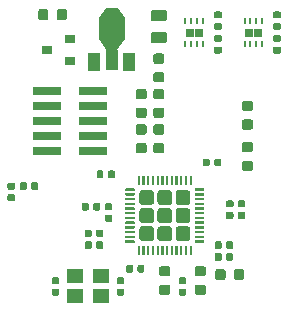
<source format=gbr>
G04 #@! TF.GenerationSoftware,KiCad,Pcbnew,(5.1.5)-3*
G04 #@! TF.CreationDate,2020-11-27T19:53:37+01:00*
G04 #@! TF.ProjectId,nRF52832-toyboard,6e524635-3238-4333-922d-746f79626f61,rev?*
G04 #@! TF.SameCoordinates,Original*
G04 #@! TF.FileFunction,Paste,Top*
G04 #@! TF.FilePolarity,Positive*
%FSLAX46Y46*%
G04 Gerber Fmt 4.6, Leading zero omitted, Abs format (unit mm)*
G04 Created by KiCad (PCBNEW (5.1.5)-3) date 2020-11-27 19:53:37*
%MOMM*%
%LPD*%
G04 APERTURE LIST*
%ADD10C,0.100000*%
%ADD11R,0.900000X0.800000*%
%ADD12R,2.200000X1.840000*%
%ADD13R,1.000000X1.500000*%
%ADD14R,1.000000X1.800000*%
%ADD15R,0.650000X0.750000*%
%ADD16R,0.250000X0.500000*%
%ADD17R,1.400000X1.200000*%
%ADD18R,2.400000X0.740000*%
G04 APERTURE END LIST*
D10*
G36*
X143777691Y-97851053D02*
G01*
X143798926Y-97854203D01*
X143819750Y-97859419D01*
X143839962Y-97866651D01*
X143859368Y-97875830D01*
X143877781Y-97886866D01*
X143895024Y-97899654D01*
X143910930Y-97914070D01*
X143925346Y-97929976D01*
X143938134Y-97947219D01*
X143949170Y-97965632D01*
X143958349Y-97985038D01*
X143965581Y-98005250D01*
X143970797Y-98026074D01*
X143973947Y-98047309D01*
X143975000Y-98068750D01*
X143975000Y-98506250D01*
X143973947Y-98527691D01*
X143970797Y-98548926D01*
X143965581Y-98569750D01*
X143958349Y-98589962D01*
X143949170Y-98609368D01*
X143938134Y-98627781D01*
X143925346Y-98645024D01*
X143910930Y-98660930D01*
X143895024Y-98675346D01*
X143877781Y-98688134D01*
X143859368Y-98699170D01*
X143839962Y-98708349D01*
X143819750Y-98715581D01*
X143798926Y-98720797D01*
X143777691Y-98723947D01*
X143756250Y-98725000D01*
X143243750Y-98725000D01*
X143222309Y-98723947D01*
X143201074Y-98720797D01*
X143180250Y-98715581D01*
X143160038Y-98708349D01*
X143140632Y-98699170D01*
X143122219Y-98688134D01*
X143104976Y-98675346D01*
X143089070Y-98660930D01*
X143074654Y-98645024D01*
X143061866Y-98627781D01*
X143050830Y-98609368D01*
X143041651Y-98589962D01*
X143034419Y-98569750D01*
X143029203Y-98548926D01*
X143026053Y-98527691D01*
X143025000Y-98506250D01*
X143025000Y-98068750D01*
X143026053Y-98047309D01*
X143029203Y-98026074D01*
X143034419Y-98005250D01*
X143041651Y-97985038D01*
X143050830Y-97965632D01*
X143061866Y-97947219D01*
X143074654Y-97929976D01*
X143089070Y-97914070D01*
X143104976Y-97899654D01*
X143122219Y-97886866D01*
X143140632Y-97875830D01*
X143160038Y-97866651D01*
X143180250Y-97859419D01*
X143201074Y-97854203D01*
X143222309Y-97851053D01*
X143243750Y-97850000D01*
X143756250Y-97850000D01*
X143777691Y-97851053D01*
G37*
G36*
X143777691Y-96276053D02*
G01*
X143798926Y-96279203D01*
X143819750Y-96284419D01*
X143839962Y-96291651D01*
X143859368Y-96300830D01*
X143877781Y-96311866D01*
X143895024Y-96324654D01*
X143910930Y-96339070D01*
X143925346Y-96354976D01*
X143938134Y-96372219D01*
X143949170Y-96390632D01*
X143958349Y-96410038D01*
X143965581Y-96430250D01*
X143970797Y-96451074D01*
X143973947Y-96472309D01*
X143975000Y-96493750D01*
X143975000Y-96931250D01*
X143973947Y-96952691D01*
X143970797Y-96973926D01*
X143965581Y-96994750D01*
X143958349Y-97014962D01*
X143949170Y-97034368D01*
X143938134Y-97052781D01*
X143925346Y-97070024D01*
X143910930Y-97085930D01*
X143895024Y-97100346D01*
X143877781Y-97113134D01*
X143859368Y-97124170D01*
X143839962Y-97133349D01*
X143819750Y-97140581D01*
X143798926Y-97145797D01*
X143777691Y-97148947D01*
X143756250Y-97150000D01*
X143243750Y-97150000D01*
X143222309Y-97148947D01*
X143201074Y-97145797D01*
X143180250Y-97140581D01*
X143160038Y-97133349D01*
X143140632Y-97124170D01*
X143122219Y-97113134D01*
X143104976Y-97100346D01*
X143089070Y-97085930D01*
X143074654Y-97070024D01*
X143061866Y-97052781D01*
X143050830Y-97034368D01*
X143041651Y-97014962D01*
X143034419Y-96994750D01*
X143029203Y-96973926D01*
X143026053Y-96952691D01*
X143025000Y-96931250D01*
X143025000Y-96493750D01*
X143026053Y-96472309D01*
X143029203Y-96451074D01*
X143034419Y-96430250D01*
X143041651Y-96410038D01*
X143050830Y-96390632D01*
X143061866Y-96372219D01*
X143074654Y-96354976D01*
X143089070Y-96339070D01*
X143104976Y-96324654D01*
X143122219Y-96311866D01*
X143140632Y-96300830D01*
X143160038Y-96291651D01*
X143180250Y-96284419D01*
X143201074Y-96279203D01*
X143222309Y-96276053D01*
X143243750Y-96275000D01*
X143756250Y-96275000D01*
X143777691Y-96276053D01*
G37*
G36*
X140436958Y-113190710D02*
G01*
X140451276Y-113192834D01*
X140465317Y-113196351D01*
X140478946Y-113201228D01*
X140492031Y-113207417D01*
X140504447Y-113214858D01*
X140516073Y-113223481D01*
X140526798Y-113233202D01*
X140536519Y-113243927D01*
X140545142Y-113255553D01*
X140552583Y-113267969D01*
X140558772Y-113281054D01*
X140563649Y-113294683D01*
X140567166Y-113308724D01*
X140569290Y-113323042D01*
X140570000Y-113337500D01*
X140570000Y-113632500D01*
X140569290Y-113646958D01*
X140567166Y-113661276D01*
X140563649Y-113675317D01*
X140558772Y-113688946D01*
X140552583Y-113702031D01*
X140545142Y-113714447D01*
X140536519Y-113726073D01*
X140526798Y-113736798D01*
X140516073Y-113746519D01*
X140504447Y-113755142D01*
X140492031Y-113762583D01*
X140478946Y-113768772D01*
X140465317Y-113773649D01*
X140451276Y-113777166D01*
X140436958Y-113779290D01*
X140422500Y-113780000D01*
X140077500Y-113780000D01*
X140063042Y-113779290D01*
X140048724Y-113777166D01*
X140034683Y-113773649D01*
X140021054Y-113768772D01*
X140007969Y-113762583D01*
X139995553Y-113755142D01*
X139983927Y-113746519D01*
X139973202Y-113736798D01*
X139963481Y-113726073D01*
X139954858Y-113714447D01*
X139947417Y-113702031D01*
X139941228Y-113688946D01*
X139936351Y-113675317D01*
X139932834Y-113661276D01*
X139930710Y-113646958D01*
X139930000Y-113632500D01*
X139930000Y-113337500D01*
X139930710Y-113323042D01*
X139932834Y-113308724D01*
X139936351Y-113294683D01*
X139941228Y-113281054D01*
X139947417Y-113267969D01*
X139954858Y-113255553D01*
X139963481Y-113243927D01*
X139973202Y-113233202D01*
X139983927Y-113223481D01*
X139995553Y-113214858D01*
X140007969Y-113207417D01*
X140021054Y-113201228D01*
X140034683Y-113196351D01*
X140048724Y-113192834D01*
X140063042Y-113190710D01*
X140077500Y-113190000D01*
X140422500Y-113190000D01*
X140436958Y-113190710D01*
G37*
G36*
X140436958Y-112220710D02*
G01*
X140451276Y-112222834D01*
X140465317Y-112226351D01*
X140478946Y-112231228D01*
X140492031Y-112237417D01*
X140504447Y-112244858D01*
X140516073Y-112253481D01*
X140526798Y-112263202D01*
X140536519Y-112273927D01*
X140545142Y-112285553D01*
X140552583Y-112297969D01*
X140558772Y-112311054D01*
X140563649Y-112324683D01*
X140567166Y-112338724D01*
X140569290Y-112353042D01*
X140570000Y-112367500D01*
X140570000Y-112662500D01*
X140569290Y-112676958D01*
X140567166Y-112691276D01*
X140563649Y-112705317D01*
X140558772Y-112718946D01*
X140552583Y-112732031D01*
X140545142Y-112744447D01*
X140536519Y-112756073D01*
X140526798Y-112766798D01*
X140516073Y-112776519D01*
X140504447Y-112785142D01*
X140492031Y-112792583D01*
X140478946Y-112798772D01*
X140465317Y-112803649D01*
X140451276Y-112807166D01*
X140436958Y-112809290D01*
X140422500Y-112810000D01*
X140077500Y-112810000D01*
X140063042Y-112809290D01*
X140048724Y-112807166D01*
X140034683Y-112803649D01*
X140021054Y-112798772D01*
X140007969Y-112792583D01*
X139995553Y-112785142D01*
X139983927Y-112776519D01*
X139973202Y-112766798D01*
X139963481Y-112756073D01*
X139954858Y-112744447D01*
X139947417Y-112732031D01*
X139941228Y-112718946D01*
X139936351Y-112705317D01*
X139932834Y-112691276D01*
X139930710Y-112676958D01*
X139930000Y-112662500D01*
X139930000Y-112367500D01*
X139930710Y-112353042D01*
X139932834Y-112338724D01*
X139936351Y-112324683D01*
X139941228Y-112311054D01*
X139947417Y-112297969D01*
X139954858Y-112285553D01*
X139963481Y-112273927D01*
X139973202Y-112263202D01*
X139983927Y-112253481D01*
X139995553Y-112244858D01*
X140007969Y-112237417D01*
X140021054Y-112231228D01*
X140034683Y-112226351D01*
X140048724Y-112222834D01*
X140063042Y-112220710D01*
X140077500Y-112220000D01*
X140422500Y-112220000D01*
X140436958Y-112220710D01*
G37*
G36*
X142277691Y-97851053D02*
G01*
X142298926Y-97854203D01*
X142319750Y-97859419D01*
X142339962Y-97866651D01*
X142359368Y-97875830D01*
X142377781Y-97886866D01*
X142395024Y-97899654D01*
X142410930Y-97914070D01*
X142425346Y-97929976D01*
X142438134Y-97947219D01*
X142449170Y-97965632D01*
X142458349Y-97985038D01*
X142465581Y-98005250D01*
X142470797Y-98026074D01*
X142473947Y-98047309D01*
X142475000Y-98068750D01*
X142475000Y-98506250D01*
X142473947Y-98527691D01*
X142470797Y-98548926D01*
X142465581Y-98569750D01*
X142458349Y-98589962D01*
X142449170Y-98609368D01*
X142438134Y-98627781D01*
X142425346Y-98645024D01*
X142410930Y-98660930D01*
X142395024Y-98675346D01*
X142377781Y-98688134D01*
X142359368Y-98699170D01*
X142339962Y-98708349D01*
X142319750Y-98715581D01*
X142298926Y-98720797D01*
X142277691Y-98723947D01*
X142256250Y-98725000D01*
X141743750Y-98725000D01*
X141722309Y-98723947D01*
X141701074Y-98720797D01*
X141680250Y-98715581D01*
X141660038Y-98708349D01*
X141640632Y-98699170D01*
X141622219Y-98688134D01*
X141604976Y-98675346D01*
X141589070Y-98660930D01*
X141574654Y-98645024D01*
X141561866Y-98627781D01*
X141550830Y-98609368D01*
X141541651Y-98589962D01*
X141534419Y-98569750D01*
X141529203Y-98548926D01*
X141526053Y-98527691D01*
X141525000Y-98506250D01*
X141525000Y-98068750D01*
X141526053Y-98047309D01*
X141529203Y-98026074D01*
X141534419Y-98005250D01*
X141541651Y-97985038D01*
X141550830Y-97965632D01*
X141561866Y-97947219D01*
X141574654Y-97929976D01*
X141589070Y-97914070D01*
X141604976Y-97899654D01*
X141622219Y-97886866D01*
X141640632Y-97875830D01*
X141660038Y-97866651D01*
X141680250Y-97859419D01*
X141701074Y-97854203D01*
X141722309Y-97851053D01*
X141743750Y-97850000D01*
X142256250Y-97850000D01*
X142277691Y-97851053D01*
G37*
G36*
X142277691Y-96276053D02*
G01*
X142298926Y-96279203D01*
X142319750Y-96284419D01*
X142339962Y-96291651D01*
X142359368Y-96300830D01*
X142377781Y-96311866D01*
X142395024Y-96324654D01*
X142410930Y-96339070D01*
X142425346Y-96354976D01*
X142438134Y-96372219D01*
X142449170Y-96390632D01*
X142458349Y-96410038D01*
X142465581Y-96430250D01*
X142470797Y-96451074D01*
X142473947Y-96472309D01*
X142475000Y-96493750D01*
X142475000Y-96931250D01*
X142473947Y-96952691D01*
X142470797Y-96973926D01*
X142465581Y-96994750D01*
X142458349Y-97014962D01*
X142449170Y-97034368D01*
X142438134Y-97052781D01*
X142425346Y-97070024D01*
X142410930Y-97085930D01*
X142395024Y-97100346D01*
X142377781Y-97113134D01*
X142359368Y-97124170D01*
X142339962Y-97133349D01*
X142319750Y-97140581D01*
X142298926Y-97145797D01*
X142277691Y-97148947D01*
X142256250Y-97150000D01*
X141743750Y-97150000D01*
X141722309Y-97148947D01*
X141701074Y-97145797D01*
X141680250Y-97140581D01*
X141660038Y-97133349D01*
X141640632Y-97124170D01*
X141622219Y-97113134D01*
X141604976Y-97100346D01*
X141589070Y-97085930D01*
X141574654Y-97070024D01*
X141561866Y-97052781D01*
X141550830Y-97034368D01*
X141541651Y-97014962D01*
X141534419Y-96994750D01*
X141529203Y-96973926D01*
X141526053Y-96952691D01*
X141525000Y-96931250D01*
X141525000Y-96493750D01*
X141526053Y-96472309D01*
X141529203Y-96451074D01*
X141534419Y-96430250D01*
X141541651Y-96410038D01*
X141550830Y-96390632D01*
X141561866Y-96372219D01*
X141574654Y-96354976D01*
X141589070Y-96339070D01*
X141604976Y-96324654D01*
X141622219Y-96311866D01*
X141640632Y-96300830D01*
X141660038Y-96291651D01*
X141680250Y-96284419D01*
X141701074Y-96279203D01*
X141722309Y-96276053D01*
X141743750Y-96275000D01*
X142256250Y-96275000D01*
X142277691Y-96276053D01*
G37*
G36*
X142277691Y-99276053D02*
G01*
X142298926Y-99279203D01*
X142319750Y-99284419D01*
X142339962Y-99291651D01*
X142359368Y-99300830D01*
X142377781Y-99311866D01*
X142395024Y-99324654D01*
X142410930Y-99339070D01*
X142425346Y-99354976D01*
X142438134Y-99372219D01*
X142449170Y-99390632D01*
X142458349Y-99410038D01*
X142465581Y-99430250D01*
X142470797Y-99451074D01*
X142473947Y-99472309D01*
X142475000Y-99493750D01*
X142475000Y-99931250D01*
X142473947Y-99952691D01*
X142470797Y-99973926D01*
X142465581Y-99994750D01*
X142458349Y-100014962D01*
X142449170Y-100034368D01*
X142438134Y-100052781D01*
X142425346Y-100070024D01*
X142410930Y-100085930D01*
X142395024Y-100100346D01*
X142377781Y-100113134D01*
X142359368Y-100124170D01*
X142339962Y-100133349D01*
X142319750Y-100140581D01*
X142298926Y-100145797D01*
X142277691Y-100148947D01*
X142256250Y-100150000D01*
X141743750Y-100150000D01*
X141722309Y-100148947D01*
X141701074Y-100145797D01*
X141680250Y-100140581D01*
X141660038Y-100133349D01*
X141640632Y-100124170D01*
X141622219Y-100113134D01*
X141604976Y-100100346D01*
X141589070Y-100085930D01*
X141574654Y-100070024D01*
X141561866Y-100052781D01*
X141550830Y-100034368D01*
X141541651Y-100014962D01*
X141534419Y-99994750D01*
X141529203Y-99973926D01*
X141526053Y-99952691D01*
X141525000Y-99931250D01*
X141525000Y-99493750D01*
X141526053Y-99472309D01*
X141529203Y-99451074D01*
X141534419Y-99430250D01*
X141541651Y-99410038D01*
X141550830Y-99390632D01*
X141561866Y-99372219D01*
X141574654Y-99354976D01*
X141589070Y-99339070D01*
X141604976Y-99324654D01*
X141622219Y-99311866D01*
X141640632Y-99300830D01*
X141660038Y-99291651D01*
X141680250Y-99284419D01*
X141701074Y-99279203D01*
X141722309Y-99276053D01*
X141743750Y-99275000D01*
X142256250Y-99275000D01*
X142277691Y-99276053D01*
G37*
G36*
X142277691Y-100851053D02*
G01*
X142298926Y-100854203D01*
X142319750Y-100859419D01*
X142339962Y-100866651D01*
X142359368Y-100875830D01*
X142377781Y-100886866D01*
X142395024Y-100899654D01*
X142410930Y-100914070D01*
X142425346Y-100929976D01*
X142438134Y-100947219D01*
X142449170Y-100965632D01*
X142458349Y-100985038D01*
X142465581Y-101005250D01*
X142470797Y-101026074D01*
X142473947Y-101047309D01*
X142475000Y-101068750D01*
X142475000Y-101506250D01*
X142473947Y-101527691D01*
X142470797Y-101548926D01*
X142465581Y-101569750D01*
X142458349Y-101589962D01*
X142449170Y-101609368D01*
X142438134Y-101627781D01*
X142425346Y-101645024D01*
X142410930Y-101660930D01*
X142395024Y-101675346D01*
X142377781Y-101688134D01*
X142359368Y-101699170D01*
X142339962Y-101708349D01*
X142319750Y-101715581D01*
X142298926Y-101720797D01*
X142277691Y-101723947D01*
X142256250Y-101725000D01*
X141743750Y-101725000D01*
X141722309Y-101723947D01*
X141701074Y-101720797D01*
X141680250Y-101715581D01*
X141660038Y-101708349D01*
X141640632Y-101699170D01*
X141622219Y-101688134D01*
X141604976Y-101675346D01*
X141589070Y-101660930D01*
X141574654Y-101645024D01*
X141561866Y-101627781D01*
X141550830Y-101609368D01*
X141541651Y-101589962D01*
X141534419Y-101569750D01*
X141529203Y-101548926D01*
X141526053Y-101527691D01*
X141525000Y-101506250D01*
X141525000Y-101068750D01*
X141526053Y-101047309D01*
X141529203Y-101026074D01*
X141534419Y-101005250D01*
X141541651Y-100985038D01*
X141550830Y-100965632D01*
X141561866Y-100947219D01*
X141574654Y-100929976D01*
X141589070Y-100914070D01*
X141604976Y-100899654D01*
X141622219Y-100886866D01*
X141640632Y-100875830D01*
X141660038Y-100866651D01*
X141680250Y-100859419D01*
X141701074Y-100854203D01*
X141722309Y-100851053D01*
X141743750Y-100850000D01*
X142256250Y-100850000D01*
X142277691Y-100851053D01*
G37*
G36*
X143777691Y-99276053D02*
G01*
X143798926Y-99279203D01*
X143819750Y-99284419D01*
X143839962Y-99291651D01*
X143859368Y-99300830D01*
X143877781Y-99311866D01*
X143895024Y-99324654D01*
X143910930Y-99339070D01*
X143925346Y-99354976D01*
X143938134Y-99372219D01*
X143949170Y-99390632D01*
X143958349Y-99410038D01*
X143965581Y-99430250D01*
X143970797Y-99451074D01*
X143973947Y-99472309D01*
X143975000Y-99493750D01*
X143975000Y-99931250D01*
X143973947Y-99952691D01*
X143970797Y-99973926D01*
X143965581Y-99994750D01*
X143958349Y-100014962D01*
X143949170Y-100034368D01*
X143938134Y-100052781D01*
X143925346Y-100070024D01*
X143910930Y-100085930D01*
X143895024Y-100100346D01*
X143877781Y-100113134D01*
X143859368Y-100124170D01*
X143839962Y-100133349D01*
X143819750Y-100140581D01*
X143798926Y-100145797D01*
X143777691Y-100148947D01*
X143756250Y-100150000D01*
X143243750Y-100150000D01*
X143222309Y-100148947D01*
X143201074Y-100145797D01*
X143180250Y-100140581D01*
X143160038Y-100133349D01*
X143140632Y-100124170D01*
X143122219Y-100113134D01*
X143104976Y-100100346D01*
X143089070Y-100085930D01*
X143074654Y-100070024D01*
X143061866Y-100052781D01*
X143050830Y-100034368D01*
X143041651Y-100014962D01*
X143034419Y-99994750D01*
X143029203Y-99973926D01*
X143026053Y-99952691D01*
X143025000Y-99931250D01*
X143025000Y-99493750D01*
X143026053Y-99472309D01*
X143029203Y-99451074D01*
X143034419Y-99430250D01*
X143041651Y-99410038D01*
X143050830Y-99390632D01*
X143061866Y-99372219D01*
X143074654Y-99354976D01*
X143089070Y-99339070D01*
X143104976Y-99324654D01*
X143122219Y-99311866D01*
X143140632Y-99300830D01*
X143160038Y-99291651D01*
X143180250Y-99284419D01*
X143201074Y-99279203D01*
X143222309Y-99276053D01*
X143243750Y-99275000D01*
X143756250Y-99275000D01*
X143777691Y-99276053D01*
G37*
G36*
X143777691Y-100851053D02*
G01*
X143798926Y-100854203D01*
X143819750Y-100859419D01*
X143839962Y-100866651D01*
X143859368Y-100875830D01*
X143877781Y-100886866D01*
X143895024Y-100899654D01*
X143910930Y-100914070D01*
X143925346Y-100929976D01*
X143938134Y-100947219D01*
X143949170Y-100965632D01*
X143958349Y-100985038D01*
X143965581Y-101005250D01*
X143970797Y-101026074D01*
X143973947Y-101047309D01*
X143975000Y-101068750D01*
X143975000Y-101506250D01*
X143973947Y-101527691D01*
X143970797Y-101548926D01*
X143965581Y-101569750D01*
X143958349Y-101589962D01*
X143949170Y-101609368D01*
X143938134Y-101627781D01*
X143925346Y-101645024D01*
X143910930Y-101660930D01*
X143895024Y-101675346D01*
X143877781Y-101688134D01*
X143859368Y-101699170D01*
X143839962Y-101708349D01*
X143819750Y-101715581D01*
X143798926Y-101720797D01*
X143777691Y-101723947D01*
X143756250Y-101725000D01*
X143243750Y-101725000D01*
X143222309Y-101723947D01*
X143201074Y-101720797D01*
X143180250Y-101715581D01*
X143160038Y-101708349D01*
X143140632Y-101699170D01*
X143122219Y-101688134D01*
X143104976Y-101675346D01*
X143089070Y-101660930D01*
X143074654Y-101645024D01*
X143061866Y-101627781D01*
X143050830Y-101609368D01*
X143041651Y-101589962D01*
X143034419Y-101569750D01*
X143029203Y-101548926D01*
X143026053Y-101527691D01*
X143025000Y-101506250D01*
X143025000Y-101068750D01*
X143026053Y-101047309D01*
X143029203Y-101026074D01*
X143034419Y-101005250D01*
X143041651Y-100985038D01*
X143050830Y-100965632D01*
X143061866Y-100947219D01*
X143074654Y-100929976D01*
X143089070Y-100914070D01*
X143104976Y-100899654D01*
X143122219Y-100886866D01*
X143140632Y-100875830D01*
X143160038Y-100866651D01*
X143180250Y-100859419D01*
X143201074Y-100854203D01*
X143222309Y-100851053D01*
X143243750Y-100850000D01*
X143756250Y-100850000D01*
X143777691Y-100851053D01*
G37*
G36*
X151277691Y-97276053D02*
G01*
X151298926Y-97279203D01*
X151319750Y-97284419D01*
X151339962Y-97291651D01*
X151359368Y-97300830D01*
X151377781Y-97311866D01*
X151395024Y-97324654D01*
X151410930Y-97339070D01*
X151425346Y-97354976D01*
X151438134Y-97372219D01*
X151449170Y-97390632D01*
X151458349Y-97410038D01*
X151465581Y-97430250D01*
X151470797Y-97451074D01*
X151473947Y-97472309D01*
X151475000Y-97493750D01*
X151475000Y-97931250D01*
X151473947Y-97952691D01*
X151470797Y-97973926D01*
X151465581Y-97994750D01*
X151458349Y-98014962D01*
X151449170Y-98034368D01*
X151438134Y-98052781D01*
X151425346Y-98070024D01*
X151410930Y-98085930D01*
X151395024Y-98100346D01*
X151377781Y-98113134D01*
X151359368Y-98124170D01*
X151339962Y-98133349D01*
X151319750Y-98140581D01*
X151298926Y-98145797D01*
X151277691Y-98148947D01*
X151256250Y-98150000D01*
X150743750Y-98150000D01*
X150722309Y-98148947D01*
X150701074Y-98145797D01*
X150680250Y-98140581D01*
X150660038Y-98133349D01*
X150640632Y-98124170D01*
X150622219Y-98113134D01*
X150604976Y-98100346D01*
X150589070Y-98085930D01*
X150574654Y-98070024D01*
X150561866Y-98052781D01*
X150550830Y-98034368D01*
X150541651Y-98014962D01*
X150534419Y-97994750D01*
X150529203Y-97973926D01*
X150526053Y-97952691D01*
X150525000Y-97931250D01*
X150525000Y-97493750D01*
X150526053Y-97472309D01*
X150529203Y-97451074D01*
X150534419Y-97430250D01*
X150541651Y-97410038D01*
X150550830Y-97390632D01*
X150561866Y-97372219D01*
X150574654Y-97354976D01*
X150589070Y-97339070D01*
X150604976Y-97324654D01*
X150622219Y-97311866D01*
X150640632Y-97300830D01*
X150660038Y-97291651D01*
X150680250Y-97284419D01*
X150701074Y-97279203D01*
X150722309Y-97276053D01*
X150743750Y-97275000D01*
X151256250Y-97275000D01*
X151277691Y-97276053D01*
G37*
G36*
X151277691Y-98851053D02*
G01*
X151298926Y-98854203D01*
X151319750Y-98859419D01*
X151339962Y-98866651D01*
X151359368Y-98875830D01*
X151377781Y-98886866D01*
X151395024Y-98899654D01*
X151410930Y-98914070D01*
X151425346Y-98929976D01*
X151438134Y-98947219D01*
X151449170Y-98965632D01*
X151458349Y-98985038D01*
X151465581Y-99005250D01*
X151470797Y-99026074D01*
X151473947Y-99047309D01*
X151475000Y-99068750D01*
X151475000Y-99506250D01*
X151473947Y-99527691D01*
X151470797Y-99548926D01*
X151465581Y-99569750D01*
X151458349Y-99589962D01*
X151449170Y-99609368D01*
X151438134Y-99627781D01*
X151425346Y-99645024D01*
X151410930Y-99660930D01*
X151395024Y-99675346D01*
X151377781Y-99688134D01*
X151359368Y-99699170D01*
X151339962Y-99708349D01*
X151319750Y-99715581D01*
X151298926Y-99720797D01*
X151277691Y-99723947D01*
X151256250Y-99725000D01*
X150743750Y-99725000D01*
X150722309Y-99723947D01*
X150701074Y-99720797D01*
X150680250Y-99715581D01*
X150660038Y-99708349D01*
X150640632Y-99699170D01*
X150622219Y-99688134D01*
X150604976Y-99675346D01*
X150589070Y-99660930D01*
X150574654Y-99645024D01*
X150561866Y-99627781D01*
X150550830Y-99609368D01*
X150541651Y-99589962D01*
X150534419Y-99569750D01*
X150529203Y-99548926D01*
X150526053Y-99527691D01*
X150525000Y-99506250D01*
X150525000Y-99068750D01*
X150526053Y-99047309D01*
X150529203Y-99026074D01*
X150534419Y-99005250D01*
X150541651Y-98985038D01*
X150550830Y-98965632D01*
X150561866Y-98947219D01*
X150574654Y-98929976D01*
X150589070Y-98914070D01*
X150604976Y-98899654D01*
X150622219Y-98886866D01*
X150640632Y-98875830D01*
X150660038Y-98866651D01*
X150680250Y-98859419D01*
X150701074Y-98854203D01*
X150722309Y-98851053D01*
X150743750Y-98850000D01*
X151256250Y-98850000D01*
X151277691Y-98851053D01*
G37*
G36*
X151277691Y-100776053D02*
G01*
X151298926Y-100779203D01*
X151319750Y-100784419D01*
X151339962Y-100791651D01*
X151359368Y-100800830D01*
X151377781Y-100811866D01*
X151395024Y-100824654D01*
X151410930Y-100839070D01*
X151425346Y-100854976D01*
X151438134Y-100872219D01*
X151449170Y-100890632D01*
X151458349Y-100910038D01*
X151465581Y-100930250D01*
X151470797Y-100951074D01*
X151473947Y-100972309D01*
X151475000Y-100993750D01*
X151475000Y-101431250D01*
X151473947Y-101452691D01*
X151470797Y-101473926D01*
X151465581Y-101494750D01*
X151458349Y-101514962D01*
X151449170Y-101534368D01*
X151438134Y-101552781D01*
X151425346Y-101570024D01*
X151410930Y-101585930D01*
X151395024Y-101600346D01*
X151377781Y-101613134D01*
X151359368Y-101624170D01*
X151339962Y-101633349D01*
X151319750Y-101640581D01*
X151298926Y-101645797D01*
X151277691Y-101648947D01*
X151256250Y-101650000D01*
X150743750Y-101650000D01*
X150722309Y-101648947D01*
X150701074Y-101645797D01*
X150680250Y-101640581D01*
X150660038Y-101633349D01*
X150640632Y-101624170D01*
X150622219Y-101613134D01*
X150604976Y-101600346D01*
X150589070Y-101585930D01*
X150574654Y-101570024D01*
X150561866Y-101552781D01*
X150550830Y-101534368D01*
X150541651Y-101514962D01*
X150534419Y-101494750D01*
X150529203Y-101473926D01*
X150526053Y-101452691D01*
X150525000Y-101431250D01*
X150525000Y-100993750D01*
X150526053Y-100972309D01*
X150529203Y-100951074D01*
X150534419Y-100930250D01*
X150541651Y-100910038D01*
X150550830Y-100890632D01*
X150561866Y-100872219D01*
X150574654Y-100854976D01*
X150589070Y-100839070D01*
X150604976Y-100824654D01*
X150622219Y-100811866D01*
X150640632Y-100800830D01*
X150660038Y-100791651D01*
X150680250Y-100784419D01*
X150701074Y-100779203D01*
X150722309Y-100776053D01*
X150743750Y-100775000D01*
X151256250Y-100775000D01*
X151277691Y-100776053D01*
G37*
G36*
X151277691Y-102351053D02*
G01*
X151298926Y-102354203D01*
X151319750Y-102359419D01*
X151339962Y-102366651D01*
X151359368Y-102375830D01*
X151377781Y-102386866D01*
X151395024Y-102399654D01*
X151410930Y-102414070D01*
X151425346Y-102429976D01*
X151438134Y-102447219D01*
X151449170Y-102465632D01*
X151458349Y-102485038D01*
X151465581Y-102505250D01*
X151470797Y-102526074D01*
X151473947Y-102547309D01*
X151475000Y-102568750D01*
X151475000Y-103006250D01*
X151473947Y-103027691D01*
X151470797Y-103048926D01*
X151465581Y-103069750D01*
X151458349Y-103089962D01*
X151449170Y-103109368D01*
X151438134Y-103127781D01*
X151425346Y-103145024D01*
X151410930Y-103160930D01*
X151395024Y-103175346D01*
X151377781Y-103188134D01*
X151359368Y-103199170D01*
X151339962Y-103208349D01*
X151319750Y-103215581D01*
X151298926Y-103220797D01*
X151277691Y-103223947D01*
X151256250Y-103225000D01*
X150743750Y-103225000D01*
X150722309Y-103223947D01*
X150701074Y-103220797D01*
X150680250Y-103215581D01*
X150660038Y-103208349D01*
X150640632Y-103199170D01*
X150622219Y-103188134D01*
X150604976Y-103175346D01*
X150589070Y-103160930D01*
X150574654Y-103145024D01*
X150561866Y-103127781D01*
X150550830Y-103109368D01*
X150541651Y-103089962D01*
X150534419Y-103069750D01*
X150529203Y-103048926D01*
X150526053Y-103027691D01*
X150525000Y-103006250D01*
X150525000Y-102568750D01*
X150526053Y-102547309D01*
X150529203Y-102526074D01*
X150534419Y-102505250D01*
X150541651Y-102485038D01*
X150550830Y-102465632D01*
X150561866Y-102447219D01*
X150574654Y-102429976D01*
X150589070Y-102414070D01*
X150604976Y-102399654D01*
X150622219Y-102386866D01*
X150640632Y-102375830D01*
X150660038Y-102366651D01*
X150680250Y-102359419D01*
X150701074Y-102354203D01*
X150722309Y-102351053D01*
X150743750Y-102350000D01*
X151256250Y-102350000D01*
X151277691Y-102351053D01*
G37*
G36*
X149686958Y-105720710D02*
G01*
X149701276Y-105722834D01*
X149715317Y-105726351D01*
X149728946Y-105731228D01*
X149742031Y-105737417D01*
X149754447Y-105744858D01*
X149766073Y-105753481D01*
X149776798Y-105763202D01*
X149786519Y-105773927D01*
X149795142Y-105785553D01*
X149802583Y-105797969D01*
X149808772Y-105811054D01*
X149813649Y-105824683D01*
X149817166Y-105838724D01*
X149819290Y-105853042D01*
X149820000Y-105867500D01*
X149820000Y-106162500D01*
X149819290Y-106176958D01*
X149817166Y-106191276D01*
X149813649Y-106205317D01*
X149808772Y-106218946D01*
X149802583Y-106232031D01*
X149795142Y-106244447D01*
X149786519Y-106256073D01*
X149776798Y-106266798D01*
X149766073Y-106276519D01*
X149754447Y-106285142D01*
X149742031Y-106292583D01*
X149728946Y-106298772D01*
X149715317Y-106303649D01*
X149701276Y-106307166D01*
X149686958Y-106309290D01*
X149672500Y-106310000D01*
X149327500Y-106310000D01*
X149313042Y-106309290D01*
X149298724Y-106307166D01*
X149284683Y-106303649D01*
X149271054Y-106298772D01*
X149257969Y-106292583D01*
X149245553Y-106285142D01*
X149233927Y-106276519D01*
X149223202Y-106266798D01*
X149213481Y-106256073D01*
X149204858Y-106244447D01*
X149197417Y-106232031D01*
X149191228Y-106218946D01*
X149186351Y-106205317D01*
X149182834Y-106191276D01*
X149180710Y-106176958D01*
X149180000Y-106162500D01*
X149180000Y-105867500D01*
X149180710Y-105853042D01*
X149182834Y-105838724D01*
X149186351Y-105824683D01*
X149191228Y-105811054D01*
X149197417Y-105797969D01*
X149204858Y-105785553D01*
X149213481Y-105773927D01*
X149223202Y-105763202D01*
X149233927Y-105753481D01*
X149245553Y-105744858D01*
X149257969Y-105737417D01*
X149271054Y-105731228D01*
X149284683Y-105726351D01*
X149298724Y-105722834D01*
X149313042Y-105720710D01*
X149327500Y-105720000D01*
X149672500Y-105720000D01*
X149686958Y-105720710D01*
G37*
G36*
X149686958Y-106690710D02*
G01*
X149701276Y-106692834D01*
X149715317Y-106696351D01*
X149728946Y-106701228D01*
X149742031Y-106707417D01*
X149754447Y-106714858D01*
X149766073Y-106723481D01*
X149776798Y-106733202D01*
X149786519Y-106743927D01*
X149795142Y-106755553D01*
X149802583Y-106767969D01*
X149808772Y-106781054D01*
X149813649Y-106794683D01*
X149817166Y-106808724D01*
X149819290Y-106823042D01*
X149820000Y-106837500D01*
X149820000Y-107132500D01*
X149819290Y-107146958D01*
X149817166Y-107161276D01*
X149813649Y-107175317D01*
X149808772Y-107188946D01*
X149802583Y-107202031D01*
X149795142Y-107214447D01*
X149786519Y-107226073D01*
X149776798Y-107236798D01*
X149766073Y-107246519D01*
X149754447Y-107255142D01*
X149742031Y-107262583D01*
X149728946Y-107268772D01*
X149715317Y-107273649D01*
X149701276Y-107277166D01*
X149686958Y-107279290D01*
X149672500Y-107280000D01*
X149327500Y-107280000D01*
X149313042Y-107279290D01*
X149298724Y-107277166D01*
X149284683Y-107273649D01*
X149271054Y-107268772D01*
X149257969Y-107262583D01*
X149245553Y-107255142D01*
X149233927Y-107246519D01*
X149223202Y-107236798D01*
X149213481Y-107226073D01*
X149204858Y-107214447D01*
X149197417Y-107202031D01*
X149191228Y-107188946D01*
X149186351Y-107175317D01*
X149182834Y-107161276D01*
X149180710Y-107146958D01*
X149180000Y-107132500D01*
X149180000Y-106837500D01*
X149180710Y-106823042D01*
X149182834Y-106808724D01*
X149186351Y-106794683D01*
X149191228Y-106781054D01*
X149197417Y-106767969D01*
X149204858Y-106755553D01*
X149213481Y-106743927D01*
X149223202Y-106733202D01*
X149233927Y-106723481D01*
X149245553Y-106714858D01*
X149257969Y-106707417D01*
X149271054Y-106701228D01*
X149284683Y-106696351D01*
X149298724Y-106692834D01*
X149313042Y-106690710D01*
X149327500Y-106690000D01*
X149672500Y-106690000D01*
X149686958Y-106690710D01*
G37*
G36*
X150686958Y-106690710D02*
G01*
X150701276Y-106692834D01*
X150715317Y-106696351D01*
X150728946Y-106701228D01*
X150742031Y-106707417D01*
X150754447Y-106714858D01*
X150766073Y-106723481D01*
X150776798Y-106733202D01*
X150786519Y-106743927D01*
X150795142Y-106755553D01*
X150802583Y-106767969D01*
X150808772Y-106781054D01*
X150813649Y-106794683D01*
X150817166Y-106808724D01*
X150819290Y-106823042D01*
X150820000Y-106837500D01*
X150820000Y-107132500D01*
X150819290Y-107146958D01*
X150817166Y-107161276D01*
X150813649Y-107175317D01*
X150808772Y-107188946D01*
X150802583Y-107202031D01*
X150795142Y-107214447D01*
X150786519Y-107226073D01*
X150776798Y-107236798D01*
X150766073Y-107246519D01*
X150754447Y-107255142D01*
X150742031Y-107262583D01*
X150728946Y-107268772D01*
X150715317Y-107273649D01*
X150701276Y-107277166D01*
X150686958Y-107279290D01*
X150672500Y-107280000D01*
X150327500Y-107280000D01*
X150313042Y-107279290D01*
X150298724Y-107277166D01*
X150284683Y-107273649D01*
X150271054Y-107268772D01*
X150257969Y-107262583D01*
X150245553Y-107255142D01*
X150233927Y-107246519D01*
X150223202Y-107236798D01*
X150213481Y-107226073D01*
X150204858Y-107214447D01*
X150197417Y-107202031D01*
X150191228Y-107188946D01*
X150186351Y-107175317D01*
X150182834Y-107161276D01*
X150180710Y-107146958D01*
X150180000Y-107132500D01*
X150180000Y-106837500D01*
X150180710Y-106823042D01*
X150182834Y-106808724D01*
X150186351Y-106794683D01*
X150191228Y-106781054D01*
X150197417Y-106767969D01*
X150204858Y-106755553D01*
X150213481Y-106743927D01*
X150223202Y-106733202D01*
X150233927Y-106723481D01*
X150245553Y-106714858D01*
X150257969Y-106707417D01*
X150271054Y-106701228D01*
X150284683Y-106696351D01*
X150298724Y-106692834D01*
X150313042Y-106690710D01*
X150327500Y-106690000D01*
X150672500Y-106690000D01*
X150686958Y-106690710D01*
G37*
G36*
X150686958Y-105720710D02*
G01*
X150701276Y-105722834D01*
X150715317Y-105726351D01*
X150728946Y-105731228D01*
X150742031Y-105737417D01*
X150754447Y-105744858D01*
X150766073Y-105753481D01*
X150776798Y-105763202D01*
X150786519Y-105773927D01*
X150795142Y-105785553D01*
X150802583Y-105797969D01*
X150808772Y-105811054D01*
X150813649Y-105824683D01*
X150817166Y-105838724D01*
X150819290Y-105853042D01*
X150820000Y-105867500D01*
X150820000Y-106162500D01*
X150819290Y-106176958D01*
X150817166Y-106191276D01*
X150813649Y-106205317D01*
X150808772Y-106218946D01*
X150802583Y-106232031D01*
X150795142Y-106244447D01*
X150786519Y-106256073D01*
X150776798Y-106266798D01*
X150766073Y-106276519D01*
X150754447Y-106285142D01*
X150742031Y-106292583D01*
X150728946Y-106298772D01*
X150715317Y-106303649D01*
X150701276Y-106307166D01*
X150686958Y-106309290D01*
X150672500Y-106310000D01*
X150327500Y-106310000D01*
X150313042Y-106309290D01*
X150298724Y-106307166D01*
X150284683Y-106303649D01*
X150271054Y-106298772D01*
X150257969Y-106292583D01*
X150245553Y-106285142D01*
X150233927Y-106276519D01*
X150223202Y-106266798D01*
X150213481Y-106256073D01*
X150204858Y-106244447D01*
X150197417Y-106232031D01*
X150191228Y-106218946D01*
X150186351Y-106205317D01*
X150182834Y-106191276D01*
X150180710Y-106176958D01*
X150180000Y-106162500D01*
X150180000Y-105867500D01*
X150180710Y-105853042D01*
X150182834Y-105838724D01*
X150186351Y-105824683D01*
X150191228Y-105811054D01*
X150197417Y-105797969D01*
X150204858Y-105785553D01*
X150213481Y-105773927D01*
X150223202Y-105763202D01*
X150233927Y-105753481D01*
X150245553Y-105744858D01*
X150257969Y-105737417D01*
X150271054Y-105731228D01*
X150284683Y-105726351D01*
X150298724Y-105722834D01*
X150313042Y-105720710D01*
X150327500Y-105720000D01*
X150672500Y-105720000D01*
X150686958Y-105720710D01*
G37*
G36*
X133952691Y-89526053D02*
G01*
X133973926Y-89529203D01*
X133994750Y-89534419D01*
X134014962Y-89541651D01*
X134034368Y-89550830D01*
X134052781Y-89561866D01*
X134070024Y-89574654D01*
X134085930Y-89589070D01*
X134100346Y-89604976D01*
X134113134Y-89622219D01*
X134124170Y-89640632D01*
X134133349Y-89660038D01*
X134140581Y-89680250D01*
X134145797Y-89701074D01*
X134148947Y-89722309D01*
X134150000Y-89743750D01*
X134150000Y-90256250D01*
X134148947Y-90277691D01*
X134145797Y-90298926D01*
X134140581Y-90319750D01*
X134133349Y-90339962D01*
X134124170Y-90359368D01*
X134113134Y-90377781D01*
X134100346Y-90395024D01*
X134085930Y-90410930D01*
X134070024Y-90425346D01*
X134052781Y-90438134D01*
X134034368Y-90449170D01*
X134014962Y-90458349D01*
X133994750Y-90465581D01*
X133973926Y-90470797D01*
X133952691Y-90473947D01*
X133931250Y-90475000D01*
X133493750Y-90475000D01*
X133472309Y-90473947D01*
X133451074Y-90470797D01*
X133430250Y-90465581D01*
X133410038Y-90458349D01*
X133390632Y-90449170D01*
X133372219Y-90438134D01*
X133354976Y-90425346D01*
X133339070Y-90410930D01*
X133324654Y-90395024D01*
X133311866Y-90377781D01*
X133300830Y-90359368D01*
X133291651Y-90339962D01*
X133284419Y-90319750D01*
X133279203Y-90298926D01*
X133276053Y-90277691D01*
X133275000Y-90256250D01*
X133275000Y-89743750D01*
X133276053Y-89722309D01*
X133279203Y-89701074D01*
X133284419Y-89680250D01*
X133291651Y-89660038D01*
X133300830Y-89640632D01*
X133311866Y-89622219D01*
X133324654Y-89604976D01*
X133339070Y-89589070D01*
X133354976Y-89574654D01*
X133372219Y-89561866D01*
X133390632Y-89550830D01*
X133410038Y-89541651D01*
X133430250Y-89534419D01*
X133451074Y-89529203D01*
X133472309Y-89526053D01*
X133493750Y-89525000D01*
X133931250Y-89525000D01*
X133952691Y-89526053D01*
G37*
G36*
X135527691Y-89526053D02*
G01*
X135548926Y-89529203D01*
X135569750Y-89534419D01*
X135589962Y-89541651D01*
X135609368Y-89550830D01*
X135627781Y-89561866D01*
X135645024Y-89574654D01*
X135660930Y-89589070D01*
X135675346Y-89604976D01*
X135688134Y-89622219D01*
X135699170Y-89640632D01*
X135708349Y-89660038D01*
X135715581Y-89680250D01*
X135720797Y-89701074D01*
X135723947Y-89722309D01*
X135725000Y-89743750D01*
X135725000Y-90256250D01*
X135723947Y-90277691D01*
X135720797Y-90298926D01*
X135715581Y-90319750D01*
X135708349Y-90339962D01*
X135699170Y-90359368D01*
X135688134Y-90377781D01*
X135675346Y-90395024D01*
X135660930Y-90410930D01*
X135645024Y-90425346D01*
X135627781Y-90438134D01*
X135609368Y-90449170D01*
X135589962Y-90458349D01*
X135569750Y-90465581D01*
X135548926Y-90470797D01*
X135527691Y-90473947D01*
X135506250Y-90475000D01*
X135068750Y-90475000D01*
X135047309Y-90473947D01*
X135026074Y-90470797D01*
X135005250Y-90465581D01*
X134985038Y-90458349D01*
X134965632Y-90449170D01*
X134947219Y-90438134D01*
X134929976Y-90425346D01*
X134914070Y-90410930D01*
X134899654Y-90395024D01*
X134886866Y-90377781D01*
X134875830Y-90359368D01*
X134866651Y-90339962D01*
X134859419Y-90319750D01*
X134854203Y-90298926D01*
X134851053Y-90277691D01*
X134850000Y-90256250D01*
X134850000Y-89743750D01*
X134851053Y-89722309D01*
X134854203Y-89701074D01*
X134859419Y-89680250D01*
X134866651Y-89660038D01*
X134875830Y-89640632D01*
X134886866Y-89622219D01*
X134899654Y-89604976D01*
X134914070Y-89589070D01*
X134929976Y-89574654D01*
X134947219Y-89561866D01*
X134965632Y-89550830D01*
X134985038Y-89541651D01*
X135005250Y-89534419D01*
X135026074Y-89529203D01*
X135047309Y-89526053D01*
X135068750Y-89525000D01*
X135506250Y-89525000D01*
X135527691Y-89526053D01*
G37*
D11*
X134000000Y-93000000D03*
X136000000Y-92050000D03*
X136000000Y-93950000D03*
D10*
G36*
X143777691Y-93276053D02*
G01*
X143798926Y-93279203D01*
X143819750Y-93284419D01*
X143839962Y-93291651D01*
X143859368Y-93300830D01*
X143877781Y-93311866D01*
X143895024Y-93324654D01*
X143910930Y-93339070D01*
X143925346Y-93354976D01*
X143938134Y-93372219D01*
X143949170Y-93390632D01*
X143958349Y-93410038D01*
X143965581Y-93430250D01*
X143970797Y-93451074D01*
X143973947Y-93472309D01*
X143975000Y-93493750D01*
X143975000Y-93931250D01*
X143973947Y-93952691D01*
X143970797Y-93973926D01*
X143965581Y-93994750D01*
X143958349Y-94014962D01*
X143949170Y-94034368D01*
X143938134Y-94052781D01*
X143925346Y-94070024D01*
X143910930Y-94085930D01*
X143895024Y-94100346D01*
X143877781Y-94113134D01*
X143859368Y-94124170D01*
X143839962Y-94133349D01*
X143819750Y-94140581D01*
X143798926Y-94145797D01*
X143777691Y-94148947D01*
X143756250Y-94150000D01*
X143243750Y-94150000D01*
X143222309Y-94148947D01*
X143201074Y-94145797D01*
X143180250Y-94140581D01*
X143160038Y-94133349D01*
X143140632Y-94124170D01*
X143122219Y-94113134D01*
X143104976Y-94100346D01*
X143089070Y-94085930D01*
X143074654Y-94070024D01*
X143061866Y-94052781D01*
X143050830Y-94034368D01*
X143041651Y-94014962D01*
X143034419Y-93994750D01*
X143029203Y-93973926D01*
X143026053Y-93952691D01*
X143025000Y-93931250D01*
X143025000Y-93493750D01*
X143026053Y-93472309D01*
X143029203Y-93451074D01*
X143034419Y-93430250D01*
X143041651Y-93410038D01*
X143050830Y-93390632D01*
X143061866Y-93372219D01*
X143074654Y-93354976D01*
X143089070Y-93339070D01*
X143104976Y-93324654D01*
X143122219Y-93311866D01*
X143140632Y-93300830D01*
X143160038Y-93291651D01*
X143180250Y-93284419D01*
X143201074Y-93279203D01*
X143222309Y-93276053D01*
X143243750Y-93275000D01*
X143756250Y-93275000D01*
X143777691Y-93276053D01*
G37*
G36*
X143777691Y-94851053D02*
G01*
X143798926Y-94854203D01*
X143819750Y-94859419D01*
X143839962Y-94866651D01*
X143859368Y-94875830D01*
X143877781Y-94886866D01*
X143895024Y-94899654D01*
X143910930Y-94914070D01*
X143925346Y-94929976D01*
X143938134Y-94947219D01*
X143949170Y-94965632D01*
X143958349Y-94985038D01*
X143965581Y-95005250D01*
X143970797Y-95026074D01*
X143973947Y-95047309D01*
X143975000Y-95068750D01*
X143975000Y-95506250D01*
X143973947Y-95527691D01*
X143970797Y-95548926D01*
X143965581Y-95569750D01*
X143958349Y-95589962D01*
X143949170Y-95609368D01*
X143938134Y-95627781D01*
X143925346Y-95645024D01*
X143910930Y-95660930D01*
X143895024Y-95675346D01*
X143877781Y-95688134D01*
X143859368Y-95699170D01*
X143839962Y-95708349D01*
X143819750Y-95715581D01*
X143798926Y-95720797D01*
X143777691Y-95723947D01*
X143756250Y-95725000D01*
X143243750Y-95725000D01*
X143222309Y-95723947D01*
X143201074Y-95720797D01*
X143180250Y-95715581D01*
X143160038Y-95708349D01*
X143140632Y-95699170D01*
X143122219Y-95688134D01*
X143104976Y-95675346D01*
X143089070Y-95660930D01*
X143074654Y-95645024D01*
X143061866Y-95627781D01*
X143050830Y-95609368D01*
X143041651Y-95589962D01*
X143034419Y-95569750D01*
X143029203Y-95548926D01*
X143026053Y-95527691D01*
X143025000Y-95506250D01*
X143025000Y-95068750D01*
X143026053Y-95047309D01*
X143029203Y-95026074D01*
X143034419Y-95005250D01*
X143041651Y-94985038D01*
X143050830Y-94965632D01*
X143061866Y-94947219D01*
X143074654Y-94929976D01*
X143089070Y-94914070D01*
X143104976Y-94899654D01*
X143122219Y-94886866D01*
X143140632Y-94875830D01*
X143160038Y-94866651D01*
X143180250Y-94859419D01*
X143201074Y-94854203D01*
X143222309Y-94851053D01*
X143243750Y-94850000D01*
X143756250Y-94850000D01*
X143777691Y-94851053D01*
G37*
G36*
X143980142Y-91451174D02*
G01*
X144003803Y-91454684D01*
X144027007Y-91460496D01*
X144049529Y-91468554D01*
X144071153Y-91478782D01*
X144091670Y-91491079D01*
X144110883Y-91505329D01*
X144128607Y-91521393D01*
X144144671Y-91539117D01*
X144158921Y-91558330D01*
X144171218Y-91578847D01*
X144181446Y-91600471D01*
X144189504Y-91622993D01*
X144195316Y-91646197D01*
X144198826Y-91669858D01*
X144200000Y-91693750D01*
X144200000Y-92181250D01*
X144198826Y-92205142D01*
X144195316Y-92228803D01*
X144189504Y-92252007D01*
X144181446Y-92274529D01*
X144171218Y-92296153D01*
X144158921Y-92316670D01*
X144144671Y-92335883D01*
X144128607Y-92353607D01*
X144110883Y-92369671D01*
X144091670Y-92383921D01*
X144071153Y-92396218D01*
X144049529Y-92406446D01*
X144027007Y-92414504D01*
X144003803Y-92420316D01*
X143980142Y-92423826D01*
X143956250Y-92425000D01*
X143043750Y-92425000D01*
X143019858Y-92423826D01*
X142996197Y-92420316D01*
X142972993Y-92414504D01*
X142950471Y-92406446D01*
X142928847Y-92396218D01*
X142908330Y-92383921D01*
X142889117Y-92369671D01*
X142871393Y-92353607D01*
X142855329Y-92335883D01*
X142841079Y-92316670D01*
X142828782Y-92296153D01*
X142818554Y-92274529D01*
X142810496Y-92252007D01*
X142804684Y-92228803D01*
X142801174Y-92205142D01*
X142800000Y-92181250D01*
X142800000Y-91693750D01*
X142801174Y-91669858D01*
X142804684Y-91646197D01*
X142810496Y-91622993D01*
X142818554Y-91600471D01*
X142828782Y-91578847D01*
X142841079Y-91558330D01*
X142855329Y-91539117D01*
X142871393Y-91521393D01*
X142889117Y-91505329D01*
X142908330Y-91491079D01*
X142928847Y-91478782D01*
X142950471Y-91468554D01*
X142972993Y-91460496D01*
X142996197Y-91454684D01*
X143019858Y-91451174D01*
X143043750Y-91450000D01*
X143956250Y-91450000D01*
X143980142Y-91451174D01*
G37*
G36*
X143980142Y-89576174D02*
G01*
X144003803Y-89579684D01*
X144027007Y-89585496D01*
X144049529Y-89593554D01*
X144071153Y-89603782D01*
X144091670Y-89616079D01*
X144110883Y-89630329D01*
X144128607Y-89646393D01*
X144144671Y-89664117D01*
X144158921Y-89683330D01*
X144171218Y-89703847D01*
X144181446Y-89725471D01*
X144189504Y-89747993D01*
X144195316Y-89771197D01*
X144198826Y-89794858D01*
X144200000Y-89818750D01*
X144200000Y-90306250D01*
X144198826Y-90330142D01*
X144195316Y-90353803D01*
X144189504Y-90377007D01*
X144181446Y-90399529D01*
X144171218Y-90421153D01*
X144158921Y-90441670D01*
X144144671Y-90460883D01*
X144128607Y-90478607D01*
X144110883Y-90494671D01*
X144091670Y-90508921D01*
X144071153Y-90521218D01*
X144049529Y-90531446D01*
X144027007Y-90539504D01*
X144003803Y-90545316D01*
X143980142Y-90548826D01*
X143956250Y-90550000D01*
X143043750Y-90550000D01*
X143019858Y-90548826D01*
X142996197Y-90545316D01*
X142972993Y-90539504D01*
X142950471Y-90531446D01*
X142928847Y-90521218D01*
X142908330Y-90508921D01*
X142889117Y-90494671D01*
X142871393Y-90478607D01*
X142855329Y-90460883D01*
X142841079Y-90441670D01*
X142828782Y-90421153D01*
X142818554Y-90399529D01*
X142810496Y-90377007D01*
X142804684Y-90353803D01*
X142801174Y-90330142D01*
X142800000Y-90306250D01*
X142800000Y-89818750D01*
X142801174Y-89794858D01*
X142804684Y-89771197D01*
X142810496Y-89747993D01*
X142818554Y-89725471D01*
X142828782Y-89703847D01*
X142841079Y-89683330D01*
X142855329Y-89664117D01*
X142871393Y-89646393D01*
X142889117Y-89630329D01*
X142908330Y-89616079D01*
X142928847Y-89603782D01*
X142950471Y-89593554D01*
X142972993Y-89585496D01*
X142996197Y-89579684D01*
X143019858Y-89576174D01*
X143043750Y-89575000D01*
X143956250Y-89575000D01*
X143980142Y-89576174D01*
G37*
G36*
X140600000Y-92076200D02*
G01*
X139900000Y-93076200D01*
X139100000Y-93076200D01*
X138400000Y-92076200D01*
X140600000Y-92076200D01*
G37*
D12*
X139500000Y-91166500D03*
D13*
X141000000Y-93980000D03*
D14*
X139500000Y-93833500D03*
D13*
X138000000Y-93980000D03*
D10*
G36*
X138400000Y-90258000D02*
G01*
X139000000Y-89408000D01*
X140000000Y-89408000D01*
X140600000Y-90258000D01*
X138400000Y-90258000D01*
G37*
D15*
X146900000Y-91500000D03*
X146100000Y-91500000D03*
D16*
X146250000Y-92450000D03*
X145750000Y-92450000D03*
X145750000Y-90550000D03*
X146750000Y-90550000D03*
X147250000Y-90550000D03*
X147250000Y-92450000D03*
X146750000Y-92450000D03*
X146250000Y-90550000D03*
D10*
G36*
X148686958Y-90690710D02*
G01*
X148701276Y-90692834D01*
X148715317Y-90696351D01*
X148728946Y-90701228D01*
X148742031Y-90707417D01*
X148754447Y-90714858D01*
X148766073Y-90723481D01*
X148776798Y-90733202D01*
X148786519Y-90743927D01*
X148795142Y-90755553D01*
X148802583Y-90767969D01*
X148808772Y-90781054D01*
X148813649Y-90794683D01*
X148817166Y-90808724D01*
X148819290Y-90823042D01*
X148820000Y-90837500D01*
X148820000Y-91132500D01*
X148819290Y-91146958D01*
X148817166Y-91161276D01*
X148813649Y-91175317D01*
X148808772Y-91188946D01*
X148802583Y-91202031D01*
X148795142Y-91214447D01*
X148786519Y-91226073D01*
X148776798Y-91236798D01*
X148766073Y-91246519D01*
X148754447Y-91255142D01*
X148742031Y-91262583D01*
X148728946Y-91268772D01*
X148715317Y-91273649D01*
X148701276Y-91277166D01*
X148686958Y-91279290D01*
X148672500Y-91280000D01*
X148327500Y-91280000D01*
X148313042Y-91279290D01*
X148298724Y-91277166D01*
X148284683Y-91273649D01*
X148271054Y-91268772D01*
X148257969Y-91262583D01*
X148245553Y-91255142D01*
X148233927Y-91246519D01*
X148223202Y-91236798D01*
X148213481Y-91226073D01*
X148204858Y-91214447D01*
X148197417Y-91202031D01*
X148191228Y-91188946D01*
X148186351Y-91175317D01*
X148182834Y-91161276D01*
X148180710Y-91146958D01*
X148180000Y-91132500D01*
X148180000Y-90837500D01*
X148180710Y-90823042D01*
X148182834Y-90808724D01*
X148186351Y-90794683D01*
X148191228Y-90781054D01*
X148197417Y-90767969D01*
X148204858Y-90755553D01*
X148213481Y-90743927D01*
X148223202Y-90733202D01*
X148233927Y-90723481D01*
X148245553Y-90714858D01*
X148257969Y-90707417D01*
X148271054Y-90701228D01*
X148284683Y-90696351D01*
X148298724Y-90692834D01*
X148313042Y-90690710D01*
X148327500Y-90690000D01*
X148672500Y-90690000D01*
X148686958Y-90690710D01*
G37*
G36*
X148686958Y-89720710D02*
G01*
X148701276Y-89722834D01*
X148715317Y-89726351D01*
X148728946Y-89731228D01*
X148742031Y-89737417D01*
X148754447Y-89744858D01*
X148766073Y-89753481D01*
X148776798Y-89763202D01*
X148786519Y-89773927D01*
X148795142Y-89785553D01*
X148802583Y-89797969D01*
X148808772Y-89811054D01*
X148813649Y-89824683D01*
X148817166Y-89838724D01*
X148819290Y-89853042D01*
X148820000Y-89867500D01*
X148820000Y-90162500D01*
X148819290Y-90176958D01*
X148817166Y-90191276D01*
X148813649Y-90205317D01*
X148808772Y-90218946D01*
X148802583Y-90232031D01*
X148795142Y-90244447D01*
X148786519Y-90256073D01*
X148776798Y-90266798D01*
X148766073Y-90276519D01*
X148754447Y-90285142D01*
X148742031Y-90292583D01*
X148728946Y-90298772D01*
X148715317Y-90303649D01*
X148701276Y-90307166D01*
X148686958Y-90309290D01*
X148672500Y-90310000D01*
X148327500Y-90310000D01*
X148313042Y-90309290D01*
X148298724Y-90307166D01*
X148284683Y-90303649D01*
X148271054Y-90298772D01*
X148257969Y-90292583D01*
X148245553Y-90285142D01*
X148233927Y-90276519D01*
X148223202Y-90266798D01*
X148213481Y-90256073D01*
X148204858Y-90244447D01*
X148197417Y-90232031D01*
X148191228Y-90218946D01*
X148186351Y-90205317D01*
X148182834Y-90191276D01*
X148180710Y-90176958D01*
X148180000Y-90162500D01*
X148180000Y-89867500D01*
X148180710Y-89853042D01*
X148182834Y-89838724D01*
X148186351Y-89824683D01*
X148191228Y-89811054D01*
X148197417Y-89797969D01*
X148204858Y-89785553D01*
X148213481Y-89773927D01*
X148223202Y-89763202D01*
X148233927Y-89753481D01*
X148245553Y-89744858D01*
X148257969Y-89737417D01*
X148271054Y-89731228D01*
X148284683Y-89726351D01*
X148298724Y-89722834D01*
X148313042Y-89720710D01*
X148327500Y-89720000D01*
X148672500Y-89720000D01*
X148686958Y-89720710D01*
G37*
G36*
X148686958Y-91720710D02*
G01*
X148701276Y-91722834D01*
X148715317Y-91726351D01*
X148728946Y-91731228D01*
X148742031Y-91737417D01*
X148754447Y-91744858D01*
X148766073Y-91753481D01*
X148776798Y-91763202D01*
X148786519Y-91773927D01*
X148795142Y-91785553D01*
X148802583Y-91797969D01*
X148808772Y-91811054D01*
X148813649Y-91824683D01*
X148817166Y-91838724D01*
X148819290Y-91853042D01*
X148820000Y-91867500D01*
X148820000Y-92162500D01*
X148819290Y-92176958D01*
X148817166Y-92191276D01*
X148813649Y-92205317D01*
X148808772Y-92218946D01*
X148802583Y-92232031D01*
X148795142Y-92244447D01*
X148786519Y-92256073D01*
X148776798Y-92266798D01*
X148766073Y-92276519D01*
X148754447Y-92285142D01*
X148742031Y-92292583D01*
X148728946Y-92298772D01*
X148715317Y-92303649D01*
X148701276Y-92307166D01*
X148686958Y-92309290D01*
X148672500Y-92310000D01*
X148327500Y-92310000D01*
X148313042Y-92309290D01*
X148298724Y-92307166D01*
X148284683Y-92303649D01*
X148271054Y-92298772D01*
X148257969Y-92292583D01*
X148245553Y-92285142D01*
X148233927Y-92276519D01*
X148223202Y-92266798D01*
X148213481Y-92256073D01*
X148204858Y-92244447D01*
X148197417Y-92232031D01*
X148191228Y-92218946D01*
X148186351Y-92205317D01*
X148182834Y-92191276D01*
X148180710Y-92176958D01*
X148180000Y-92162500D01*
X148180000Y-91867500D01*
X148180710Y-91853042D01*
X148182834Y-91838724D01*
X148186351Y-91824683D01*
X148191228Y-91811054D01*
X148197417Y-91797969D01*
X148204858Y-91785553D01*
X148213481Y-91773927D01*
X148223202Y-91763202D01*
X148233927Y-91753481D01*
X148245553Y-91744858D01*
X148257969Y-91737417D01*
X148271054Y-91731228D01*
X148284683Y-91726351D01*
X148298724Y-91722834D01*
X148313042Y-91720710D01*
X148327500Y-91720000D01*
X148672500Y-91720000D01*
X148686958Y-91720710D01*
G37*
G36*
X148686958Y-92690710D02*
G01*
X148701276Y-92692834D01*
X148715317Y-92696351D01*
X148728946Y-92701228D01*
X148742031Y-92707417D01*
X148754447Y-92714858D01*
X148766073Y-92723481D01*
X148776798Y-92733202D01*
X148786519Y-92743927D01*
X148795142Y-92755553D01*
X148802583Y-92767969D01*
X148808772Y-92781054D01*
X148813649Y-92794683D01*
X148817166Y-92808724D01*
X148819290Y-92823042D01*
X148820000Y-92837500D01*
X148820000Y-93132500D01*
X148819290Y-93146958D01*
X148817166Y-93161276D01*
X148813649Y-93175317D01*
X148808772Y-93188946D01*
X148802583Y-93202031D01*
X148795142Y-93214447D01*
X148786519Y-93226073D01*
X148776798Y-93236798D01*
X148766073Y-93246519D01*
X148754447Y-93255142D01*
X148742031Y-93262583D01*
X148728946Y-93268772D01*
X148715317Y-93273649D01*
X148701276Y-93277166D01*
X148686958Y-93279290D01*
X148672500Y-93280000D01*
X148327500Y-93280000D01*
X148313042Y-93279290D01*
X148298724Y-93277166D01*
X148284683Y-93273649D01*
X148271054Y-93268772D01*
X148257969Y-93262583D01*
X148245553Y-93255142D01*
X148233927Y-93246519D01*
X148223202Y-93236798D01*
X148213481Y-93226073D01*
X148204858Y-93214447D01*
X148197417Y-93202031D01*
X148191228Y-93188946D01*
X148186351Y-93175317D01*
X148182834Y-93161276D01*
X148180710Y-93146958D01*
X148180000Y-93132500D01*
X148180000Y-92837500D01*
X148180710Y-92823042D01*
X148182834Y-92808724D01*
X148186351Y-92794683D01*
X148191228Y-92781054D01*
X148197417Y-92767969D01*
X148204858Y-92755553D01*
X148213481Y-92743927D01*
X148223202Y-92733202D01*
X148233927Y-92723481D01*
X148245553Y-92714858D01*
X148257969Y-92707417D01*
X148271054Y-92701228D01*
X148284683Y-92696351D01*
X148298724Y-92692834D01*
X148313042Y-92690710D01*
X148327500Y-92690000D01*
X148672500Y-92690000D01*
X148686958Y-92690710D01*
G37*
D15*
X151900000Y-91500000D03*
X151100000Y-91500000D03*
D16*
X151250000Y-92450000D03*
X150750000Y-92450000D03*
X150750000Y-90550000D03*
X151750000Y-90550000D03*
X152250000Y-90550000D03*
X152250000Y-92450000D03*
X151750000Y-92450000D03*
X151250000Y-90550000D03*
D10*
G36*
X153686958Y-90690710D02*
G01*
X153701276Y-90692834D01*
X153715317Y-90696351D01*
X153728946Y-90701228D01*
X153742031Y-90707417D01*
X153754447Y-90714858D01*
X153766073Y-90723481D01*
X153776798Y-90733202D01*
X153786519Y-90743927D01*
X153795142Y-90755553D01*
X153802583Y-90767969D01*
X153808772Y-90781054D01*
X153813649Y-90794683D01*
X153817166Y-90808724D01*
X153819290Y-90823042D01*
X153820000Y-90837500D01*
X153820000Y-91132500D01*
X153819290Y-91146958D01*
X153817166Y-91161276D01*
X153813649Y-91175317D01*
X153808772Y-91188946D01*
X153802583Y-91202031D01*
X153795142Y-91214447D01*
X153786519Y-91226073D01*
X153776798Y-91236798D01*
X153766073Y-91246519D01*
X153754447Y-91255142D01*
X153742031Y-91262583D01*
X153728946Y-91268772D01*
X153715317Y-91273649D01*
X153701276Y-91277166D01*
X153686958Y-91279290D01*
X153672500Y-91280000D01*
X153327500Y-91280000D01*
X153313042Y-91279290D01*
X153298724Y-91277166D01*
X153284683Y-91273649D01*
X153271054Y-91268772D01*
X153257969Y-91262583D01*
X153245553Y-91255142D01*
X153233927Y-91246519D01*
X153223202Y-91236798D01*
X153213481Y-91226073D01*
X153204858Y-91214447D01*
X153197417Y-91202031D01*
X153191228Y-91188946D01*
X153186351Y-91175317D01*
X153182834Y-91161276D01*
X153180710Y-91146958D01*
X153180000Y-91132500D01*
X153180000Y-90837500D01*
X153180710Y-90823042D01*
X153182834Y-90808724D01*
X153186351Y-90794683D01*
X153191228Y-90781054D01*
X153197417Y-90767969D01*
X153204858Y-90755553D01*
X153213481Y-90743927D01*
X153223202Y-90733202D01*
X153233927Y-90723481D01*
X153245553Y-90714858D01*
X153257969Y-90707417D01*
X153271054Y-90701228D01*
X153284683Y-90696351D01*
X153298724Y-90692834D01*
X153313042Y-90690710D01*
X153327500Y-90690000D01*
X153672500Y-90690000D01*
X153686958Y-90690710D01*
G37*
G36*
X153686958Y-89720710D02*
G01*
X153701276Y-89722834D01*
X153715317Y-89726351D01*
X153728946Y-89731228D01*
X153742031Y-89737417D01*
X153754447Y-89744858D01*
X153766073Y-89753481D01*
X153776798Y-89763202D01*
X153786519Y-89773927D01*
X153795142Y-89785553D01*
X153802583Y-89797969D01*
X153808772Y-89811054D01*
X153813649Y-89824683D01*
X153817166Y-89838724D01*
X153819290Y-89853042D01*
X153820000Y-89867500D01*
X153820000Y-90162500D01*
X153819290Y-90176958D01*
X153817166Y-90191276D01*
X153813649Y-90205317D01*
X153808772Y-90218946D01*
X153802583Y-90232031D01*
X153795142Y-90244447D01*
X153786519Y-90256073D01*
X153776798Y-90266798D01*
X153766073Y-90276519D01*
X153754447Y-90285142D01*
X153742031Y-90292583D01*
X153728946Y-90298772D01*
X153715317Y-90303649D01*
X153701276Y-90307166D01*
X153686958Y-90309290D01*
X153672500Y-90310000D01*
X153327500Y-90310000D01*
X153313042Y-90309290D01*
X153298724Y-90307166D01*
X153284683Y-90303649D01*
X153271054Y-90298772D01*
X153257969Y-90292583D01*
X153245553Y-90285142D01*
X153233927Y-90276519D01*
X153223202Y-90266798D01*
X153213481Y-90256073D01*
X153204858Y-90244447D01*
X153197417Y-90232031D01*
X153191228Y-90218946D01*
X153186351Y-90205317D01*
X153182834Y-90191276D01*
X153180710Y-90176958D01*
X153180000Y-90162500D01*
X153180000Y-89867500D01*
X153180710Y-89853042D01*
X153182834Y-89838724D01*
X153186351Y-89824683D01*
X153191228Y-89811054D01*
X153197417Y-89797969D01*
X153204858Y-89785553D01*
X153213481Y-89773927D01*
X153223202Y-89763202D01*
X153233927Y-89753481D01*
X153245553Y-89744858D01*
X153257969Y-89737417D01*
X153271054Y-89731228D01*
X153284683Y-89726351D01*
X153298724Y-89722834D01*
X153313042Y-89720710D01*
X153327500Y-89720000D01*
X153672500Y-89720000D01*
X153686958Y-89720710D01*
G37*
G36*
X153686958Y-91720710D02*
G01*
X153701276Y-91722834D01*
X153715317Y-91726351D01*
X153728946Y-91731228D01*
X153742031Y-91737417D01*
X153754447Y-91744858D01*
X153766073Y-91753481D01*
X153776798Y-91763202D01*
X153786519Y-91773927D01*
X153795142Y-91785553D01*
X153802583Y-91797969D01*
X153808772Y-91811054D01*
X153813649Y-91824683D01*
X153817166Y-91838724D01*
X153819290Y-91853042D01*
X153820000Y-91867500D01*
X153820000Y-92162500D01*
X153819290Y-92176958D01*
X153817166Y-92191276D01*
X153813649Y-92205317D01*
X153808772Y-92218946D01*
X153802583Y-92232031D01*
X153795142Y-92244447D01*
X153786519Y-92256073D01*
X153776798Y-92266798D01*
X153766073Y-92276519D01*
X153754447Y-92285142D01*
X153742031Y-92292583D01*
X153728946Y-92298772D01*
X153715317Y-92303649D01*
X153701276Y-92307166D01*
X153686958Y-92309290D01*
X153672500Y-92310000D01*
X153327500Y-92310000D01*
X153313042Y-92309290D01*
X153298724Y-92307166D01*
X153284683Y-92303649D01*
X153271054Y-92298772D01*
X153257969Y-92292583D01*
X153245553Y-92285142D01*
X153233927Y-92276519D01*
X153223202Y-92266798D01*
X153213481Y-92256073D01*
X153204858Y-92244447D01*
X153197417Y-92232031D01*
X153191228Y-92218946D01*
X153186351Y-92205317D01*
X153182834Y-92191276D01*
X153180710Y-92176958D01*
X153180000Y-92162500D01*
X153180000Y-91867500D01*
X153180710Y-91853042D01*
X153182834Y-91838724D01*
X153186351Y-91824683D01*
X153191228Y-91811054D01*
X153197417Y-91797969D01*
X153204858Y-91785553D01*
X153213481Y-91773927D01*
X153223202Y-91763202D01*
X153233927Y-91753481D01*
X153245553Y-91744858D01*
X153257969Y-91737417D01*
X153271054Y-91731228D01*
X153284683Y-91726351D01*
X153298724Y-91722834D01*
X153313042Y-91720710D01*
X153327500Y-91720000D01*
X153672500Y-91720000D01*
X153686958Y-91720710D01*
G37*
G36*
X153686958Y-92690710D02*
G01*
X153701276Y-92692834D01*
X153715317Y-92696351D01*
X153728946Y-92701228D01*
X153742031Y-92707417D01*
X153754447Y-92714858D01*
X153766073Y-92723481D01*
X153776798Y-92733202D01*
X153786519Y-92743927D01*
X153795142Y-92755553D01*
X153802583Y-92767969D01*
X153808772Y-92781054D01*
X153813649Y-92794683D01*
X153817166Y-92808724D01*
X153819290Y-92823042D01*
X153820000Y-92837500D01*
X153820000Y-93132500D01*
X153819290Y-93146958D01*
X153817166Y-93161276D01*
X153813649Y-93175317D01*
X153808772Y-93188946D01*
X153802583Y-93202031D01*
X153795142Y-93214447D01*
X153786519Y-93226073D01*
X153776798Y-93236798D01*
X153766073Y-93246519D01*
X153754447Y-93255142D01*
X153742031Y-93262583D01*
X153728946Y-93268772D01*
X153715317Y-93273649D01*
X153701276Y-93277166D01*
X153686958Y-93279290D01*
X153672500Y-93280000D01*
X153327500Y-93280000D01*
X153313042Y-93279290D01*
X153298724Y-93277166D01*
X153284683Y-93273649D01*
X153271054Y-93268772D01*
X153257969Y-93262583D01*
X153245553Y-93255142D01*
X153233927Y-93246519D01*
X153223202Y-93236798D01*
X153213481Y-93226073D01*
X153204858Y-93214447D01*
X153197417Y-93202031D01*
X153191228Y-93188946D01*
X153186351Y-93175317D01*
X153182834Y-93161276D01*
X153180710Y-93146958D01*
X153180000Y-93132500D01*
X153180000Y-92837500D01*
X153180710Y-92823042D01*
X153182834Y-92808724D01*
X153186351Y-92794683D01*
X153191228Y-92781054D01*
X153197417Y-92767969D01*
X153204858Y-92755553D01*
X153213481Y-92743927D01*
X153223202Y-92733202D01*
X153233927Y-92723481D01*
X153245553Y-92714858D01*
X153257969Y-92707417D01*
X153271054Y-92701228D01*
X153284683Y-92696351D01*
X153298724Y-92692834D01*
X153313042Y-92690710D01*
X153327500Y-92690000D01*
X153672500Y-92690000D01*
X153686958Y-92690710D01*
G37*
D17*
X136400000Y-112150000D03*
X138600000Y-112150000D03*
X138600000Y-113850000D03*
X136400000Y-113850000D03*
D10*
G36*
X133146958Y-104180710D02*
G01*
X133161276Y-104182834D01*
X133175317Y-104186351D01*
X133188946Y-104191228D01*
X133202031Y-104197417D01*
X133214447Y-104204858D01*
X133226073Y-104213481D01*
X133236798Y-104223202D01*
X133246519Y-104233927D01*
X133255142Y-104245553D01*
X133262583Y-104257969D01*
X133268772Y-104271054D01*
X133273649Y-104284683D01*
X133277166Y-104298724D01*
X133279290Y-104313042D01*
X133280000Y-104327500D01*
X133280000Y-104672500D01*
X133279290Y-104686958D01*
X133277166Y-104701276D01*
X133273649Y-104715317D01*
X133268772Y-104728946D01*
X133262583Y-104742031D01*
X133255142Y-104754447D01*
X133246519Y-104766073D01*
X133236798Y-104776798D01*
X133226073Y-104786519D01*
X133214447Y-104795142D01*
X133202031Y-104802583D01*
X133188946Y-104808772D01*
X133175317Y-104813649D01*
X133161276Y-104817166D01*
X133146958Y-104819290D01*
X133132500Y-104820000D01*
X132837500Y-104820000D01*
X132823042Y-104819290D01*
X132808724Y-104817166D01*
X132794683Y-104813649D01*
X132781054Y-104808772D01*
X132767969Y-104802583D01*
X132755553Y-104795142D01*
X132743927Y-104786519D01*
X132733202Y-104776798D01*
X132723481Y-104766073D01*
X132714858Y-104754447D01*
X132707417Y-104742031D01*
X132701228Y-104728946D01*
X132696351Y-104715317D01*
X132692834Y-104701276D01*
X132690710Y-104686958D01*
X132690000Y-104672500D01*
X132690000Y-104327500D01*
X132690710Y-104313042D01*
X132692834Y-104298724D01*
X132696351Y-104284683D01*
X132701228Y-104271054D01*
X132707417Y-104257969D01*
X132714858Y-104245553D01*
X132723481Y-104233927D01*
X132733202Y-104223202D01*
X132743927Y-104213481D01*
X132755553Y-104204858D01*
X132767969Y-104197417D01*
X132781054Y-104191228D01*
X132794683Y-104186351D01*
X132808724Y-104182834D01*
X132823042Y-104180710D01*
X132837500Y-104180000D01*
X133132500Y-104180000D01*
X133146958Y-104180710D01*
G37*
G36*
X132176958Y-104180710D02*
G01*
X132191276Y-104182834D01*
X132205317Y-104186351D01*
X132218946Y-104191228D01*
X132232031Y-104197417D01*
X132244447Y-104204858D01*
X132256073Y-104213481D01*
X132266798Y-104223202D01*
X132276519Y-104233927D01*
X132285142Y-104245553D01*
X132292583Y-104257969D01*
X132298772Y-104271054D01*
X132303649Y-104284683D01*
X132307166Y-104298724D01*
X132309290Y-104313042D01*
X132310000Y-104327500D01*
X132310000Y-104672500D01*
X132309290Y-104686958D01*
X132307166Y-104701276D01*
X132303649Y-104715317D01*
X132298772Y-104728946D01*
X132292583Y-104742031D01*
X132285142Y-104754447D01*
X132276519Y-104766073D01*
X132266798Y-104776798D01*
X132256073Y-104786519D01*
X132244447Y-104795142D01*
X132232031Y-104802583D01*
X132218946Y-104808772D01*
X132205317Y-104813649D01*
X132191276Y-104817166D01*
X132176958Y-104819290D01*
X132162500Y-104820000D01*
X131867500Y-104820000D01*
X131853042Y-104819290D01*
X131838724Y-104817166D01*
X131824683Y-104813649D01*
X131811054Y-104808772D01*
X131797969Y-104802583D01*
X131785553Y-104795142D01*
X131773927Y-104786519D01*
X131763202Y-104776798D01*
X131753481Y-104766073D01*
X131744858Y-104754447D01*
X131737417Y-104742031D01*
X131731228Y-104728946D01*
X131726351Y-104715317D01*
X131722834Y-104701276D01*
X131720710Y-104686958D01*
X131720000Y-104672500D01*
X131720000Y-104327500D01*
X131720710Y-104313042D01*
X131722834Y-104298724D01*
X131726351Y-104284683D01*
X131731228Y-104271054D01*
X131737417Y-104257969D01*
X131744858Y-104245553D01*
X131753481Y-104233927D01*
X131763202Y-104223202D01*
X131773927Y-104213481D01*
X131785553Y-104204858D01*
X131797969Y-104197417D01*
X131811054Y-104191228D01*
X131824683Y-104186351D01*
X131838724Y-104182834D01*
X131853042Y-104180710D01*
X131867500Y-104180000D01*
X132162500Y-104180000D01*
X132176958Y-104180710D01*
G37*
G36*
X131186958Y-105190710D02*
G01*
X131201276Y-105192834D01*
X131215317Y-105196351D01*
X131228946Y-105201228D01*
X131242031Y-105207417D01*
X131254447Y-105214858D01*
X131266073Y-105223481D01*
X131276798Y-105233202D01*
X131286519Y-105243927D01*
X131295142Y-105255553D01*
X131302583Y-105267969D01*
X131308772Y-105281054D01*
X131313649Y-105294683D01*
X131317166Y-105308724D01*
X131319290Y-105323042D01*
X131320000Y-105337500D01*
X131320000Y-105632500D01*
X131319290Y-105646958D01*
X131317166Y-105661276D01*
X131313649Y-105675317D01*
X131308772Y-105688946D01*
X131302583Y-105702031D01*
X131295142Y-105714447D01*
X131286519Y-105726073D01*
X131276798Y-105736798D01*
X131266073Y-105746519D01*
X131254447Y-105755142D01*
X131242031Y-105762583D01*
X131228946Y-105768772D01*
X131215317Y-105773649D01*
X131201276Y-105777166D01*
X131186958Y-105779290D01*
X131172500Y-105780000D01*
X130827500Y-105780000D01*
X130813042Y-105779290D01*
X130798724Y-105777166D01*
X130784683Y-105773649D01*
X130771054Y-105768772D01*
X130757969Y-105762583D01*
X130745553Y-105755142D01*
X130733927Y-105746519D01*
X130723202Y-105736798D01*
X130713481Y-105726073D01*
X130704858Y-105714447D01*
X130697417Y-105702031D01*
X130691228Y-105688946D01*
X130686351Y-105675317D01*
X130682834Y-105661276D01*
X130680710Y-105646958D01*
X130680000Y-105632500D01*
X130680000Y-105337500D01*
X130680710Y-105323042D01*
X130682834Y-105308724D01*
X130686351Y-105294683D01*
X130691228Y-105281054D01*
X130697417Y-105267969D01*
X130704858Y-105255553D01*
X130713481Y-105243927D01*
X130723202Y-105233202D01*
X130733927Y-105223481D01*
X130745553Y-105214858D01*
X130757969Y-105207417D01*
X130771054Y-105201228D01*
X130784683Y-105196351D01*
X130798724Y-105192834D01*
X130813042Y-105190710D01*
X130827500Y-105190000D01*
X131172500Y-105190000D01*
X131186958Y-105190710D01*
G37*
G36*
X131186958Y-104220710D02*
G01*
X131201276Y-104222834D01*
X131215317Y-104226351D01*
X131228946Y-104231228D01*
X131242031Y-104237417D01*
X131254447Y-104244858D01*
X131266073Y-104253481D01*
X131276798Y-104263202D01*
X131286519Y-104273927D01*
X131295142Y-104285553D01*
X131302583Y-104297969D01*
X131308772Y-104311054D01*
X131313649Y-104324683D01*
X131317166Y-104338724D01*
X131319290Y-104353042D01*
X131320000Y-104367500D01*
X131320000Y-104662500D01*
X131319290Y-104676958D01*
X131317166Y-104691276D01*
X131313649Y-104705317D01*
X131308772Y-104718946D01*
X131302583Y-104732031D01*
X131295142Y-104744447D01*
X131286519Y-104756073D01*
X131276798Y-104766798D01*
X131266073Y-104776519D01*
X131254447Y-104785142D01*
X131242031Y-104792583D01*
X131228946Y-104798772D01*
X131215317Y-104803649D01*
X131201276Y-104807166D01*
X131186958Y-104809290D01*
X131172500Y-104810000D01*
X130827500Y-104810000D01*
X130813042Y-104809290D01*
X130798724Y-104807166D01*
X130784683Y-104803649D01*
X130771054Y-104798772D01*
X130757969Y-104792583D01*
X130745553Y-104785142D01*
X130733927Y-104776519D01*
X130723202Y-104766798D01*
X130713481Y-104756073D01*
X130704858Y-104744447D01*
X130697417Y-104732031D01*
X130691228Y-104718946D01*
X130686351Y-104705317D01*
X130682834Y-104691276D01*
X130680710Y-104676958D01*
X130680000Y-104662500D01*
X130680000Y-104367500D01*
X130680710Y-104353042D01*
X130682834Y-104338724D01*
X130686351Y-104324683D01*
X130691228Y-104311054D01*
X130697417Y-104297969D01*
X130704858Y-104285553D01*
X130713481Y-104273927D01*
X130723202Y-104263202D01*
X130733927Y-104253481D01*
X130745553Y-104244858D01*
X130757969Y-104237417D01*
X130771054Y-104231228D01*
X130784683Y-104226351D01*
X130798724Y-104222834D01*
X130813042Y-104220710D01*
X130827500Y-104220000D01*
X131172500Y-104220000D01*
X131186958Y-104220710D01*
G37*
G36*
X139646958Y-103180710D02*
G01*
X139661276Y-103182834D01*
X139675317Y-103186351D01*
X139688946Y-103191228D01*
X139702031Y-103197417D01*
X139714447Y-103204858D01*
X139726073Y-103213481D01*
X139736798Y-103223202D01*
X139746519Y-103233927D01*
X139755142Y-103245553D01*
X139762583Y-103257969D01*
X139768772Y-103271054D01*
X139773649Y-103284683D01*
X139777166Y-103298724D01*
X139779290Y-103313042D01*
X139780000Y-103327500D01*
X139780000Y-103672500D01*
X139779290Y-103686958D01*
X139777166Y-103701276D01*
X139773649Y-103715317D01*
X139768772Y-103728946D01*
X139762583Y-103742031D01*
X139755142Y-103754447D01*
X139746519Y-103766073D01*
X139736798Y-103776798D01*
X139726073Y-103786519D01*
X139714447Y-103795142D01*
X139702031Y-103802583D01*
X139688946Y-103808772D01*
X139675317Y-103813649D01*
X139661276Y-103817166D01*
X139646958Y-103819290D01*
X139632500Y-103820000D01*
X139337500Y-103820000D01*
X139323042Y-103819290D01*
X139308724Y-103817166D01*
X139294683Y-103813649D01*
X139281054Y-103808772D01*
X139267969Y-103802583D01*
X139255553Y-103795142D01*
X139243927Y-103786519D01*
X139233202Y-103776798D01*
X139223481Y-103766073D01*
X139214858Y-103754447D01*
X139207417Y-103742031D01*
X139201228Y-103728946D01*
X139196351Y-103715317D01*
X139192834Y-103701276D01*
X139190710Y-103686958D01*
X139190000Y-103672500D01*
X139190000Y-103327500D01*
X139190710Y-103313042D01*
X139192834Y-103298724D01*
X139196351Y-103284683D01*
X139201228Y-103271054D01*
X139207417Y-103257969D01*
X139214858Y-103245553D01*
X139223481Y-103233927D01*
X139233202Y-103223202D01*
X139243927Y-103213481D01*
X139255553Y-103204858D01*
X139267969Y-103197417D01*
X139281054Y-103191228D01*
X139294683Y-103186351D01*
X139308724Y-103182834D01*
X139323042Y-103180710D01*
X139337500Y-103180000D01*
X139632500Y-103180000D01*
X139646958Y-103180710D01*
G37*
G36*
X138676958Y-103180710D02*
G01*
X138691276Y-103182834D01*
X138705317Y-103186351D01*
X138718946Y-103191228D01*
X138732031Y-103197417D01*
X138744447Y-103204858D01*
X138756073Y-103213481D01*
X138766798Y-103223202D01*
X138776519Y-103233927D01*
X138785142Y-103245553D01*
X138792583Y-103257969D01*
X138798772Y-103271054D01*
X138803649Y-103284683D01*
X138807166Y-103298724D01*
X138809290Y-103313042D01*
X138810000Y-103327500D01*
X138810000Y-103672500D01*
X138809290Y-103686958D01*
X138807166Y-103701276D01*
X138803649Y-103715317D01*
X138798772Y-103728946D01*
X138792583Y-103742031D01*
X138785142Y-103754447D01*
X138776519Y-103766073D01*
X138766798Y-103776798D01*
X138756073Y-103786519D01*
X138744447Y-103795142D01*
X138732031Y-103802583D01*
X138718946Y-103808772D01*
X138705317Y-103813649D01*
X138691276Y-103817166D01*
X138676958Y-103819290D01*
X138662500Y-103820000D01*
X138367500Y-103820000D01*
X138353042Y-103819290D01*
X138338724Y-103817166D01*
X138324683Y-103813649D01*
X138311054Y-103808772D01*
X138297969Y-103802583D01*
X138285553Y-103795142D01*
X138273927Y-103786519D01*
X138263202Y-103776798D01*
X138253481Y-103766073D01*
X138244858Y-103754447D01*
X138237417Y-103742031D01*
X138231228Y-103728946D01*
X138226351Y-103715317D01*
X138222834Y-103701276D01*
X138220710Y-103686958D01*
X138220000Y-103672500D01*
X138220000Y-103327500D01*
X138220710Y-103313042D01*
X138222834Y-103298724D01*
X138226351Y-103284683D01*
X138231228Y-103271054D01*
X138237417Y-103257969D01*
X138244858Y-103245553D01*
X138253481Y-103233927D01*
X138263202Y-103223202D01*
X138273927Y-103213481D01*
X138285553Y-103204858D01*
X138297969Y-103197417D01*
X138311054Y-103191228D01*
X138324683Y-103186351D01*
X138338724Y-103182834D01*
X138353042Y-103180710D01*
X138367500Y-103180000D01*
X138662500Y-103180000D01*
X138676958Y-103180710D01*
G37*
G36*
X149646958Y-110180710D02*
G01*
X149661276Y-110182834D01*
X149675317Y-110186351D01*
X149688946Y-110191228D01*
X149702031Y-110197417D01*
X149714447Y-110204858D01*
X149726073Y-110213481D01*
X149736798Y-110223202D01*
X149746519Y-110233927D01*
X149755142Y-110245553D01*
X149762583Y-110257969D01*
X149768772Y-110271054D01*
X149773649Y-110284683D01*
X149777166Y-110298724D01*
X149779290Y-110313042D01*
X149780000Y-110327500D01*
X149780000Y-110672500D01*
X149779290Y-110686958D01*
X149777166Y-110701276D01*
X149773649Y-110715317D01*
X149768772Y-110728946D01*
X149762583Y-110742031D01*
X149755142Y-110754447D01*
X149746519Y-110766073D01*
X149736798Y-110776798D01*
X149726073Y-110786519D01*
X149714447Y-110795142D01*
X149702031Y-110802583D01*
X149688946Y-110808772D01*
X149675317Y-110813649D01*
X149661276Y-110817166D01*
X149646958Y-110819290D01*
X149632500Y-110820000D01*
X149337500Y-110820000D01*
X149323042Y-110819290D01*
X149308724Y-110817166D01*
X149294683Y-110813649D01*
X149281054Y-110808772D01*
X149267969Y-110802583D01*
X149255553Y-110795142D01*
X149243927Y-110786519D01*
X149233202Y-110776798D01*
X149223481Y-110766073D01*
X149214858Y-110754447D01*
X149207417Y-110742031D01*
X149201228Y-110728946D01*
X149196351Y-110715317D01*
X149192834Y-110701276D01*
X149190710Y-110686958D01*
X149190000Y-110672500D01*
X149190000Y-110327500D01*
X149190710Y-110313042D01*
X149192834Y-110298724D01*
X149196351Y-110284683D01*
X149201228Y-110271054D01*
X149207417Y-110257969D01*
X149214858Y-110245553D01*
X149223481Y-110233927D01*
X149233202Y-110223202D01*
X149243927Y-110213481D01*
X149255553Y-110204858D01*
X149267969Y-110197417D01*
X149281054Y-110191228D01*
X149294683Y-110186351D01*
X149308724Y-110182834D01*
X149323042Y-110180710D01*
X149337500Y-110180000D01*
X149632500Y-110180000D01*
X149646958Y-110180710D01*
G37*
G36*
X148676958Y-110180710D02*
G01*
X148691276Y-110182834D01*
X148705317Y-110186351D01*
X148718946Y-110191228D01*
X148732031Y-110197417D01*
X148744447Y-110204858D01*
X148756073Y-110213481D01*
X148766798Y-110223202D01*
X148776519Y-110233927D01*
X148785142Y-110245553D01*
X148792583Y-110257969D01*
X148798772Y-110271054D01*
X148803649Y-110284683D01*
X148807166Y-110298724D01*
X148809290Y-110313042D01*
X148810000Y-110327500D01*
X148810000Y-110672500D01*
X148809290Y-110686958D01*
X148807166Y-110701276D01*
X148803649Y-110715317D01*
X148798772Y-110728946D01*
X148792583Y-110742031D01*
X148785142Y-110754447D01*
X148776519Y-110766073D01*
X148766798Y-110776798D01*
X148756073Y-110786519D01*
X148744447Y-110795142D01*
X148732031Y-110802583D01*
X148718946Y-110808772D01*
X148705317Y-110813649D01*
X148691276Y-110817166D01*
X148676958Y-110819290D01*
X148662500Y-110820000D01*
X148367500Y-110820000D01*
X148353042Y-110819290D01*
X148338724Y-110817166D01*
X148324683Y-110813649D01*
X148311054Y-110808772D01*
X148297969Y-110802583D01*
X148285553Y-110795142D01*
X148273927Y-110786519D01*
X148263202Y-110776798D01*
X148253481Y-110766073D01*
X148244858Y-110754447D01*
X148237417Y-110742031D01*
X148231228Y-110728946D01*
X148226351Y-110715317D01*
X148222834Y-110701276D01*
X148220710Y-110686958D01*
X148220000Y-110672500D01*
X148220000Y-110327500D01*
X148220710Y-110313042D01*
X148222834Y-110298724D01*
X148226351Y-110284683D01*
X148231228Y-110271054D01*
X148237417Y-110257969D01*
X148244858Y-110245553D01*
X148253481Y-110233927D01*
X148263202Y-110223202D01*
X148273927Y-110213481D01*
X148285553Y-110204858D01*
X148297969Y-110197417D01*
X148311054Y-110191228D01*
X148324683Y-110186351D01*
X148338724Y-110182834D01*
X148353042Y-110180710D01*
X148367500Y-110180000D01*
X148662500Y-110180000D01*
X148676958Y-110180710D01*
G37*
G36*
X148952691Y-111526053D02*
G01*
X148973926Y-111529203D01*
X148994750Y-111534419D01*
X149014962Y-111541651D01*
X149034368Y-111550830D01*
X149052781Y-111561866D01*
X149070024Y-111574654D01*
X149085930Y-111589070D01*
X149100346Y-111604976D01*
X149113134Y-111622219D01*
X149124170Y-111640632D01*
X149133349Y-111660038D01*
X149140581Y-111680250D01*
X149145797Y-111701074D01*
X149148947Y-111722309D01*
X149150000Y-111743750D01*
X149150000Y-112256250D01*
X149148947Y-112277691D01*
X149145797Y-112298926D01*
X149140581Y-112319750D01*
X149133349Y-112339962D01*
X149124170Y-112359368D01*
X149113134Y-112377781D01*
X149100346Y-112395024D01*
X149085930Y-112410930D01*
X149070024Y-112425346D01*
X149052781Y-112438134D01*
X149034368Y-112449170D01*
X149014962Y-112458349D01*
X148994750Y-112465581D01*
X148973926Y-112470797D01*
X148952691Y-112473947D01*
X148931250Y-112475000D01*
X148493750Y-112475000D01*
X148472309Y-112473947D01*
X148451074Y-112470797D01*
X148430250Y-112465581D01*
X148410038Y-112458349D01*
X148390632Y-112449170D01*
X148372219Y-112438134D01*
X148354976Y-112425346D01*
X148339070Y-112410930D01*
X148324654Y-112395024D01*
X148311866Y-112377781D01*
X148300830Y-112359368D01*
X148291651Y-112339962D01*
X148284419Y-112319750D01*
X148279203Y-112298926D01*
X148276053Y-112277691D01*
X148275000Y-112256250D01*
X148275000Y-111743750D01*
X148276053Y-111722309D01*
X148279203Y-111701074D01*
X148284419Y-111680250D01*
X148291651Y-111660038D01*
X148300830Y-111640632D01*
X148311866Y-111622219D01*
X148324654Y-111604976D01*
X148339070Y-111589070D01*
X148354976Y-111574654D01*
X148372219Y-111561866D01*
X148390632Y-111550830D01*
X148410038Y-111541651D01*
X148430250Y-111534419D01*
X148451074Y-111529203D01*
X148472309Y-111526053D01*
X148493750Y-111525000D01*
X148931250Y-111525000D01*
X148952691Y-111526053D01*
G37*
G36*
X150527691Y-111526053D02*
G01*
X150548926Y-111529203D01*
X150569750Y-111534419D01*
X150589962Y-111541651D01*
X150609368Y-111550830D01*
X150627781Y-111561866D01*
X150645024Y-111574654D01*
X150660930Y-111589070D01*
X150675346Y-111604976D01*
X150688134Y-111622219D01*
X150699170Y-111640632D01*
X150708349Y-111660038D01*
X150715581Y-111680250D01*
X150720797Y-111701074D01*
X150723947Y-111722309D01*
X150725000Y-111743750D01*
X150725000Y-112256250D01*
X150723947Y-112277691D01*
X150720797Y-112298926D01*
X150715581Y-112319750D01*
X150708349Y-112339962D01*
X150699170Y-112359368D01*
X150688134Y-112377781D01*
X150675346Y-112395024D01*
X150660930Y-112410930D01*
X150645024Y-112425346D01*
X150627781Y-112438134D01*
X150609368Y-112449170D01*
X150589962Y-112458349D01*
X150569750Y-112465581D01*
X150548926Y-112470797D01*
X150527691Y-112473947D01*
X150506250Y-112475000D01*
X150068750Y-112475000D01*
X150047309Y-112473947D01*
X150026074Y-112470797D01*
X150005250Y-112465581D01*
X149985038Y-112458349D01*
X149965632Y-112449170D01*
X149947219Y-112438134D01*
X149929976Y-112425346D01*
X149914070Y-112410930D01*
X149899654Y-112395024D01*
X149886866Y-112377781D01*
X149875830Y-112359368D01*
X149866651Y-112339962D01*
X149859419Y-112319750D01*
X149854203Y-112298926D01*
X149851053Y-112277691D01*
X149850000Y-112256250D01*
X149850000Y-111743750D01*
X149851053Y-111722309D01*
X149854203Y-111701074D01*
X149859419Y-111680250D01*
X149866651Y-111660038D01*
X149875830Y-111640632D01*
X149886866Y-111622219D01*
X149899654Y-111604976D01*
X149914070Y-111589070D01*
X149929976Y-111574654D01*
X149947219Y-111561866D01*
X149965632Y-111550830D01*
X149985038Y-111541651D01*
X150005250Y-111534419D01*
X150026074Y-111529203D01*
X150047309Y-111526053D01*
X150068750Y-111525000D01*
X150506250Y-111525000D01*
X150527691Y-111526053D01*
G37*
G36*
X147676958Y-102180710D02*
G01*
X147691276Y-102182834D01*
X147705317Y-102186351D01*
X147718946Y-102191228D01*
X147732031Y-102197417D01*
X147744447Y-102204858D01*
X147756073Y-102213481D01*
X147766798Y-102223202D01*
X147776519Y-102233927D01*
X147785142Y-102245553D01*
X147792583Y-102257969D01*
X147798772Y-102271054D01*
X147803649Y-102284683D01*
X147807166Y-102298724D01*
X147809290Y-102313042D01*
X147810000Y-102327500D01*
X147810000Y-102672500D01*
X147809290Y-102686958D01*
X147807166Y-102701276D01*
X147803649Y-102715317D01*
X147798772Y-102728946D01*
X147792583Y-102742031D01*
X147785142Y-102754447D01*
X147776519Y-102766073D01*
X147766798Y-102776798D01*
X147756073Y-102786519D01*
X147744447Y-102795142D01*
X147732031Y-102802583D01*
X147718946Y-102808772D01*
X147705317Y-102813649D01*
X147691276Y-102817166D01*
X147676958Y-102819290D01*
X147662500Y-102820000D01*
X147367500Y-102820000D01*
X147353042Y-102819290D01*
X147338724Y-102817166D01*
X147324683Y-102813649D01*
X147311054Y-102808772D01*
X147297969Y-102802583D01*
X147285553Y-102795142D01*
X147273927Y-102786519D01*
X147263202Y-102776798D01*
X147253481Y-102766073D01*
X147244858Y-102754447D01*
X147237417Y-102742031D01*
X147231228Y-102728946D01*
X147226351Y-102715317D01*
X147222834Y-102701276D01*
X147220710Y-102686958D01*
X147220000Y-102672500D01*
X147220000Y-102327500D01*
X147220710Y-102313042D01*
X147222834Y-102298724D01*
X147226351Y-102284683D01*
X147231228Y-102271054D01*
X147237417Y-102257969D01*
X147244858Y-102245553D01*
X147253481Y-102233927D01*
X147263202Y-102223202D01*
X147273927Y-102213481D01*
X147285553Y-102204858D01*
X147297969Y-102197417D01*
X147311054Y-102191228D01*
X147324683Y-102186351D01*
X147338724Y-102182834D01*
X147353042Y-102180710D01*
X147367500Y-102180000D01*
X147662500Y-102180000D01*
X147676958Y-102180710D01*
G37*
G36*
X148646958Y-102180710D02*
G01*
X148661276Y-102182834D01*
X148675317Y-102186351D01*
X148688946Y-102191228D01*
X148702031Y-102197417D01*
X148714447Y-102204858D01*
X148726073Y-102213481D01*
X148736798Y-102223202D01*
X148746519Y-102233927D01*
X148755142Y-102245553D01*
X148762583Y-102257969D01*
X148768772Y-102271054D01*
X148773649Y-102284683D01*
X148777166Y-102298724D01*
X148779290Y-102313042D01*
X148780000Y-102327500D01*
X148780000Y-102672500D01*
X148779290Y-102686958D01*
X148777166Y-102701276D01*
X148773649Y-102715317D01*
X148768772Y-102728946D01*
X148762583Y-102742031D01*
X148755142Y-102754447D01*
X148746519Y-102766073D01*
X148736798Y-102776798D01*
X148726073Y-102786519D01*
X148714447Y-102795142D01*
X148702031Y-102802583D01*
X148688946Y-102808772D01*
X148675317Y-102813649D01*
X148661276Y-102817166D01*
X148646958Y-102819290D01*
X148632500Y-102820000D01*
X148337500Y-102820000D01*
X148323042Y-102819290D01*
X148308724Y-102817166D01*
X148294683Y-102813649D01*
X148281054Y-102808772D01*
X148267969Y-102802583D01*
X148255553Y-102795142D01*
X148243927Y-102786519D01*
X148233202Y-102776798D01*
X148223481Y-102766073D01*
X148214858Y-102754447D01*
X148207417Y-102742031D01*
X148201228Y-102728946D01*
X148196351Y-102715317D01*
X148192834Y-102701276D01*
X148190710Y-102686958D01*
X148190000Y-102672500D01*
X148190000Y-102327500D01*
X148190710Y-102313042D01*
X148192834Y-102298724D01*
X148196351Y-102284683D01*
X148201228Y-102271054D01*
X148207417Y-102257969D01*
X148214858Y-102245553D01*
X148223481Y-102233927D01*
X148233202Y-102223202D01*
X148243927Y-102213481D01*
X148255553Y-102204858D01*
X148267969Y-102197417D01*
X148281054Y-102191228D01*
X148294683Y-102186351D01*
X148308724Y-102182834D01*
X148323042Y-102180710D01*
X148337500Y-102180000D01*
X148632500Y-102180000D01*
X148646958Y-102180710D01*
G37*
G36*
X134936958Y-113190710D02*
G01*
X134951276Y-113192834D01*
X134965317Y-113196351D01*
X134978946Y-113201228D01*
X134992031Y-113207417D01*
X135004447Y-113214858D01*
X135016073Y-113223481D01*
X135026798Y-113233202D01*
X135036519Y-113243927D01*
X135045142Y-113255553D01*
X135052583Y-113267969D01*
X135058772Y-113281054D01*
X135063649Y-113294683D01*
X135067166Y-113308724D01*
X135069290Y-113323042D01*
X135070000Y-113337500D01*
X135070000Y-113632500D01*
X135069290Y-113646958D01*
X135067166Y-113661276D01*
X135063649Y-113675317D01*
X135058772Y-113688946D01*
X135052583Y-113702031D01*
X135045142Y-113714447D01*
X135036519Y-113726073D01*
X135026798Y-113736798D01*
X135016073Y-113746519D01*
X135004447Y-113755142D01*
X134992031Y-113762583D01*
X134978946Y-113768772D01*
X134965317Y-113773649D01*
X134951276Y-113777166D01*
X134936958Y-113779290D01*
X134922500Y-113780000D01*
X134577500Y-113780000D01*
X134563042Y-113779290D01*
X134548724Y-113777166D01*
X134534683Y-113773649D01*
X134521054Y-113768772D01*
X134507969Y-113762583D01*
X134495553Y-113755142D01*
X134483927Y-113746519D01*
X134473202Y-113736798D01*
X134463481Y-113726073D01*
X134454858Y-113714447D01*
X134447417Y-113702031D01*
X134441228Y-113688946D01*
X134436351Y-113675317D01*
X134432834Y-113661276D01*
X134430710Y-113646958D01*
X134430000Y-113632500D01*
X134430000Y-113337500D01*
X134430710Y-113323042D01*
X134432834Y-113308724D01*
X134436351Y-113294683D01*
X134441228Y-113281054D01*
X134447417Y-113267969D01*
X134454858Y-113255553D01*
X134463481Y-113243927D01*
X134473202Y-113233202D01*
X134483927Y-113223481D01*
X134495553Y-113214858D01*
X134507969Y-113207417D01*
X134521054Y-113201228D01*
X134534683Y-113196351D01*
X134548724Y-113192834D01*
X134563042Y-113190710D01*
X134577500Y-113190000D01*
X134922500Y-113190000D01*
X134936958Y-113190710D01*
G37*
G36*
X134936958Y-112220710D02*
G01*
X134951276Y-112222834D01*
X134965317Y-112226351D01*
X134978946Y-112231228D01*
X134992031Y-112237417D01*
X135004447Y-112244858D01*
X135016073Y-112253481D01*
X135026798Y-112263202D01*
X135036519Y-112273927D01*
X135045142Y-112285553D01*
X135052583Y-112297969D01*
X135058772Y-112311054D01*
X135063649Y-112324683D01*
X135067166Y-112338724D01*
X135069290Y-112353042D01*
X135070000Y-112367500D01*
X135070000Y-112662500D01*
X135069290Y-112676958D01*
X135067166Y-112691276D01*
X135063649Y-112705317D01*
X135058772Y-112718946D01*
X135052583Y-112732031D01*
X135045142Y-112744447D01*
X135036519Y-112756073D01*
X135026798Y-112766798D01*
X135016073Y-112776519D01*
X135004447Y-112785142D01*
X134992031Y-112792583D01*
X134978946Y-112798772D01*
X134965317Y-112803649D01*
X134951276Y-112807166D01*
X134936958Y-112809290D01*
X134922500Y-112810000D01*
X134577500Y-112810000D01*
X134563042Y-112809290D01*
X134548724Y-112807166D01*
X134534683Y-112803649D01*
X134521054Y-112798772D01*
X134507969Y-112792583D01*
X134495553Y-112785142D01*
X134483927Y-112776519D01*
X134473202Y-112766798D01*
X134463481Y-112756073D01*
X134454858Y-112744447D01*
X134447417Y-112732031D01*
X134441228Y-112718946D01*
X134436351Y-112705317D01*
X134432834Y-112691276D01*
X134430710Y-112676958D01*
X134430000Y-112662500D01*
X134430000Y-112367500D01*
X134430710Y-112353042D01*
X134432834Y-112338724D01*
X134436351Y-112324683D01*
X134441228Y-112311054D01*
X134447417Y-112297969D01*
X134454858Y-112285553D01*
X134463481Y-112273927D01*
X134473202Y-112263202D01*
X134483927Y-112253481D01*
X134495553Y-112244858D01*
X134507969Y-112237417D01*
X134521054Y-112231228D01*
X134534683Y-112226351D01*
X134548724Y-112222834D01*
X134563042Y-112220710D01*
X134577500Y-112220000D01*
X134922500Y-112220000D01*
X134936958Y-112220710D01*
G37*
G36*
X142146958Y-111180710D02*
G01*
X142161276Y-111182834D01*
X142175317Y-111186351D01*
X142188946Y-111191228D01*
X142202031Y-111197417D01*
X142214447Y-111204858D01*
X142226073Y-111213481D01*
X142236798Y-111223202D01*
X142246519Y-111233927D01*
X142255142Y-111245553D01*
X142262583Y-111257969D01*
X142268772Y-111271054D01*
X142273649Y-111284683D01*
X142277166Y-111298724D01*
X142279290Y-111313042D01*
X142280000Y-111327500D01*
X142280000Y-111672500D01*
X142279290Y-111686958D01*
X142277166Y-111701276D01*
X142273649Y-111715317D01*
X142268772Y-111728946D01*
X142262583Y-111742031D01*
X142255142Y-111754447D01*
X142246519Y-111766073D01*
X142236798Y-111776798D01*
X142226073Y-111786519D01*
X142214447Y-111795142D01*
X142202031Y-111802583D01*
X142188946Y-111808772D01*
X142175317Y-111813649D01*
X142161276Y-111817166D01*
X142146958Y-111819290D01*
X142132500Y-111820000D01*
X141837500Y-111820000D01*
X141823042Y-111819290D01*
X141808724Y-111817166D01*
X141794683Y-111813649D01*
X141781054Y-111808772D01*
X141767969Y-111802583D01*
X141755553Y-111795142D01*
X141743927Y-111786519D01*
X141733202Y-111776798D01*
X141723481Y-111766073D01*
X141714858Y-111754447D01*
X141707417Y-111742031D01*
X141701228Y-111728946D01*
X141696351Y-111715317D01*
X141692834Y-111701276D01*
X141690710Y-111686958D01*
X141690000Y-111672500D01*
X141690000Y-111327500D01*
X141690710Y-111313042D01*
X141692834Y-111298724D01*
X141696351Y-111284683D01*
X141701228Y-111271054D01*
X141707417Y-111257969D01*
X141714858Y-111245553D01*
X141723481Y-111233927D01*
X141733202Y-111223202D01*
X141743927Y-111213481D01*
X141755553Y-111204858D01*
X141767969Y-111197417D01*
X141781054Y-111191228D01*
X141794683Y-111186351D01*
X141808724Y-111182834D01*
X141823042Y-111180710D01*
X141837500Y-111180000D01*
X142132500Y-111180000D01*
X142146958Y-111180710D01*
G37*
G36*
X141176958Y-111180710D02*
G01*
X141191276Y-111182834D01*
X141205317Y-111186351D01*
X141218946Y-111191228D01*
X141232031Y-111197417D01*
X141244447Y-111204858D01*
X141256073Y-111213481D01*
X141266798Y-111223202D01*
X141276519Y-111233927D01*
X141285142Y-111245553D01*
X141292583Y-111257969D01*
X141298772Y-111271054D01*
X141303649Y-111284683D01*
X141307166Y-111298724D01*
X141309290Y-111313042D01*
X141310000Y-111327500D01*
X141310000Y-111672500D01*
X141309290Y-111686958D01*
X141307166Y-111701276D01*
X141303649Y-111715317D01*
X141298772Y-111728946D01*
X141292583Y-111742031D01*
X141285142Y-111754447D01*
X141276519Y-111766073D01*
X141266798Y-111776798D01*
X141256073Y-111786519D01*
X141244447Y-111795142D01*
X141232031Y-111802583D01*
X141218946Y-111808772D01*
X141205317Y-111813649D01*
X141191276Y-111817166D01*
X141176958Y-111819290D01*
X141162500Y-111820000D01*
X140867500Y-111820000D01*
X140853042Y-111819290D01*
X140838724Y-111817166D01*
X140824683Y-111813649D01*
X140811054Y-111808772D01*
X140797969Y-111802583D01*
X140785553Y-111795142D01*
X140773927Y-111786519D01*
X140763202Y-111776798D01*
X140753481Y-111766073D01*
X140744858Y-111754447D01*
X140737417Y-111742031D01*
X140731228Y-111728946D01*
X140726351Y-111715317D01*
X140722834Y-111701276D01*
X140720710Y-111686958D01*
X140720000Y-111672500D01*
X140720000Y-111327500D01*
X140720710Y-111313042D01*
X140722834Y-111298724D01*
X140726351Y-111284683D01*
X140731228Y-111271054D01*
X140737417Y-111257969D01*
X140744858Y-111245553D01*
X140753481Y-111233927D01*
X140763202Y-111223202D01*
X140773927Y-111213481D01*
X140785553Y-111204858D01*
X140797969Y-111197417D01*
X140811054Y-111191228D01*
X140824683Y-111186351D01*
X140838724Y-111182834D01*
X140853042Y-111180710D01*
X140867500Y-111180000D01*
X141162500Y-111180000D01*
X141176958Y-111180710D01*
G37*
G36*
X139436958Y-106940710D02*
G01*
X139451276Y-106942834D01*
X139465317Y-106946351D01*
X139478946Y-106951228D01*
X139492031Y-106957417D01*
X139504447Y-106964858D01*
X139516073Y-106973481D01*
X139526798Y-106983202D01*
X139536519Y-106993927D01*
X139545142Y-107005553D01*
X139552583Y-107017969D01*
X139558772Y-107031054D01*
X139563649Y-107044683D01*
X139567166Y-107058724D01*
X139569290Y-107073042D01*
X139570000Y-107087500D01*
X139570000Y-107382500D01*
X139569290Y-107396958D01*
X139567166Y-107411276D01*
X139563649Y-107425317D01*
X139558772Y-107438946D01*
X139552583Y-107452031D01*
X139545142Y-107464447D01*
X139536519Y-107476073D01*
X139526798Y-107486798D01*
X139516073Y-107496519D01*
X139504447Y-107505142D01*
X139492031Y-107512583D01*
X139478946Y-107518772D01*
X139465317Y-107523649D01*
X139451276Y-107527166D01*
X139436958Y-107529290D01*
X139422500Y-107530000D01*
X139077500Y-107530000D01*
X139063042Y-107529290D01*
X139048724Y-107527166D01*
X139034683Y-107523649D01*
X139021054Y-107518772D01*
X139007969Y-107512583D01*
X138995553Y-107505142D01*
X138983927Y-107496519D01*
X138973202Y-107486798D01*
X138963481Y-107476073D01*
X138954858Y-107464447D01*
X138947417Y-107452031D01*
X138941228Y-107438946D01*
X138936351Y-107425317D01*
X138932834Y-107411276D01*
X138930710Y-107396958D01*
X138930000Y-107382500D01*
X138930000Y-107087500D01*
X138930710Y-107073042D01*
X138932834Y-107058724D01*
X138936351Y-107044683D01*
X138941228Y-107031054D01*
X138947417Y-107017969D01*
X138954858Y-107005553D01*
X138963481Y-106993927D01*
X138973202Y-106983202D01*
X138983927Y-106973481D01*
X138995553Y-106964858D01*
X139007969Y-106957417D01*
X139021054Y-106951228D01*
X139034683Y-106946351D01*
X139048724Y-106942834D01*
X139063042Y-106940710D01*
X139077500Y-106940000D01*
X139422500Y-106940000D01*
X139436958Y-106940710D01*
G37*
G36*
X139436958Y-105970710D02*
G01*
X139451276Y-105972834D01*
X139465317Y-105976351D01*
X139478946Y-105981228D01*
X139492031Y-105987417D01*
X139504447Y-105994858D01*
X139516073Y-106003481D01*
X139526798Y-106013202D01*
X139536519Y-106023927D01*
X139545142Y-106035553D01*
X139552583Y-106047969D01*
X139558772Y-106061054D01*
X139563649Y-106074683D01*
X139567166Y-106088724D01*
X139569290Y-106103042D01*
X139570000Y-106117500D01*
X139570000Y-106412500D01*
X139569290Y-106426958D01*
X139567166Y-106441276D01*
X139563649Y-106455317D01*
X139558772Y-106468946D01*
X139552583Y-106482031D01*
X139545142Y-106494447D01*
X139536519Y-106506073D01*
X139526798Y-106516798D01*
X139516073Y-106526519D01*
X139504447Y-106535142D01*
X139492031Y-106542583D01*
X139478946Y-106548772D01*
X139465317Y-106553649D01*
X139451276Y-106557166D01*
X139436958Y-106559290D01*
X139422500Y-106560000D01*
X139077500Y-106560000D01*
X139063042Y-106559290D01*
X139048724Y-106557166D01*
X139034683Y-106553649D01*
X139021054Y-106548772D01*
X139007969Y-106542583D01*
X138995553Y-106535142D01*
X138983927Y-106526519D01*
X138973202Y-106516798D01*
X138963481Y-106506073D01*
X138954858Y-106494447D01*
X138947417Y-106482031D01*
X138941228Y-106468946D01*
X138936351Y-106455317D01*
X138932834Y-106441276D01*
X138930710Y-106426958D01*
X138930000Y-106412500D01*
X138930000Y-106117500D01*
X138930710Y-106103042D01*
X138932834Y-106088724D01*
X138936351Y-106074683D01*
X138941228Y-106061054D01*
X138947417Y-106047969D01*
X138954858Y-106035553D01*
X138963481Y-106023927D01*
X138973202Y-106013202D01*
X138983927Y-106003481D01*
X138995553Y-105994858D01*
X139007969Y-105987417D01*
X139021054Y-105981228D01*
X139034683Y-105976351D01*
X139048724Y-105972834D01*
X139063042Y-105970710D01*
X139077500Y-105970000D01*
X139422500Y-105970000D01*
X139436958Y-105970710D01*
G37*
G36*
X148676958Y-109180710D02*
G01*
X148691276Y-109182834D01*
X148705317Y-109186351D01*
X148718946Y-109191228D01*
X148732031Y-109197417D01*
X148744447Y-109204858D01*
X148756073Y-109213481D01*
X148766798Y-109223202D01*
X148776519Y-109233927D01*
X148785142Y-109245553D01*
X148792583Y-109257969D01*
X148798772Y-109271054D01*
X148803649Y-109284683D01*
X148807166Y-109298724D01*
X148809290Y-109313042D01*
X148810000Y-109327500D01*
X148810000Y-109672500D01*
X148809290Y-109686958D01*
X148807166Y-109701276D01*
X148803649Y-109715317D01*
X148798772Y-109728946D01*
X148792583Y-109742031D01*
X148785142Y-109754447D01*
X148776519Y-109766073D01*
X148766798Y-109776798D01*
X148756073Y-109786519D01*
X148744447Y-109795142D01*
X148732031Y-109802583D01*
X148718946Y-109808772D01*
X148705317Y-109813649D01*
X148691276Y-109817166D01*
X148676958Y-109819290D01*
X148662500Y-109820000D01*
X148367500Y-109820000D01*
X148353042Y-109819290D01*
X148338724Y-109817166D01*
X148324683Y-109813649D01*
X148311054Y-109808772D01*
X148297969Y-109802583D01*
X148285553Y-109795142D01*
X148273927Y-109786519D01*
X148263202Y-109776798D01*
X148253481Y-109766073D01*
X148244858Y-109754447D01*
X148237417Y-109742031D01*
X148231228Y-109728946D01*
X148226351Y-109715317D01*
X148222834Y-109701276D01*
X148220710Y-109686958D01*
X148220000Y-109672500D01*
X148220000Y-109327500D01*
X148220710Y-109313042D01*
X148222834Y-109298724D01*
X148226351Y-109284683D01*
X148231228Y-109271054D01*
X148237417Y-109257969D01*
X148244858Y-109245553D01*
X148253481Y-109233927D01*
X148263202Y-109223202D01*
X148273927Y-109213481D01*
X148285553Y-109204858D01*
X148297969Y-109197417D01*
X148311054Y-109191228D01*
X148324683Y-109186351D01*
X148338724Y-109182834D01*
X148353042Y-109180710D01*
X148367500Y-109180000D01*
X148662500Y-109180000D01*
X148676958Y-109180710D01*
G37*
G36*
X149646958Y-109180710D02*
G01*
X149661276Y-109182834D01*
X149675317Y-109186351D01*
X149688946Y-109191228D01*
X149702031Y-109197417D01*
X149714447Y-109204858D01*
X149726073Y-109213481D01*
X149736798Y-109223202D01*
X149746519Y-109233927D01*
X149755142Y-109245553D01*
X149762583Y-109257969D01*
X149768772Y-109271054D01*
X149773649Y-109284683D01*
X149777166Y-109298724D01*
X149779290Y-109313042D01*
X149780000Y-109327500D01*
X149780000Y-109672500D01*
X149779290Y-109686958D01*
X149777166Y-109701276D01*
X149773649Y-109715317D01*
X149768772Y-109728946D01*
X149762583Y-109742031D01*
X149755142Y-109754447D01*
X149746519Y-109766073D01*
X149736798Y-109776798D01*
X149726073Y-109786519D01*
X149714447Y-109795142D01*
X149702031Y-109802583D01*
X149688946Y-109808772D01*
X149675317Y-109813649D01*
X149661276Y-109817166D01*
X149646958Y-109819290D01*
X149632500Y-109820000D01*
X149337500Y-109820000D01*
X149323042Y-109819290D01*
X149308724Y-109817166D01*
X149294683Y-109813649D01*
X149281054Y-109808772D01*
X149267969Y-109802583D01*
X149255553Y-109795142D01*
X149243927Y-109786519D01*
X149233202Y-109776798D01*
X149223481Y-109766073D01*
X149214858Y-109754447D01*
X149207417Y-109742031D01*
X149201228Y-109728946D01*
X149196351Y-109715317D01*
X149192834Y-109701276D01*
X149190710Y-109686958D01*
X149190000Y-109672500D01*
X149190000Y-109327500D01*
X149190710Y-109313042D01*
X149192834Y-109298724D01*
X149196351Y-109284683D01*
X149201228Y-109271054D01*
X149207417Y-109257969D01*
X149214858Y-109245553D01*
X149223481Y-109233927D01*
X149233202Y-109223202D01*
X149243927Y-109213481D01*
X149255553Y-109204858D01*
X149267969Y-109197417D01*
X149281054Y-109191228D01*
X149294683Y-109186351D01*
X149308724Y-109182834D01*
X149323042Y-109180710D01*
X149337500Y-109180000D01*
X149632500Y-109180000D01*
X149646958Y-109180710D01*
G37*
G36*
X137676958Y-108180710D02*
G01*
X137691276Y-108182834D01*
X137705317Y-108186351D01*
X137718946Y-108191228D01*
X137732031Y-108197417D01*
X137744447Y-108204858D01*
X137756073Y-108213481D01*
X137766798Y-108223202D01*
X137776519Y-108233927D01*
X137785142Y-108245553D01*
X137792583Y-108257969D01*
X137798772Y-108271054D01*
X137803649Y-108284683D01*
X137807166Y-108298724D01*
X137809290Y-108313042D01*
X137810000Y-108327500D01*
X137810000Y-108672500D01*
X137809290Y-108686958D01*
X137807166Y-108701276D01*
X137803649Y-108715317D01*
X137798772Y-108728946D01*
X137792583Y-108742031D01*
X137785142Y-108754447D01*
X137776519Y-108766073D01*
X137766798Y-108776798D01*
X137756073Y-108786519D01*
X137744447Y-108795142D01*
X137732031Y-108802583D01*
X137718946Y-108808772D01*
X137705317Y-108813649D01*
X137691276Y-108817166D01*
X137676958Y-108819290D01*
X137662500Y-108820000D01*
X137367500Y-108820000D01*
X137353042Y-108819290D01*
X137338724Y-108817166D01*
X137324683Y-108813649D01*
X137311054Y-108808772D01*
X137297969Y-108802583D01*
X137285553Y-108795142D01*
X137273927Y-108786519D01*
X137263202Y-108776798D01*
X137253481Y-108766073D01*
X137244858Y-108754447D01*
X137237417Y-108742031D01*
X137231228Y-108728946D01*
X137226351Y-108715317D01*
X137222834Y-108701276D01*
X137220710Y-108686958D01*
X137220000Y-108672500D01*
X137220000Y-108327500D01*
X137220710Y-108313042D01*
X137222834Y-108298724D01*
X137226351Y-108284683D01*
X137231228Y-108271054D01*
X137237417Y-108257969D01*
X137244858Y-108245553D01*
X137253481Y-108233927D01*
X137263202Y-108223202D01*
X137273927Y-108213481D01*
X137285553Y-108204858D01*
X137297969Y-108197417D01*
X137311054Y-108191228D01*
X137324683Y-108186351D01*
X137338724Y-108182834D01*
X137353042Y-108180710D01*
X137367500Y-108180000D01*
X137662500Y-108180000D01*
X137676958Y-108180710D01*
G37*
G36*
X138646958Y-108180710D02*
G01*
X138661276Y-108182834D01*
X138675317Y-108186351D01*
X138688946Y-108191228D01*
X138702031Y-108197417D01*
X138714447Y-108204858D01*
X138726073Y-108213481D01*
X138736798Y-108223202D01*
X138746519Y-108233927D01*
X138755142Y-108245553D01*
X138762583Y-108257969D01*
X138768772Y-108271054D01*
X138773649Y-108284683D01*
X138777166Y-108298724D01*
X138779290Y-108313042D01*
X138780000Y-108327500D01*
X138780000Y-108672500D01*
X138779290Y-108686958D01*
X138777166Y-108701276D01*
X138773649Y-108715317D01*
X138768772Y-108728946D01*
X138762583Y-108742031D01*
X138755142Y-108754447D01*
X138746519Y-108766073D01*
X138736798Y-108776798D01*
X138726073Y-108786519D01*
X138714447Y-108795142D01*
X138702031Y-108802583D01*
X138688946Y-108808772D01*
X138675317Y-108813649D01*
X138661276Y-108817166D01*
X138646958Y-108819290D01*
X138632500Y-108820000D01*
X138337500Y-108820000D01*
X138323042Y-108819290D01*
X138308724Y-108817166D01*
X138294683Y-108813649D01*
X138281054Y-108808772D01*
X138267969Y-108802583D01*
X138255553Y-108795142D01*
X138243927Y-108786519D01*
X138233202Y-108776798D01*
X138223481Y-108766073D01*
X138214858Y-108754447D01*
X138207417Y-108742031D01*
X138201228Y-108728946D01*
X138196351Y-108715317D01*
X138192834Y-108701276D01*
X138190710Y-108686958D01*
X138190000Y-108672500D01*
X138190000Y-108327500D01*
X138190710Y-108313042D01*
X138192834Y-108298724D01*
X138196351Y-108284683D01*
X138201228Y-108271054D01*
X138207417Y-108257969D01*
X138214858Y-108245553D01*
X138223481Y-108233927D01*
X138233202Y-108223202D01*
X138243927Y-108213481D01*
X138255553Y-108204858D01*
X138267969Y-108197417D01*
X138281054Y-108191228D01*
X138294683Y-108186351D01*
X138308724Y-108182834D01*
X138323042Y-108180710D01*
X138337500Y-108180000D01*
X138632500Y-108180000D01*
X138646958Y-108180710D01*
G37*
G36*
X138646958Y-109180710D02*
G01*
X138661276Y-109182834D01*
X138675317Y-109186351D01*
X138688946Y-109191228D01*
X138702031Y-109197417D01*
X138714447Y-109204858D01*
X138726073Y-109213481D01*
X138736798Y-109223202D01*
X138746519Y-109233927D01*
X138755142Y-109245553D01*
X138762583Y-109257969D01*
X138768772Y-109271054D01*
X138773649Y-109284683D01*
X138777166Y-109298724D01*
X138779290Y-109313042D01*
X138780000Y-109327500D01*
X138780000Y-109672500D01*
X138779290Y-109686958D01*
X138777166Y-109701276D01*
X138773649Y-109715317D01*
X138768772Y-109728946D01*
X138762583Y-109742031D01*
X138755142Y-109754447D01*
X138746519Y-109766073D01*
X138736798Y-109776798D01*
X138726073Y-109786519D01*
X138714447Y-109795142D01*
X138702031Y-109802583D01*
X138688946Y-109808772D01*
X138675317Y-109813649D01*
X138661276Y-109817166D01*
X138646958Y-109819290D01*
X138632500Y-109820000D01*
X138337500Y-109820000D01*
X138323042Y-109819290D01*
X138308724Y-109817166D01*
X138294683Y-109813649D01*
X138281054Y-109808772D01*
X138267969Y-109802583D01*
X138255553Y-109795142D01*
X138243927Y-109786519D01*
X138233202Y-109776798D01*
X138223481Y-109766073D01*
X138214858Y-109754447D01*
X138207417Y-109742031D01*
X138201228Y-109728946D01*
X138196351Y-109715317D01*
X138192834Y-109701276D01*
X138190710Y-109686958D01*
X138190000Y-109672500D01*
X138190000Y-109327500D01*
X138190710Y-109313042D01*
X138192834Y-109298724D01*
X138196351Y-109284683D01*
X138201228Y-109271054D01*
X138207417Y-109257969D01*
X138214858Y-109245553D01*
X138223481Y-109233927D01*
X138233202Y-109223202D01*
X138243927Y-109213481D01*
X138255553Y-109204858D01*
X138267969Y-109197417D01*
X138281054Y-109191228D01*
X138294683Y-109186351D01*
X138308724Y-109182834D01*
X138323042Y-109180710D01*
X138337500Y-109180000D01*
X138632500Y-109180000D01*
X138646958Y-109180710D01*
G37*
G36*
X137676958Y-109180710D02*
G01*
X137691276Y-109182834D01*
X137705317Y-109186351D01*
X137718946Y-109191228D01*
X137732031Y-109197417D01*
X137744447Y-109204858D01*
X137756073Y-109213481D01*
X137766798Y-109223202D01*
X137776519Y-109233927D01*
X137785142Y-109245553D01*
X137792583Y-109257969D01*
X137798772Y-109271054D01*
X137803649Y-109284683D01*
X137807166Y-109298724D01*
X137809290Y-109313042D01*
X137810000Y-109327500D01*
X137810000Y-109672500D01*
X137809290Y-109686958D01*
X137807166Y-109701276D01*
X137803649Y-109715317D01*
X137798772Y-109728946D01*
X137792583Y-109742031D01*
X137785142Y-109754447D01*
X137776519Y-109766073D01*
X137766798Y-109776798D01*
X137756073Y-109786519D01*
X137744447Y-109795142D01*
X137732031Y-109802583D01*
X137718946Y-109808772D01*
X137705317Y-109813649D01*
X137691276Y-109817166D01*
X137676958Y-109819290D01*
X137662500Y-109820000D01*
X137367500Y-109820000D01*
X137353042Y-109819290D01*
X137338724Y-109817166D01*
X137324683Y-109813649D01*
X137311054Y-109808772D01*
X137297969Y-109802583D01*
X137285553Y-109795142D01*
X137273927Y-109786519D01*
X137263202Y-109776798D01*
X137253481Y-109766073D01*
X137244858Y-109754447D01*
X137237417Y-109742031D01*
X137231228Y-109728946D01*
X137226351Y-109715317D01*
X137222834Y-109701276D01*
X137220710Y-109686958D01*
X137220000Y-109672500D01*
X137220000Y-109327500D01*
X137220710Y-109313042D01*
X137222834Y-109298724D01*
X137226351Y-109284683D01*
X137231228Y-109271054D01*
X137237417Y-109257969D01*
X137244858Y-109245553D01*
X137253481Y-109233927D01*
X137263202Y-109223202D01*
X137273927Y-109213481D01*
X137285553Y-109204858D01*
X137297969Y-109197417D01*
X137311054Y-109191228D01*
X137324683Y-109186351D01*
X137338724Y-109182834D01*
X137353042Y-109180710D01*
X137367500Y-109180000D01*
X137662500Y-109180000D01*
X137676958Y-109180710D01*
G37*
G36*
X144277691Y-112851053D02*
G01*
X144298926Y-112854203D01*
X144319750Y-112859419D01*
X144339962Y-112866651D01*
X144359368Y-112875830D01*
X144377781Y-112886866D01*
X144395024Y-112899654D01*
X144410930Y-112914070D01*
X144425346Y-112929976D01*
X144438134Y-112947219D01*
X144449170Y-112965632D01*
X144458349Y-112985038D01*
X144465581Y-113005250D01*
X144470797Y-113026074D01*
X144473947Y-113047309D01*
X144475000Y-113068750D01*
X144475000Y-113506250D01*
X144473947Y-113527691D01*
X144470797Y-113548926D01*
X144465581Y-113569750D01*
X144458349Y-113589962D01*
X144449170Y-113609368D01*
X144438134Y-113627781D01*
X144425346Y-113645024D01*
X144410930Y-113660930D01*
X144395024Y-113675346D01*
X144377781Y-113688134D01*
X144359368Y-113699170D01*
X144339962Y-113708349D01*
X144319750Y-113715581D01*
X144298926Y-113720797D01*
X144277691Y-113723947D01*
X144256250Y-113725000D01*
X143743750Y-113725000D01*
X143722309Y-113723947D01*
X143701074Y-113720797D01*
X143680250Y-113715581D01*
X143660038Y-113708349D01*
X143640632Y-113699170D01*
X143622219Y-113688134D01*
X143604976Y-113675346D01*
X143589070Y-113660930D01*
X143574654Y-113645024D01*
X143561866Y-113627781D01*
X143550830Y-113609368D01*
X143541651Y-113589962D01*
X143534419Y-113569750D01*
X143529203Y-113548926D01*
X143526053Y-113527691D01*
X143525000Y-113506250D01*
X143525000Y-113068750D01*
X143526053Y-113047309D01*
X143529203Y-113026074D01*
X143534419Y-113005250D01*
X143541651Y-112985038D01*
X143550830Y-112965632D01*
X143561866Y-112947219D01*
X143574654Y-112929976D01*
X143589070Y-112914070D01*
X143604976Y-112899654D01*
X143622219Y-112886866D01*
X143640632Y-112875830D01*
X143660038Y-112866651D01*
X143680250Y-112859419D01*
X143701074Y-112854203D01*
X143722309Y-112851053D01*
X143743750Y-112850000D01*
X144256250Y-112850000D01*
X144277691Y-112851053D01*
G37*
G36*
X144277691Y-111276053D02*
G01*
X144298926Y-111279203D01*
X144319750Y-111284419D01*
X144339962Y-111291651D01*
X144359368Y-111300830D01*
X144377781Y-111311866D01*
X144395024Y-111324654D01*
X144410930Y-111339070D01*
X144425346Y-111354976D01*
X144438134Y-111372219D01*
X144449170Y-111390632D01*
X144458349Y-111410038D01*
X144465581Y-111430250D01*
X144470797Y-111451074D01*
X144473947Y-111472309D01*
X144475000Y-111493750D01*
X144475000Y-111931250D01*
X144473947Y-111952691D01*
X144470797Y-111973926D01*
X144465581Y-111994750D01*
X144458349Y-112014962D01*
X144449170Y-112034368D01*
X144438134Y-112052781D01*
X144425346Y-112070024D01*
X144410930Y-112085930D01*
X144395024Y-112100346D01*
X144377781Y-112113134D01*
X144359368Y-112124170D01*
X144339962Y-112133349D01*
X144319750Y-112140581D01*
X144298926Y-112145797D01*
X144277691Y-112148947D01*
X144256250Y-112150000D01*
X143743750Y-112150000D01*
X143722309Y-112148947D01*
X143701074Y-112145797D01*
X143680250Y-112140581D01*
X143660038Y-112133349D01*
X143640632Y-112124170D01*
X143622219Y-112113134D01*
X143604976Y-112100346D01*
X143589070Y-112085930D01*
X143574654Y-112070024D01*
X143561866Y-112052781D01*
X143550830Y-112034368D01*
X143541651Y-112014962D01*
X143534419Y-111994750D01*
X143529203Y-111973926D01*
X143526053Y-111952691D01*
X143525000Y-111931250D01*
X143525000Y-111493750D01*
X143526053Y-111472309D01*
X143529203Y-111451074D01*
X143534419Y-111430250D01*
X143541651Y-111410038D01*
X143550830Y-111390632D01*
X143561866Y-111372219D01*
X143574654Y-111354976D01*
X143589070Y-111339070D01*
X143604976Y-111324654D01*
X143622219Y-111311866D01*
X143640632Y-111300830D01*
X143660038Y-111291651D01*
X143680250Y-111284419D01*
X143701074Y-111279203D01*
X143722309Y-111276053D01*
X143743750Y-111275000D01*
X144256250Y-111275000D01*
X144277691Y-111276053D01*
G37*
D18*
X134050000Y-96460000D03*
X137950000Y-96460000D03*
X134050000Y-97730000D03*
X137950000Y-97730000D03*
X134050000Y-99000000D03*
X137950000Y-99000000D03*
X134050000Y-100270000D03*
X137950000Y-100270000D03*
X134050000Y-101540000D03*
X137950000Y-101540000D03*
D10*
G36*
X138396958Y-105930710D02*
G01*
X138411276Y-105932834D01*
X138425317Y-105936351D01*
X138438946Y-105941228D01*
X138452031Y-105947417D01*
X138464447Y-105954858D01*
X138476073Y-105963481D01*
X138486798Y-105973202D01*
X138496519Y-105983927D01*
X138505142Y-105995553D01*
X138512583Y-106007969D01*
X138518772Y-106021054D01*
X138523649Y-106034683D01*
X138527166Y-106048724D01*
X138529290Y-106063042D01*
X138530000Y-106077500D01*
X138530000Y-106422500D01*
X138529290Y-106436958D01*
X138527166Y-106451276D01*
X138523649Y-106465317D01*
X138518772Y-106478946D01*
X138512583Y-106492031D01*
X138505142Y-106504447D01*
X138496519Y-106516073D01*
X138486798Y-106526798D01*
X138476073Y-106536519D01*
X138464447Y-106545142D01*
X138452031Y-106552583D01*
X138438946Y-106558772D01*
X138425317Y-106563649D01*
X138411276Y-106567166D01*
X138396958Y-106569290D01*
X138382500Y-106570000D01*
X138087500Y-106570000D01*
X138073042Y-106569290D01*
X138058724Y-106567166D01*
X138044683Y-106563649D01*
X138031054Y-106558772D01*
X138017969Y-106552583D01*
X138005553Y-106545142D01*
X137993927Y-106536519D01*
X137983202Y-106526798D01*
X137973481Y-106516073D01*
X137964858Y-106504447D01*
X137957417Y-106492031D01*
X137951228Y-106478946D01*
X137946351Y-106465317D01*
X137942834Y-106451276D01*
X137940710Y-106436958D01*
X137940000Y-106422500D01*
X137940000Y-106077500D01*
X137940710Y-106063042D01*
X137942834Y-106048724D01*
X137946351Y-106034683D01*
X137951228Y-106021054D01*
X137957417Y-106007969D01*
X137964858Y-105995553D01*
X137973481Y-105983927D01*
X137983202Y-105973202D01*
X137993927Y-105963481D01*
X138005553Y-105954858D01*
X138017969Y-105947417D01*
X138031054Y-105941228D01*
X138044683Y-105936351D01*
X138058724Y-105932834D01*
X138073042Y-105930710D01*
X138087500Y-105930000D01*
X138382500Y-105930000D01*
X138396958Y-105930710D01*
G37*
G36*
X137426958Y-105930710D02*
G01*
X137441276Y-105932834D01*
X137455317Y-105936351D01*
X137468946Y-105941228D01*
X137482031Y-105947417D01*
X137494447Y-105954858D01*
X137506073Y-105963481D01*
X137516798Y-105973202D01*
X137526519Y-105983927D01*
X137535142Y-105995553D01*
X137542583Y-106007969D01*
X137548772Y-106021054D01*
X137553649Y-106034683D01*
X137557166Y-106048724D01*
X137559290Y-106063042D01*
X137560000Y-106077500D01*
X137560000Y-106422500D01*
X137559290Y-106436958D01*
X137557166Y-106451276D01*
X137553649Y-106465317D01*
X137548772Y-106478946D01*
X137542583Y-106492031D01*
X137535142Y-106504447D01*
X137526519Y-106516073D01*
X137516798Y-106526798D01*
X137506073Y-106536519D01*
X137494447Y-106545142D01*
X137482031Y-106552583D01*
X137468946Y-106558772D01*
X137455317Y-106563649D01*
X137441276Y-106567166D01*
X137426958Y-106569290D01*
X137412500Y-106570000D01*
X137117500Y-106570000D01*
X137103042Y-106569290D01*
X137088724Y-106567166D01*
X137074683Y-106563649D01*
X137061054Y-106558772D01*
X137047969Y-106552583D01*
X137035553Y-106545142D01*
X137023927Y-106536519D01*
X137013202Y-106526798D01*
X137003481Y-106516073D01*
X136994858Y-106504447D01*
X136987417Y-106492031D01*
X136981228Y-106478946D01*
X136976351Y-106465317D01*
X136972834Y-106451276D01*
X136970710Y-106436958D01*
X136970000Y-106422500D01*
X136970000Y-106077500D01*
X136970710Y-106063042D01*
X136972834Y-106048724D01*
X136976351Y-106034683D01*
X136981228Y-106021054D01*
X136987417Y-106007969D01*
X136994858Y-105995553D01*
X137003481Y-105983927D01*
X137013202Y-105973202D01*
X137023927Y-105963481D01*
X137035553Y-105954858D01*
X137047969Y-105947417D01*
X137061054Y-105941228D01*
X137074683Y-105936351D01*
X137088724Y-105932834D01*
X137103042Y-105930710D01*
X137117500Y-105930000D01*
X137412500Y-105930000D01*
X137426958Y-105930710D01*
G37*
G36*
X147277691Y-112851053D02*
G01*
X147298926Y-112854203D01*
X147319750Y-112859419D01*
X147339962Y-112866651D01*
X147359368Y-112875830D01*
X147377781Y-112886866D01*
X147395024Y-112899654D01*
X147410930Y-112914070D01*
X147425346Y-112929976D01*
X147438134Y-112947219D01*
X147449170Y-112965632D01*
X147458349Y-112985038D01*
X147465581Y-113005250D01*
X147470797Y-113026074D01*
X147473947Y-113047309D01*
X147475000Y-113068750D01*
X147475000Y-113506250D01*
X147473947Y-113527691D01*
X147470797Y-113548926D01*
X147465581Y-113569750D01*
X147458349Y-113589962D01*
X147449170Y-113609368D01*
X147438134Y-113627781D01*
X147425346Y-113645024D01*
X147410930Y-113660930D01*
X147395024Y-113675346D01*
X147377781Y-113688134D01*
X147359368Y-113699170D01*
X147339962Y-113708349D01*
X147319750Y-113715581D01*
X147298926Y-113720797D01*
X147277691Y-113723947D01*
X147256250Y-113725000D01*
X146743750Y-113725000D01*
X146722309Y-113723947D01*
X146701074Y-113720797D01*
X146680250Y-113715581D01*
X146660038Y-113708349D01*
X146640632Y-113699170D01*
X146622219Y-113688134D01*
X146604976Y-113675346D01*
X146589070Y-113660930D01*
X146574654Y-113645024D01*
X146561866Y-113627781D01*
X146550830Y-113609368D01*
X146541651Y-113589962D01*
X146534419Y-113569750D01*
X146529203Y-113548926D01*
X146526053Y-113527691D01*
X146525000Y-113506250D01*
X146525000Y-113068750D01*
X146526053Y-113047309D01*
X146529203Y-113026074D01*
X146534419Y-113005250D01*
X146541651Y-112985038D01*
X146550830Y-112965632D01*
X146561866Y-112947219D01*
X146574654Y-112929976D01*
X146589070Y-112914070D01*
X146604976Y-112899654D01*
X146622219Y-112886866D01*
X146640632Y-112875830D01*
X146660038Y-112866651D01*
X146680250Y-112859419D01*
X146701074Y-112854203D01*
X146722309Y-112851053D01*
X146743750Y-112850000D01*
X147256250Y-112850000D01*
X147277691Y-112851053D01*
G37*
G36*
X147277691Y-111276053D02*
G01*
X147298926Y-111279203D01*
X147319750Y-111284419D01*
X147339962Y-111291651D01*
X147359368Y-111300830D01*
X147377781Y-111311866D01*
X147395024Y-111324654D01*
X147410930Y-111339070D01*
X147425346Y-111354976D01*
X147438134Y-111372219D01*
X147449170Y-111390632D01*
X147458349Y-111410038D01*
X147465581Y-111430250D01*
X147470797Y-111451074D01*
X147473947Y-111472309D01*
X147475000Y-111493750D01*
X147475000Y-111931250D01*
X147473947Y-111952691D01*
X147470797Y-111973926D01*
X147465581Y-111994750D01*
X147458349Y-112014962D01*
X147449170Y-112034368D01*
X147438134Y-112052781D01*
X147425346Y-112070024D01*
X147410930Y-112085930D01*
X147395024Y-112100346D01*
X147377781Y-112113134D01*
X147359368Y-112124170D01*
X147339962Y-112133349D01*
X147319750Y-112140581D01*
X147298926Y-112145797D01*
X147277691Y-112148947D01*
X147256250Y-112150000D01*
X146743750Y-112150000D01*
X146722309Y-112148947D01*
X146701074Y-112145797D01*
X146680250Y-112140581D01*
X146660038Y-112133349D01*
X146640632Y-112124170D01*
X146622219Y-112113134D01*
X146604976Y-112100346D01*
X146589070Y-112085930D01*
X146574654Y-112070024D01*
X146561866Y-112052781D01*
X146550830Y-112034368D01*
X146541651Y-112014962D01*
X146534419Y-111994750D01*
X146529203Y-111973926D01*
X146526053Y-111952691D01*
X146525000Y-111931250D01*
X146525000Y-111493750D01*
X146526053Y-111472309D01*
X146529203Y-111451074D01*
X146534419Y-111430250D01*
X146541651Y-111410038D01*
X146550830Y-111390632D01*
X146561866Y-111372219D01*
X146574654Y-111354976D01*
X146589070Y-111339070D01*
X146604976Y-111324654D01*
X146622219Y-111311866D01*
X146640632Y-111300830D01*
X146660038Y-111291651D01*
X146680250Y-111284419D01*
X146701074Y-111279203D01*
X146722309Y-111276053D01*
X146743750Y-111275000D01*
X147256250Y-111275000D01*
X147277691Y-111276053D01*
G37*
G36*
X145686958Y-112220710D02*
G01*
X145701276Y-112222834D01*
X145715317Y-112226351D01*
X145728946Y-112231228D01*
X145742031Y-112237417D01*
X145754447Y-112244858D01*
X145766073Y-112253481D01*
X145776798Y-112263202D01*
X145786519Y-112273927D01*
X145795142Y-112285553D01*
X145802583Y-112297969D01*
X145808772Y-112311054D01*
X145813649Y-112324683D01*
X145817166Y-112338724D01*
X145819290Y-112353042D01*
X145820000Y-112367500D01*
X145820000Y-112662500D01*
X145819290Y-112676958D01*
X145817166Y-112691276D01*
X145813649Y-112705317D01*
X145808772Y-112718946D01*
X145802583Y-112732031D01*
X145795142Y-112744447D01*
X145786519Y-112756073D01*
X145776798Y-112766798D01*
X145766073Y-112776519D01*
X145754447Y-112785142D01*
X145742031Y-112792583D01*
X145728946Y-112798772D01*
X145715317Y-112803649D01*
X145701276Y-112807166D01*
X145686958Y-112809290D01*
X145672500Y-112810000D01*
X145327500Y-112810000D01*
X145313042Y-112809290D01*
X145298724Y-112807166D01*
X145284683Y-112803649D01*
X145271054Y-112798772D01*
X145257969Y-112792583D01*
X145245553Y-112785142D01*
X145233927Y-112776519D01*
X145223202Y-112766798D01*
X145213481Y-112756073D01*
X145204858Y-112744447D01*
X145197417Y-112732031D01*
X145191228Y-112718946D01*
X145186351Y-112705317D01*
X145182834Y-112691276D01*
X145180710Y-112676958D01*
X145180000Y-112662500D01*
X145180000Y-112367500D01*
X145180710Y-112353042D01*
X145182834Y-112338724D01*
X145186351Y-112324683D01*
X145191228Y-112311054D01*
X145197417Y-112297969D01*
X145204858Y-112285553D01*
X145213481Y-112273927D01*
X145223202Y-112263202D01*
X145233927Y-112253481D01*
X145245553Y-112244858D01*
X145257969Y-112237417D01*
X145271054Y-112231228D01*
X145284683Y-112226351D01*
X145298724Y-112222834D01*
X145313042Y-112220710D01*
X145327500Y-112220000D01*
X145672500Y-112220000D01*
X145686958Y-112220710D01*
G37*
G36*
X145686958Y-113190710D02*
G01*
X145701276Y-113192834D01*
X145715317Y-113196351D01*
X145728946Y-113201228D01*
X145742031Y-113207417D01*
X145754447Y-113214858D01*
X145766073Y-113223481D01*
X145776798Y-113233202D01*
X145786519Y-113243927D01*
X145795142Y-113255553D01*
X145802583Y-113267969D01*
X145808772Y-113281054D01*
X145813649Y-113294683D01*
X145817166Y-113308724D01*
X145819290Y-113323042D01*
X145820000Y-113337500D01*
X145820000Y-113632500D01*
X145819290Y-113646958D01*
X145817166Y-113661276D01*
X145813649Y-113675317D01*
X145808772Y-113688946D01*
X145802583Y-113702031D01*
X145795142Y-113714447D01*
X145786519Y-113726073D01*
X145776798Y-113736798D01*
X145766073Y-113746519D01*
X145754447Y-113755142D01*
X145742031Y-113762583D01*
X145728946Y-113768772D01*
X145715317Y-113773649D01*
X145701276Y-113777166D01*
X145686958Y-113779290D01*
X145672500Y-113780000D01*
X145327500Y-113780000D01*
X145313042Y-113779290D01*
X145298724Y-113777166D01*
X145284683Y-113773649D01*
X145271054Y-113768772D01*
X145257969Y-113762583D01*
X145245553Y-113755142D01*
X145233927Y-113746519D01*
X145223202Y-113736798D01*
X145213481Y-113726073D01*
X145204858Y-113714447D01*
X145197417Y-113702031D01*
X145191228Y-113688946D01*
X145186351Y-113675317D01*
X145182834Y-113661276D01*
X145180710Y-113646958D01*
X145180000Y-113632500D01*
X145180000Y-113337500D01*
X145180710Y-113323042D01*
X145182834Y-113308724D01*
X145186351Y-113294683D01*
X145191228Y-113281054D01*
X145197417Y-113267969D01*
X145204858Y-113255553D01*
X145213481Y-113243927D01*
X145223202Y-113233202D01*
X145233927Y-113223481D01*
X145245553Y-113214858D01*
X145257969Y-113207417D01*
X145271054Y-113201228D01*
X145284683Y-113196351D01*
X145298724Y-113192834D01*
X145313042Y-113190710D01*
X145327500Y-113190000D01*
X145672500Y-113190000D01*
X145686958Y-113190710D01*
G37*
G36*
X145924504Y-107911204D02*
G01*
X145948773Y-107914804D01*
X145972571Y-107920765D01*
X145995671Y-107929030D01*
X146017849Y-107939520D01*
X146038893Y-107952133D01*
X146058598Y-107966747D01*
X146076777Y-107983223D01*
X146093253Y-108001402D01*
X146107867Y-108021107D01*
X146120480Y-108042151D01*
X146130970Y-108064329D01*
X146139235Y-108087429D01*
X146145196Y-108111227D01*
X146148796Y-108135496D01*
X146150000Y-108160000D01*
X146150000Y-108900000D01*
X146148796Y-108924504D01*
X146145196Y-108948773D01*
X146139235Y-108972571D01*
X146130970Y-108995671D01*
X146120480Y-109017849D01*
X146107867Y-109038893D01*
X146093253Y-109058598D01*
X146076777Y-109076777D01*
X146058598Y-109093253D01*
X146038893Y-109107867D01*
X146017849Y-109120480D01*
X145995671Y-109130970D01*
X145972571Y-109139235D01*
X145948773Y-109145196D01*
X145924504Y-109148796D01*
X145900000Y-109150000D01*
X145160000Y-109150000D01*
X145135496Y-109148796D01*
X145111227Y-109145196D01*
X145087429Y-109139235D01*
X145064329Y-109130970D01*
X145042151Y-109120480D01*
X145021107Y-109107867D01*
X145001402Y-109093253D01*
X144983223Y-109076777D01*
X144966747Y-109058598D01*
X144952133Y-109038893D01*
X144939520Y-109017849D01*
X144929030Y-108995671D01*
X144920765Y-108972571D01*
X144914804Y-108948773D01*
X144911204Y-108924504D01*
X144910000Y-108900000D01*
X144910000Y-108160000D01*
X144911204Y-108135496D01*
X144914804Y-108111227D01*
X144920765Y-108087429D01*
X144929030Y-108064329D01*
X144939520Y-108042151D01*
X144952133Y-108021107D01*
X144966747Y-108001402D01*
X144983223Y-107983223D01*
X145001402Y-107966747D01*
X145021107Y-107952133D01*
X145042151Y-107939520D01*
X145064329Y-107929030D01*
X145087429Y-107920765D01*
X145111227Y-107914804D01*
X145135496Y-107911204D01*
X145160000Y-107910000D01*
X145900000Y-107910000D01*
X145924504Y-107911204D01*
G37*
G36*
X145924504Y-106381204D02*
G01*
X145948773Y-106384804D01*
X145972571Y-106390765D01*
X145995671Y-106399030D01*
X146017849Y-106409520D01*
X146038893Y-106422133D01*
X146058598Y-106436747D01*
X146076777Y-106453223D01*
X146093253Y-106471402D01*
X146107867Y-106491107D01*
X146120480Y-106512151D01*
X146130970Y-106534329D01*
X146139235Y-106557429D01*
X146145196Y-106581227D01*
X146148796Y-106605496D01*
X146150000Y-106630000D01*
X146150000Y-107370000D01*
X146148796Y-107394504D01*
X146145196Y-107418773D01*
X146139235Y-107442571D01*
X146130970Y-107465671D01*
X146120480Y-107487849D01*
X146107867Y-107508893D01*
X146093253Y-107528598D01*
X146076777Y-107546777D01*
X146058598Y-107563253D01*
X146038893Y-107577867D01*
X146017849Y-107590480D01*
X145995671Y-107600970D01*
X145972571Y-107609235D01*
X145948773Y-107615196D01*
X145924504Y-107618796D01*
X145900000Y-107620000D01*
X145160000Y-107620000D01*
X145135496Y-107618796D01*
X145111227Y-107615196D01*
X145087429Y-107609235D01*
X145064329Y-107600970D01*
X145042151Y-107590480D01*
X145021107Y-107577867D01*
X145001402Y-107563253D01*
X144983223Y-107546777D01*
X144966747Y-107528598D01*
X144952133Y-107508893D01*
X144939520Y-107487849D01*
X144929030Y-107465671D01*
X144920765Y-107442571D01*
X144914804Y-107418773D01*
X144911204Y-107394504D01*
X144910000Y-107370000D01*
X144910000Y-106630000D01*
X144911204Y-106605496D01*
X144914804Y-106581227D01*
X144920765Y-106557429D01*
X144929030Y-106534329D01*
X144939520Y-106512151D01*
X144952133Y-106491107D01*
X144966747Y-106471402D01*
X144983223Y-106453223D01*
X145001402Y-106436747D01*
X145021107Y-106422133D01*
X145042151Y-106409520D01*
X145064329Y-106399030D01*
X145087429Y-106390765D01*
X145111227Y-106384804D01*
X145135496Y-106381204D01*
X145160000Y-106380000D01*
X145900000Y-106380000D01*
X145924504Y-106381204D01*
G37*
G36*
X145924504Y-104851204D02*
G01*
X145948773Y-104854804D01*
X145972571Y-104860765D01*
X145995671Y-104869030D01*
X146017849Y-104879520D01*
X146038893Y-104892133D01*
X146058598Y-104906747D01*
X146076777Y-104923223D01*
X146093253Y-104941402D01*
X146107867Y-104961107D01*
X146120480Y-104982151D01*
X146130970Y-105004329D01*
X146139235Y-105027429D01*
X146145196Y-105051227D01*
X146148796Y-105075496D01*
X146150000Y-105100000D01*
X146150000Y-105840000D01*
X146148796Y-105864504D01*
X146145196Y-105888773D01*
X146139235Y-105912571D01*
X146130970Y-105935671D01*
X146120480Y-105957849D01*
X146107867Y-105978893D01*
X146093253Y-105998598D01*
X146076777Y-106016777D01*
X146058598Y-106033253D01*
X146038893Y-106047867D01*
X146017849Y-106060480D01*
X145995671Y-106070970D01*
X145972571Y-106079235D01*
X145948773Y-106085196D01*
X145924504Y-106088796D01*
X145900000Y-106090000D01*
X145160000Y-106090000D01*
X145135496Y-106088796D01*
X145111227Y-106085196D01*
X145087429Y-106079235D01*
X145064329Y-106070970D01*
X145042151Y-106060480D01*
X145021107Y-106047867D01*
X145001402Y-106033253D01*
X144983223Y-106016777D01*
X144966747Y-105998598D01*
X144952133Y-105978893D01*
X144939520Y-105957849D01*
X144929030Y-105935671D01*
X144920765Y-105912571D01*
X144914804Y-105888773D01*
X144911204Y-105864504D01*
X144910000Y-105840000D01*
X144910000Y-105100000D01*
X144911204Y-105075496D01*
X144914804Y-105051227D01*
X144920765Y-105027429D01*
X144929030Y-105004329D01*
X144939520Y-104982151D01*
X144952133Y-104961107D01*
X144966747Y-104941402D01*
X144983223Y-104923223D01*
X145001402Y-104906747D01*
X145021107Y-104892133D01*
X145042151Y-104879520D01*
X145064329Y-104869030D01*
X145087429Y-104860765D01*
X145111227Y-104854804D01*
X145135496Y-104851204D01*
X145160000Y-104850000D01*
X145900000Y-104850000D01*
X145924504Y-104851204D01*
G37*
G36*
X144394504Y-107911204D02*
G01*
X144418773Y-107914804D01*
X144442571Y-107920765D01*
X144465671Y-107929030D01*
X144487849Y-107939520D01*
X144508893Y-107952133D01*
X144528598Y-107966747D01*
X144546777Y-107983223D01*
X144563253Y-108001402D01*
X144577867Y-108021107D01*
X144590480Y-108042151D01*
X144600970Y-108064329D01*
X144609235Y-108087429D01*
X144615196Y-108111227D01*
X144618796Y-108135496D01*
X144620000Y-108160000D01*
X144620000Y-108900000D01*
X144618796Y-108924504D01*
X144615196Y-108948773D01*
X144609235Y-108972571D01*
X144600970Y-108995671D01*
X144590480Y-109017849D01*
X144577867Y-109038893D01*
X144563253Y-109058598D01*
X144546777Y-109076777D01*
X144528598Y-109093253D01*
X144508893Y-109107867D01*
X144487849Y-109120480D01*
X144465671Y-109130970D01*
X144442571Y-109139235D01*
X144418773Y-109145196D01*
X144394504Y-109148796D01*
X144370000Y-109150000D01*
X143630000Y-109150000D01*
X143605496Y-109148796D01*
X143581227Y-109145196D01*
X143557429Y-109139235D01*
X143534329Y-109130970D01*
X143512151Y-109120480D01*
X143491107Y-109107867D01*
X143471402Y-109093253D01*
X143453223Y-109076777D01*
X143436747Y-109058598D01*
X143422133Y-109038893D01*
X143409520Y-109017849D01*
X143399030Y-108995671D01*
X143390765Y-108972571D01*
X143384804Y-108948773D01*
X143381204Y-108924504D01*
X143380000Y-108900000D01*
X143380000Y-108160000D01*
X143381204Y-108135496D01*
X143384804Y-108111227D01*
X143390765Y-108087429D01*
X143399030Y-108064329D01*
X143409520Y-108042151D01*
X143422133Y-108021107D01*
X143436747Y-108001402D01*
X143453223Y-107983223D01*
X143471402Y-107966747D01*
X143491107Y-107952133D01*
X143512151Y-107939520D01*
X143534329Y-107929030D01*
X143557429Y-107920765D01*
X143581227Y-107914804D01*
X143605496Y-107911204D01*
X143630000Y-107910000D01*
X144370000Y-107910000D01*
X144394504Y-107911204D01*
G37*
G36*
X144394504Y-106381204D02*
G01*
X144418773Y-106384804D01*
X144442571Y-106390765D01*
X144465671Y-106399030D01*
X144487849Y-106409520D01*
X144508893Y-106422133D01*
X144528598Y-106436747D01*
X144546777Y-106453223D01*
X144563253Y-106471402D01*
X144577867Y-106491107D01*
X144590480Y-106512151D01*
X144600970Y-106534329D01*
X144609235Y-106557429D01*
X144615196Y-106581227D01*
X144618796Y-106605496D01*
X144620000Y-106630000D01*
X144620000Y-107370000D01*
X144618796Y-107394504D01*
X144615196Y-107418773D01*
X144609235Y-107442571D01*
X144600970Y-107465671D01*
X144590480Y-107487849D01*
X144577867Y-107508893D01*
X144563253Y-107528598D01*
X144546777Y-107546777D01*
X144528598Y-107563253D01*
X144508893Y-107577867D01*
X144487849Y-107590480D01*
X144465671Y-107600970D01*
X144442571Y-107609235D01*
X144418773Y-107615196D01*
X144394504Y-107618796D01*
X144370000Y-107620000D01*
X143630000Y-107620000D01*
X143605496Y-107618796D01*
X143581227Y-107615196D01*
X143557429Y-107609235D01*
X143534329Y-107600970D01*
X143512151Y-107590480D01*
X143491107Y-107577867D01*
X143471402Y-107563253D01*
X143453223Y-107546777D01*
X143436747Y-107528598D01*
X143422133Y-107508893D01*
X143409520Y-107487849D01*
X143399030Y-107465671D01*
X143390765Y-107442571D01*
X143384804Y-107418773D01*
X143381204Y-107394504D01*
X143380000Y-107370000D01*
X143380000Y-106630000D01*
X143381204Y-106605496D01*
X143384804Y-106581227D01*
X143390765Y-106557429D01*
X143399030Y-106534329D01*
X143409520Y-106512151D01*
X143422133Y-106491107D01*
X143436747Y-106471402D01*
X143453223Y-106453223D01*
X143471402Y-106436747D01*
X143491107Y-106422133D01*
X143512151Y-106409520D01*
X143534329Y-106399030D01*
X143557429Y-106390765D01*
X143581227Y-106384804D01*
X143605496Y-106381204D01*
X143630000Y-106380000D01*
X144370000Y-106380000D01*
X144394504Y-106381204D01*
G37*
G36*
X144394504Y-104851204D02*
G01*
X144418773Y-104854804D01*
X144442571Y-104860765D01*
X144465671Y-104869030D01*
X144487849Y-104879520D01*
X144508893Y-104892133D01*
X144528598Y-104906747D01*
X144546777Y-104923223D01*
X144563253Y-104941402D01*
X144577867Y-104961107D01*
X144590480Y-104982151D01*
X144600970Y-105004329D01*
X144609235Y-105027429D01*
X144615196Y-105051227D01*
X144618796Y-105075496D01*
X144620000Y-105100000D01*
X144620000Y-105840000D01*
X144618796Y-105864504D01*
X144615196Y-105888773D01*
X144609235Y-105912571D01*
X144600970Y-105935671D01*
X144590480Y-105957849D01*
X144577867Y-105978893D01*
X144563253Y-105998598D01*
X144546777Y-106016777D01*
X144528598Y-106033253D01*
X144508893Y-106047867D01*
X144487849Y-106060480D01*
X144465671Y-106070970D01*
X144442571Y-106079235D01*
X144418773Y-106085196D01*
X144394504Y-106088796D01*
X144370000Y-106090000D01*
X143630000Y-106090000D01*
X143605496Y-106088796D01*
X143581227Y-106085196D01*
X143557429Y-106079235D01*
X143534329Y-106070970D01*
X143512151Y-106060480D01*
X143491107Y-106047867D01*
X143471402Y-106033253D01*
X143453223Y-106016777D01*
X143436747Y-105998598D01*
X143422133Y-105978893D01*
X143409520Y-105957849D01*
X143399030Y-105935671D01*
X143390765Y-105912571D01*
X143384804Y-105888773D01*
X143381204Y-105864504D01*
X143380000Y-105840000D01*
X143380000Y-105100000D01*
X143381204Y-105075496D01*
X143384804Y-105051227D01*
X143390765Y-105027429D01*
X143399030Y-105004329D01*
X143409520Y-104982151D01*
X143422133Y-104961107D01*
X143436747Y-104941402D01*
X143453223Y-104923223D01*
X143471402Y-104906747D01*
X143491107Y-104892133D01*
X143512151Y-104879520D01*
X143534329Y-104869030D01*
X143557429Y-104860765D01*
X143581227Y-104854804D01*
X143605496Y-104851204D01*
X143630000Y-104850000D01*
X144370000Y-104850000D01*
X144394504Y-104851204D01*
G37*
G36*
X142864504Y-107911204D02*
G01*
X142888773Y-107914804D01*
X142912571Y-107920765D01*
X142935671Y-107929030D01*
X142957849Y-107939520D01*
X142978893Y-107952133D01*
X142998598Y-107966747D01*
X143016777Y-107983223D01*
X143033253Y-108001402D01*
X143047867Y-108021107D01*
X143060480Y-108042151D01*
X143070970Y-108064329D01*
X143079235Y-108087429D01*
X143085196Y-108111227D01*
X143088796Y-108135496D01*
X143090000Y-108160000D01*
X143090000Y-108900000D01*
X143088796Y-108924504D01*
X143085196Y-108948773D01*
X143079235Y-108972571D01*
X143070970Y-108995671D01*
X143060480Y-109017849D01*
X143047867Y-109038893D01*
X143033253Y-109058598D01*
X143016777Y-109076777D01*
X142998598Y-109093253D01*
X142978893Y-109107867D01*
X142957849Y-109120480D01*
X142935671Y-109130970D01*
X142912571Y-109139235D01*
X142888773Y-109145196D01*
X142864504Y-109148796D01*
X142840000Y-109150000D01*
X142100000Y-109150000D01*
X142075496Y-109148796D01*
X142051227Y-109145196D01*
X142027429Y-109139235D01*
X142004329Y-109130970D01*
X141982151Y-109120480D01*
X141961107Y-109107867D01*
X141941402Y-109093253D01*
X141923223Y-109076777D01*
X141906747Y-109058598D01*
X141892133Y-109038893D01*
X141879520Y-109017849D01*
X141869030Y-108995671D01*
X141860765Y-108972571D01*
X141854804Y-108948773D01*
X141851204Y-108924504D01*
X141850000Y-108900000D01*
X141850000Y-108160000D01*
X141851204Y-108135496D01*
X141854804Y-108111227D01*
X141860765Y-108087429D01*
X141869030Y-108064329D01*
X141879520Y-108042151D01*
X141892133Y-108021107D01*
X141906747Y-108001402D01*
X141923223Y-107983223D01*
X141941402Y-107966747D01*
X141961107Y-107952133D01*
X141982151Y-107939520D01*
X142004329Y-107929030D01*
X142027429Y-107920765D01*
X142051227Y-107914804D01*
X142075496Y-107911204D01*
X142100000Y-107910000D01*
X142840000Y-107910000D01*
X142864504Y-107911204D01*
G37*
G36*
X142864504Y-106381204D02*
G01*
X142888773Y-106384804D01*
X142912571Y-106390765D01*
X142935671Y-106399030D01*
X142957849Y-106409520D01*
X142978893Y-106422133D01*
X142998598Y-106436747D01*
X143016777Y-106453223D01*
X143033253Y-106471402D01*
X143047867Y-106491107D01*
X143060480Y-106512151D01*
X143070970Y-106534329D01*
X143079235Y-106557429D01*
X143085196Y-106581227D01*
X143088796Y-106605496D01*
X143090000Y-106630000D01*
X143090000Y-107370000D01*
X143088796Y-107394504D01*
X143085196Y-107418773D01*
X143079235Y-107442571D01*
X143070970Y-107465671D01*
X143060480Y-107487849D01*
X143047867Y-107508893D01*
X143033253Y-107528598D01*
X143016777Y-107546777D01*
X142998598Y-107563253D01*
X142978893Y-107577867D01*
X142957849Y-107590480D01*
X142935671Y-107600970D01*
X142912571Y-107609235D01*
X142888773Y-107615196D01*
X142864504Y-107618796D01*
X142840000Y-107620000D01*
X142100000Y-107620000D01*
X142075496Y-107618796D01*
X142051227Y-107615196D01*
X142027429Y-107609235D01*
X142004329Y-107600970D01*
X141982151Y-107590480D01*
X141961107Y-107577867D01*
X141941402Y-107563253D01*
X141923223Y-107546777D01*
X141906747Y-107528598D01*
X141892133Y-107508893D01*
X141879520Y-107487849D01*
X141869030Y-107465671D01*
X141860765Y-107442571D01*
X141854804Y-107418773D01*
X141851204Y-107394504D01*
X141850000Y-107370000D01*
X141850000Y-106630000D01*
X141851204Y-106605496D01*
X141854804Y-106581227D01*
X141860765Y-106557429D01*
X141869030Y-106534329D01*
X141879520Y-106512151D01*
X141892133Y-106491107D01*
X141906747Y-106471402D01*
X141923223Y-106453223D01*
X141941402Y-106436747D01*
X141961107Y-106422133D01*
X141982151Y-106409520D01*
X142004329Y-106399030D01*
X142027429Y-106390765D01*
X142051227Y-106384804D01*
X142075496Y-106381204D01*
X142100000Y-106380000D01*
X142840000Y-106380000D01*
X142864504Y-106381204D01*
G37*
G36*
X142864504Y-104851204D02*
G01*
X142888773Y-104854804D01*
X142912571Y-104860765D01*
X142935671Y-104869030D01*
X142957849Y-104879520D01*
X142978893Y-104892133D01*
X142998598Y-104906747D01*
X143016777Y-104923223D01*
X143033253Y-104941402D01*
X143047867Y-104961107D01*
X143060480Y-104982151D01*
X143070970Y-105004329D01*
X143079235Y-105027429D01*
X143085196Y-105051227D01*
X143088796Y-105075496D01*
X143090000Y-105100000D01*
X143090000Y-105840000D01*
X143088796Y-105864504D01*
X143085196Y-105888773D01*
X143079235Y-105912571D01*
X143070970Y-105935671D01*
X143060480Y-105957849D01*
X143047867Y-105978893D01*
X143033253Y-105998598D01*
X143016777Y-106016777D01*
X142998598Y-106033253D01*
X142978893Y-106047867D01*
X142957849Y-106060480D01*
X142935671Y-106070970D01*
X142912571Y-106079235D01*
X142888773Y-106085196D01*
X142864504Y-106088796D01*
X142840000Y-106090000D01*
X142100000Y-106090000D01*
X142075496Y-106088796D01*
X142051227Y-106085196D01*
X142027429Y-106079235D01*
X142004329Y-106070970D01*
X141982151Y-106060480D01*
X141961107Y-106047867D01*
X141941402Y-106033253D01*
X141923223Y-106016777D01*
X141906747Y-105998598D01*
X141892133Y-105978893D01*
X141879520Y-105957849D01*
X141869030Y-105935671D01*
X141860765Y-105912571D01*
X141854804Y-105888773D01*
X141851204Y-105864504D01*
X141850000Y-105840000D01*
X141850000Y-105100000D01*
X141851204Y-105075496D01*
X141854804Y-105051227D01*
X141860765Y-105027429D01*
X141869030Y-105004329D01*
X141879520Y-104982151D01*
X141892133Y-104961107D01*
X141906747Y-104941402D01*
X141923223Y-104923223D01*
X141941402Y-104906747D01*
X141961107Y-104892133D01*
X141982151Y-104879520D01*
X142004329Y-104869030D01*
X142027429Y-104860765D01*
X142051227Y-104854804D01*
X142075496Y-104851204D01*
X142100000Y-104850000D01*
X142840000Y-104850000D01*
X142864504Y-104851204D01*
G37*
G36*
X147304901Y-109100241D02*
G01*
X147309755Y-109100961D01*
X147314514Y-109102153D01*
X147319134Y-109103806D01*
X147323570Y-109105904D01*
X147327779Y-109108427D01*
X147331720Y-109111349D01*
X147335355Y-109114645D01*
X147338651Y-109118280D01*
X147341573Y-109122221D01*
X147344096Y-109126430D01*
X147346194Y-109130866D01*
X147347847Y-109135486D01*
X147349039Y-109140245D01*
X147349759Y-109145099D01*
X147350000Y-109150000D01*
X147350000Y-109250000D01*
X147349759Y-109254901D01*
X147349039Y-109259755D01*
X147347847Y-109264514D01*
X147346194Y-109269134D01*
X147344096Y-109273570D01*
X147341573Y-109277779D01*
X147338651Y-109281720D01*
X147335355Y-109285355D01*
X147331720Y-109288651D01*
X147327779Y-109291573D01*
X147323570Y-109294096D01*
X147319134Y-109296194D01*
X147314514Y-109297847D01*
X147309755Y-109299039D01*
X147304901Y-109299759D01*
X147300000Y-109300000D01*
X146600000Y-109300000D01*
X146595099Y-109299759D01*
X146590245Y-109299039D01*
X146585486Y-109297847D01*
X146580866Y-109296194D01*
X146576430Y-109294096D01*
X146572221Y-109291573D01*
X146568280Y-109288651D01*
X146564645Y-109285355D01*
X146561349Y-109281720D01*
X146558427Y-109277779D01*
X146555904Y-109273570D01*
X146553806Y-109269134D01*
X146552153Y-109264514D01*
X146550961Y-109259755D01*
X146550241Y-109254901D01*
X146550000Y-109250000D01*
X146550000Y-109150000D01*
X146550241Y-109145099D01*
X146550961Y-109140245D01*
X146552153Y-109135486D01*
X146553806Y-109130866D01*
X146555904Y-109126430D01*
X146558427Y-109122221D01*
X146561349Y-109118280D01*
X146564645Y-109114645D01*
X146568280Y-109111349D01*
X146572221Y-109108427D01*
X146576430Y-109105904D01*
X146580866Y-109103806D01*
X146585486Y-109102153D01*
X146590245Y-109100961D01*
X146595099Y-109100241D01*
X146600000Y-109100000D01*
X147300000Y-109100000D01*
X147304901Y-109100241D01*
G37*
G36*
X147304901Y-108700241D02*
G01*
X147309755Y-108700961D01*
X147314514Y-108702153D01*
X147319134Y-108703806D01*
X147323570Y-108705904D01*
X147327779Y-108708427D01*
X147331720Y-108711349D01*
X147335355Y-108714645D01*
X147338651Y-108718280D01*
X147341573Y-108722221D01*
X147344096Y-108726430D01*
X147346194Y-108730866D01*
X147347847Y-108735486D01*
X147349039Y-108740245D01*
X147349759Y-108745099D01*
X147350000Y-108750000D01*
X147350000Y-108850000D01*
X147349759Y-108854901D01*
X147349039Y-108859755D01*
X147347847Y-108864514D01*
X147346194Y-108869134D01*
X147344096Y-108873570D01*
X147341573Y-108877779D01*
X147338651Y-108881720D01*
X147335355Y-108885355D01*
X147331720Y-108888651D01*
X147327779Y-108891573D01*
X147323570Y-108894096D01*
X147319134Y-108896194D01*
X147314514Y-108897847D01*
X147309755Y-108899039D01*
X147304901Y-108899759D01*
X147300000Y-108900000D01*
X146600000Y-108900000D01*
X146595099Y-108899759D01*
X146590245Y-108899039D01*
X146585486Y-108897847D01*
X146580866Y-108896194D01*
X146576430Y-108894096D01*
X146572221Y-108891573D01*
X146568280Y-108888651D01*
X146564645Y-108885355D01*
X146561349Y-108881720D01*
X146558427Y-108877779D01*
X146555904Y-108873570D01*
X146553806Y-108869134D01*
X146552153Y-108864514D01*
X146550961Y-108859755D01*
X146550241Y-108854901D01*
X146550000Y-108850000D01*
X146550000Y-108750000D01*
X146550241Y-108745099D01*
X146550961Y-108740245D01*
X146552153Y-108735486D01*
X146553806Y-108730866D01*
X146555904Y-108726430D01*
X146558427Y-108722221D01*
X146561349Y-108718280D01*
X146564645Y-108714645D01*
X146568280Y-108711349D01*
X146572221Y-108708427D01*
X146576430Y-108705904D01*
X146580866Y-108703806D01*
X146585486Y-108702153D01*
X146590245Y-108700961D01*
X146595099Y-108700241D01*
X146600000Y-108700000D01*
X147300000Y-108700000D01*
X147304901Y-108700241D01*
G37*
G36*
X147304901Y-108300241D02*
G01*
X147309755Y-108300961D01*
X147314514Y-108302153D01*
X147319134Y-108303806D01*
X147323570Y-108305904D01*
X147327779Y-108308427D01*
X147331720Y-108311349D01*
X147335355Y-108314645D01*
X147338651Y-108318280D01*
X147341573Y-108322221D01*
X147344096Y-108326430D01*
X147346194Y-108330866D01*
X147347847Y-108335486D01*
X147349039Y-108340245D01*
X147349759Y-108345099D01*
X147350000Y-108350000D01*
X147350000Y-108450000D01*
X147349759Y-108454901D01*
X147349039Y-108459755D01*
X147347847Y-108464514D01*
X147346194Y-108469134D01*
X147344096Y-108473570D01*
X147341573Y-108477779D01*
X147338651Y-108481720D01*
X147335355Y-108485355D01*
X147331720Y-108488651D01*
X147327779Y-108491573D01*
X147323570Y-108494096D01*
X147319134Y-108496194D01*
X147314514Y-108497847D01*
X147309755Y-108499039D01*
X147304901Y-108499759D01*
X147300000Y-108500000D01*
X146600000Y-108500000D01*
X146595099Y-108499759D01*
X146590245Y-108499039D01*
X146585486Y-108497847D01*
X146580866Y-108496194D01*
X146576430Y-108494096D01*
X146572221Y-108491573D01*
X146568280Y-108488651D01*
X146564645Y-108485355D01*
X146561349Y-108481720D01*
X146558427Y-108477779D01*
X146555904Y-108473570D01*
X146553806Y-108469134D01*
X146552153Y-108464514D01*
X146550961Y-108459755D01*
X146550241Y-108454901D01*
X146550000Y-108450000D01*
X146550000Y-108350000D01*
X146550241Y-108345099D01*
X146550961Y-108340245D01*
X146552153Y-108335486D01*
X146553806Y-108330866D01*
X146555904Y-108326430D01*
X146558427Y-108322221D01*
X146561349Y-108318280D01*
X146564645Y-108314645D01*
X146568280Y-108311349D01*
X146572221Y-108308427D01*
X146576430Y-108305904D01*
X146580866Y-108303806D01*
X146585486Y-108302153D01*
X146590245Y-108300961D01*
X146595099Y-108300241D01*
X146600000Y-108300000D01*
X147300000Y-108300000D01*
X147304901Y-108300241D01*
G37*
G36*
X147304901Y-107900241D02*
G01*
X147309755Y-107900961D01*
X147314514Y-107902153D01*
X147319134Y-107903806D01*
X147323570Y-107905904D01*
X147327779Y-107908427D01*
X147331720Y-107911349D01*
X147335355Y-107914645D01*
X147338651Y-107918280D01*
X147341573Y-107922221D01*
X147344096Y-107926430D01*
X147346194Y-107930866D01*
X147347847Y-107935486D01*
X147349039Y-107940245D01*
X147349759Y-107945099D01*
X147350000Y-107950000D01*
X147350000Y-108050000D01*
X147349759Y-108054901D01*
X147349039Y-108059755D01*
X147347847Y-108064514D01*
X147346194Y-108069134D01*
X147344096Y-108073570D01*
X147341573Y-108077779D01*
X147338651Y-108081720D01*
X147335355Y-108085355D01*
X147331720Y-108088651D01*
X147327779Y-108091573D01*
X147323570Y-108094096D01*
X147319134Y-108096194D01*
X147314514Y-108097847D01*
X147309755Y-108099039D01*
X147304901Y-108099759D01*
X147300000Y-108100000D01*
X146600000Y-108100000D01*
X146595099Y-108099759D01*
X146590245Y-108099039D01*
X146585486Y-108097847D01*
X146580866Y-108096194D01*
X146576430Y-108094096D01*
X146572221Y-108091573D01*
X146568280Y-108088651D01*
X146564645Y-108085355D01*
X146561349Y-108081720D01*
X146558427Y-108077779D01*
X146555904Y-108073570D01*
X146553806Y-108069134D01*
X146552153Y-108064514D01*
X146550961Y-108059755D01*
X146550241Y-108054901D01*
X146550000Y-108050000D01*
X146550000Y-107950000D01*
X146550241Y-107945099D01*
X146550961Y-107940245D01*
X146552153Y-107935486D01*
X146553806Y-107930866D01*
X146555904Y-107926430D01*
X146558427Y-107922221D01*
X146561349Y-107918280D01*
X146564645Y-107914645D01*
X146568280Y-107911349D01*
X146572221Y-107908427D01*
X146576430Y-107905904D01*
X146580866Y-107903806D01*
X146585486Y-107902153D01*
X146590245Y-107900961D01*
X146595099Y-107900241D01*
X146600000Y-107900000D01*
X147300000Y-107900000D01*
X147304901Y-107900241D01*
G37*
G36*
X147304901Y-107500241D02*
G01*
X147309755Y-107500961D01*
X147314514Y-107502153D01*
X147319134Y-107503806D01*
X147323570Y-107505904D01*
X147327779Y-107508427D01*
X147331720Y-107511349D01*
X147335355Y-107514645D01*
X147338651Y-107518280D01*
X147341573Y-107522221D01*
X147344096Y-107526430D01*
X147346194Y-107530866D01*
X147347847Y-107535486D01*
X147349039Y-107540245D01*
X147349759Y-107545099D01*
X147350000Y-107550000D01*
X147350000Y-107650000D01*
X147349759Y-107654901D01*
X147349039Y-107659755D01*
X147347847Y-107664514D01*
X147346194Y-107669134D01*
X147344096Y-107673570D01*
X147341573Y-107677779D01*
X147338651Y-107681720D01*
X147335355Y-107685355D01*
X147331720Y-107688651D01*
X147327779Y-107691573D01*
X147323570Y-107694096D01*
X147319134Y-107696194D01*
X147314514Y-107697847D01*
X147309755Y-107699039D01*
X147304901Y-107699759D01*
X147300000Y-107700000D01*
X146600000Y-107700000D01*
X146595099Y-107699759D01*
X146590245Y-107699039D01*
X146585486Y-107697847D01*
X146580866Y-107696194D01*
X146576430Y-107694096D01*
X146572221Y-107691573D01*
X146568280Y-107688651D01*
X146564645Y-107685355D01*
X146561349Y-107681720D01*
X146558427Y-107677779D01*
X146555904Y-107673570D01*
X146553806Y-107669134D01*
X146552153Y-107664514D01*
X146550961Y-107659755D01*
X146550241Y-107654901D01*
X146550000Y-107650000D01*
X146550000Y-107550000D01*
X146550241Y-107545099D01*
X146550961Y-107540245D01*
X146552153Y-107535486D01*
X146553806Y-107530866D01*
X146555904Y-107526430D01*
X146558427Y-107522221D01*
X146561349Y-107518280D01*
X146564645Y-107514645D01*
X146568280Y-107511349D01*
X146572221Y-107508427D01*
X146576430Y-107505904D01*
X146580866Y-107503806D01*
X146585486Y-107502153D01*
X146590245Y-107500961D01*
X146595099Y-107500241D01*
X146600000Y-107500000D01*
X147300000Y-107500000D01*
X147304901Y-107500241D01*
G37*
G36*
X147304901Y-107100241D02*
G01*
X147309755Y-107100961D01*
X147314514Y-107102153D01*
X147319134Y-107103806D01*
X147323570Y-107105904D01*
X147327779Y-107108427D01*
X147331720Y-107111349D01*
X147335355Y-107114645D01*
X147338651Y-107118280D01*
X147341573Y-107122221D01*
X147344096Y-107126430D01*
X147346194Y-107130866D01*
X147347847Y-107135486D01*
X147349039Y-107140245D01*
X147349759Y-107145099D01*
X147350000Y-107150000D01*
X147350000Y-107250000D01*
X147349759Y-107254901D01*
X147349039Y-107259755D01*
X147347847Y-107264514D01*
X147346194Y-107269134D01*
X147344096Y-107273570D01*
X147341573Y-107277779D01*
X147338651Y-107281720D01*
X147335355Y-107285355D01*
X147331720Y-107288651D01*
X147327779Y-107291573D01*
X147323570Y-107294096D01*
X147319134Y-107296194D01*
X147314514Y-107297847D01*
X147309755Y-107299039D01*
X147304901Y-107299759D01*
X147300000Y-107300000D01*
X146600000Y-107300000D01*
X146595099Y-107299759D01*
X146590245Y-107299039D01*
X146585486Y-107297847D01*
X146580866Y-107296194D01*
X146576430Y-107294096D01*
X146572221Y-107291573D01*
X146568280Y-107288651D01*
X146564645Y-107285355D01*
X146561349Y-107281720D01*
X146558427Y-107277779D01*
X146555904Y-107273570D01*
X146553806Y-107269134D01*
X146552153Y-107264514D01*
X146550961Y-107259755D01*
X146550241Y-107254901D01*
X146550000Y-107250000D01*
X146550000Y-107150000D01*
X146550241Y-107145099D01*
X146550961Y-107140245D01*
X146552153Y-107135486D01*
X146553806Y-107130866D01*
X146555904Y-107126430D01*
X146558427Y-107122221D01*
X146561349Y-107118280D01*
X146564645Y-107114645D01*
X146568280Y-107111349D01*
X146572221Y-107108427D01*
X146576430Y-107105904D01*
X146580866Y-107103806D01*
X146585486Y-107102153D01*
X146590245Y-107100961D01*
X146595099Y-107100241D01*
X146600000Y-107100000D01*
X147300000Y-107100000D01*
X147304901Y-107100241D01*
G37*
G36*
X147304901Y-106700241D02*
G01*
X147309755Y-106700961D01*
X147314514Y-106702153D01*
X147319134Y-106703806D01*
X147323570Y-106705904D01*
X147327779Y-106708427D01*
X147331720Y-106711349D01*
X147335355Y-106714645D01*
X147338651Y-106718280D01*
X147341573Y-106722221D01*
X147344096Y-106726430D01*
X147346194Y-106730866D01*
X147347847Y-106735486D01*
X147349039Y-106740245D01*
X147349759Y-106745099D01*
X147350000Y-106750000D01*
X147350000Y-106850000D01*
X147349759Y-106854901D01*
X147349039Y-106859755D01*
X147347847Y-106864514D01*
X147346194Y-106869134D01*
X147344096Y-106873570D01*
X147341573Y-106877779D01*
X147338651Y-106881720D01*
X147335355Y-106885355D01*
X147331720Y-106888651D01*
X147327779Y-106891573D01*
X147323570Y-106894096D01*
X147319134Y-106896194D01*
X147314514Y-106897847D01*
X147309755Y-106899039D01*
X147304901Y-106899759D01*
X147300000Y-106900000D01*
X146600000Y-106900000D01*
X146595099Y-106899759D01*
X146590245Y-106899039D01*
X146585486Y-106897847D01*
X146580866Y-106896194D01*
X146576430Y-106894096D01*
X146572221Y-106891573D01*
X146568280Y-106888651D01*
X146564645Y-106885355D01*
X146561349Y-106881720D01*
X146558427Y-106877779D01*
X146555904Y-106873570D01*
X146553806Y-106869134D01*
X146552153Y-106864514D01*
X146550961Y-106859755D01*
X146550241Y-106854901D01*
X146550000Y-106850000D01*
X146550000Y-106750000D01*
X146550241Y-106745099D01*
X146550961Y-106740245D01*
X146552153Y-106735486D01*
X146553806Y-106730866D01*
X146555904Y-106726430D01*
X146558427Y-106722221D01*
X146561349Y-106718280D01*
X146564645Y-106714645D01*
X146568280Y-106711349D01*
X146572221Y-106708427D01*
X146576430Y-106705904D01*
X146580866Y-106703806D01*
X146585486Y-106702153D01*
X146590245Y-106700961D01*
X146595099Y-106700241D01*
X146600000Y-106700000D01*
X147300000Y-106700000D01*
X147304901Y-106700241D01*
G37*
G36*
X147304901Y-106300241D02*
G01*
X147309755Y-106300961D01*
X147314514Y-106302153D01*
X147319134Y-106303806D01*
X147323570Y-106305904D01*
X147327779Y-106308427D01*
X147331720Y-106311349D01*
X147335355Y-106314645D01*
X147338651Y-106318280D01*
X147341573Y-106322221D01*
X147344096Y-106326430D01*
X147346194Y-106330866D01*
X147347847Y-106335486D01*
X147349039Y-106340245D01*
X147349759Y-106345099D01*
X147350000Y-106350000D01*
X147350000Y-106450000D01*
X147349759Y-106454901D01*
X147349039Y-106459755D01*
X147347847Y-106464514D01*
X147346194Y-106469134D01*
X147344096Y-106473570D01*
X147341573Y-106477779D01*
X147338651Y-106481720D01*
X147335355Y-106485355D01*
X147331720Y-106488651D01*
X147327779Y-106491573D01*
X147323570Y-106494096D01*
X147319134Y-106496194D01*
X147314514Y-106497847D01*
X147309755Y-106499039D01*
X147304901Y-106499759D01*
X147300000Y-106500000D01*
X146600000Y-106500000D01*
X146595099Y-106499759D01*
X146590245Y-106499039D01*
X146585486Y-106497847D01*
X146580866Y-106496194D01*
X146576430Y-106494096D01*
X146572221Y-106491573D01*
X146568280Y-106488651D01*
X146564645Y-106485355D01*
X146561349Y-106481720D01*
X146558427Y-106477779D01*
X146555904Y-106473570D01*
X146553806Y-106469134D01*
X146552153Y-106464514D01*
X146550961Y-106459755D01*
X146550241Y-106454901D01*
X146550000Y-106450000D01*
X146550000Y-106350000D01*
X146550241Y-106345099D01*
X146550961Y-106340245D01*
X146552153Y-106335486D01*
X146553806Y-106330866D01*
X146555904Y-106326430D01*
X146558427Y-106322221D01*
X146561349Y-106318280D01*
X146564645Y-106314645D01*
X146568280Y-106311349D01*
X146572221Y-106308427D01*
X146576430Y-106305904D01*
X146580866Y-106303806D01*
X146585486Y-106302153D01*
X146590245Y-106300961D01*
X146595099Y-106300241D01*
X146600000Y-106300000D01*
X147300000Y-106300000D01*
X147304901Y-106300241D01*
G37*
G36*
X147304901Y-105900241D02*
G01*
X147309755Y-105900961D01*
X147314514Y-105902153D01*
X147319134Y-105903806D01*
X147323570Y-105905904D01*
X147327779Y-105908427D01*
X147331720Y-105911349D01*
X147335355Y-105914645D01*
X147338651Y-105918280D01*
X147341573Y-105922221D01*
X147344096Y-105926430D01*
X147346194Y-105930866D01*
X147347847Y-105935486D01*
X147349039Y-105940245D01*
X147349759Y-105945099D01*
X147350000Y-105950000D01*
X147350000Y-106050000D01*
X147349759Y-106054901D01*
X147349039Y-106059755D01*
X147347847Y-106064514D01*
X147346194Y-106069134D01*
X147344096Y-106073570D01*
X147341573Y-106077779D01*
X147338651Y-106081720D01*
X147335355Y-106085355D01*
X147331720Y-106088651D01*
X147327779Y-106091573D01*
X147323570Y-106094096D01*
X147319134Y-106096194D01*
X147314514Y-106097847D01*
X147309755Y-106099039D01*
X147304901Y-106099759D01*
X147300000Y-106100000D01*
X146600000Y-106100000D01*
X146595099Y-106099759D01*
X146590245Y-106099039D01*
X146585486Y-106097847D01*
X146580866Y-106096194D01*
X146576430Y-106094096D01*
X146572221Y-106091573D01*
X146568280Y-106088651D01*
X146564645Y-106085355D01*
X146561349Y-106081720D01*
X146558427Y-106077779D01*
X146555904Y-106073570D01*
X146553806Y-106069134D01*
X146552153Y-106064514D01*
X146550961Y-106059755D01*
X146550241Y-106054901D01*
X146550000Y-106050000D01*
X146550000Y-105950000D01*
X146550241Y-105945099D01*
X146550961Y-105940245D01*
X146552153Y-105935486D01*
X146553806Y-105930866D01*
X146555904Y-105926430D01*
X146558427Y-105922221D01*
X146561349Y-105918280D01*
X146564645Y-105914645D01*
X146568280Y-105911349D01*
X146572221Y-105908427D01*
X146576430Y-105905904D01*
X146580866Y-105903806D01*
X146585486Y-105902153D01*
X146590245Y-105900961D01*
X146595099Y-105900241D01*
X146600000Y-105900000D01*
X147300000Y-105900000D01*
X147304901Y-105900241D01*
G37*
G36*
X147304901Y-105500241D02*
G01*
X147309755Y-105500961D01*
X147314514Y-105502153D01*
X147319134Y-105503806D01*
X147323570Y-105505904D01*
X147327779Y-105508427D01*
X147331720Y-105511349D01*
X147335355Y-105514645D01*
X147338651Y-105518280D01*
X147341573Y-105522221D01*
X147344096Y-105526430D01*
X147346194Y-105530866D01*
X147347847Y-105535486D01*
X147349039Y-105540245D01*
X147349759Y-105545099D01*
X147350000Y-105550000D01*
X147350000Y-105650000D01*
X147349759Y-105654901D01*
X147349039Y-105659755D01*
X147347847Y-105664514D01*
X147346194Y-105669134D01*
X147344096Y-105673570D01*
X147341573Y-105677779D01*
X147338651Y-105681720D01*
X147335355Y-105685355D01*
X147331720Y-105688651D01*
X147327779Y-105691573D01*
X147323570Y-105694096D01*
X147319134Y-105696194D01*
X147314514Y-105697847D01*
X147309755Y-105699039D01*
X147304901Y-105699759D01*
X147300000Y-105700000D01*
X146600000Y-105700000D01*
X146595099Y-105699759D01*
X146590245Y-105699039D01*
X146585486Y-105697847D01*
X146580866Y-105696194D01*
X146576430Y-105694096D01*
X146572221Y-105691573D01*
X146568280Y-105688651D01*
X146564645Y-105685355D01*
X146561349Y-105681720D01*
X146558427Y-105677779D01*
X146555904Y-105673570D01*
X146553806Y-105669134D01*
X146552153Y-105664514D01*
X146550961Y-105659755D01*
X146550241Y-105654901D01*
X146550000Y-105650000D01*
X146550000Y-105550000D01*
X146550241Y-105545099D01*
X146550961Y-105540245D01*
X146552153Y-105535486D01*
X146553806Y-105530866D01*
X146555904Y-105526430D01*
X146558427Y-105522221D01*
X146561349Y-105518280D01*
X146564645Y-105514645D01*
X146568280Y-105511349D01*
X146572221Y-105508427D01*
X146576430Y-105505904D01*
X146580866Y-105503806D01*
X146585486Y-105502153D01*
X146590245Y-105500961D01*
X146595099Y-105500241D01*
X146600000Y-105500000D01*
X147300000Y-105500000D01*
X147304901Y-105500241D01*
G37*
G36*
X147304901Y-105100241D02*
G01*
X147309755Y-105100961D01*
X147314514Y-105102153D01*
X147319134Y-105103806D01*
X147323570Y-105105904D01*
X147327779Y-105108427D01*
X147331720Y-105111349D01*
X147335355Y-105114645D01*
X147338651Y-105118280D01*
X147341573Y-105122221D01*
X147344096Y-105126430D01*
X147346194Y-105130866D01*
X147347847Y-105135486D01*
X147349039Y-105140245D01*
X147349759Y-105145099D01*
X147350000Y-105150000D01*
X147350000Y-105250000D01*
X147349759Y-105254901D01*
X147349039Y-105259755D01*
X147347847Y-105264514D01*
X147346194Y-105269134D01*
X147344096Y-105273570D01*
X147341573Y-105277779D01*
X147338651Y-105281720D01*
X147335355Y-105285355D01*
X147331720Y-105288651D01*
X147327779Y-105291573D01*
X147323570Y-105294096D01*
X147319134Y-105296194D01*
X147314514Y-105297847D01*
X147309755Y-105299039D01*
X147304901Y-105299759D01*
X147300000Y-105300000D01*
X146600000Y-105300000D01*
X146595099Y-105299759D01*
X146590245Y-105299039D01*
X146585486Y-105297847D01*
X146580866Y-105296194D01*
X146576430Y-105294096D01*
X146572221Y-105291573D01*
X146568280Y-105288651D01*
X146564645Y-105285355D01*
X146561349Y-105281720D01*
X146558427Y-105277779D01*
X146555904Y-105273570D01*
X146553806Y-105269134D01*
X146552153Y-105264514D01*
X146550961Y-105259755D01*
X146550241Y-105254901D01*
X146550000Y-105250000D01*
X146550000Y-105150000D01*
X146550241Y-105145099D01*
X146550961Y-105140245D01*
X146552153Y-105135486D01*
X146553806Y-105130866D01*
X146555904Y-105126430D01*
X146558427Y-105122221D01*
X146561349Y-105118280D01*
X146564645Y-105114645D01*
X146568280Y-105111349D01*
X146572221Y-105108427D01*
X146576430Y-105105904D01*
X146580866Y-105103806D01*
X146585486Y-105102153D01*
X146590245Y-105100961D01*
X146595099Y-105100241D01*
X146600000Y-105100000D01*
X147300000Y-105100000D01*
X147304901Y-105100241D01*
G37*
G36*
X147304901Y-104700241D02*
G01*
X147309755Y-104700961D01*
X147314514Y-104702153D01*
X147319134Y-104703806D01*
X147323570Y-104705904D01*
X147327779Y-104708427D01*
X147331720Y-104711349D01*
X147335355Y-104714645D01*
X147338651Y-104718280D01*
X147341573Y-104722221D01*
X147344096Y-104726430D01*
X147346194Y-104730866D01*
X147347847Y-104735486D01*
X147349039Y-104740245D01*
X147349759Y-104745099D01*
X147350000Y-104750000D01*
X147350000Y-104850000D01*
X147349759Y-104854901D01*
X147349039Y-104859755D01*
X147347847Y-104864514D01*
X147346194Y-104869134D01*
X147344096Y-104873570D01*
X147341573Y-104877779D01*
X147338651Y-104881720D01*
X147335355Y-104885355D01*
X147331720Y-104888651D01*
X147327779Y-104891573D01*
X147323570Y-104894096D01*
X147319134Y-104896194D01*
X147314514Y-104897847D01*
X147309755Y-104899039D01*
X147304901Y-104899759D01*
X147300000Y-104900000D01*
X146600000Y-104900000D01*
X146595099Y-104899759D01*
X146590245Y-104899039D01*
X146585486Y-104897847D01*
X146580866Y-104896194D01*
X146576430Y-104894096D01*
X146572221Y-104891573D01*
X146568280Y-104888651D01*
X146564645Y-104885355D01*
X146561349Y-104881720D01*
X146558427Y-104877779D01*
X146555904Y-104873570D01*
X146553806Y-104869134D01*
X146552153Y-104864514D01*
X146550961Y-104859755D01*
X146550241Y-104854901D01*
X146550000Y-104850000D01*
X146550000Y-104750000D01*
X146550241Y-104745099D01*
X146550961Y-104740245D01*
X146552153Y-104735486D01*
X146553806Y-104730866D01*
X146555904Y-104726430D01*
X146558427Y-104722221D01*
X146561349Y-104718280D01*
X146564645Y-104714645D01*
X146568280Y-104711349D01*
X146572221Y-104708427D01*
X146576430Y-104705904D01*
X146580866Y-104703806D01*
X146585486Y-104702153D01*
X146590245Y-104700961D01*
X146595099Y-104700241D01*
X146600000Y-104700000D01*
X147300000Y-104700000D01*
X147304901Y-104700241D01*
G37*
G36*
X146254901Y-103650241D02*
G01*
X146259755Y-103650961D01*
X146264514Y-103652153D01*
X146269134Y-103653806D01*
X146273570Y-103655904D01*
X146277779Y-103658427D01*
X146281720Y-103661349D01*
X146285355Y-103664645D01*
X146288651Y-103668280D01*
X146291573Y-103672221D01*
X146294096Y-103676430D01*
X146296194Y-103680866D01*
X146297847Y-103685486D01*
X146299039Y-103690245D01*
X146299759Y-103695099D01*
X146300000Y-103700000D01*
X146300000Y-104400000D01*
X146299759Y-104404901D01*
X146299039Y-104409755D01*
X146297847Y-104414514D01*
X146296194Y-104419134D01*
X146294096Y-104423570D01*
X146291573Y-104427779D01*
X146288651Y-104431720D01*
X146285355Y-104435355D01*
X146281720Y-104438651D01*
X146277779Y-104441573D01*
X146273570Y-104444096D01*
X146269134Y-104446194D01*
X146264514Y-104447847D01*
X146259755Y-104449039D01*
X146254901Y-104449759D01*
X146250000Y-104450000D01*
X146150000Y-104450000D01*
X146145099Y-104449759D01*
X146140245Y-104449039D01*
X146135486Y-104447847D01*
X146130866Y-104446194D01*
X146126430Y-104444096D01*
X146122221Y-104441573D01*
X146118280Y-104438651D01*
X146114645Y-104435355D01*
X146111349Y-104431720D01*
X146108427Y-104427779D01*
X146105904Y-104423570D01*
X146103806Y-104419134D01*
X146102153Y-104414514D01*
X146100961Y-104409755D01*
X146100241Y-104404901D01*
X146100000Y-104400000D01*
X146100000Y-103700000D01*
X146100241Y-103695099D01*
X146100961Y-103690245D01*
X146102153Y-103685486D01*
X146103806Y-103680866D01*
X146105904Y-103676430D01*
X146108427Y-103672221D01*
X146111349Y-103668280D01*
X146114645Y-103664645D01*
X146118280Y-103661349D01*
X146122221Y-103658427D01*
X146126430Y-103655904D01*
X146130866Y-103653806D01*
X146135486Y-103652153D01*
X146140245Y-103650961D01*
X146145099Y-103650241D01*
X146150000Y-103650000D01*
X146250000Y-103650000D01*
X146254901Y-103650241D01*
G37*
G36*
X145854901Y-103650241D02*
G01*
X145859755Y-103650961D01*
X145864514Y-103652153D01*
X145869134Y-103653806D01*
X145873570Y-103655904D01*
X145877779Y-103658427D01*
X145881720Y-103661349D01*
X145885355Y-103664645D01*
X145888651Y-103668280D01*
X145891573Y-103672221D01*
X145894096Y-103676430D01*
X145896194Y-103680866D01*
X145897847Y-103685486D01*
X145899039Y-103690245D01*
X145899759Y-103695099D01*
X145900000Y-103700000D01*
X145900000Y-104400000D01*
X145899759Y-104404901D01*
X145899039Y-104409755D01*
X145897847Y-104414514D01*
X145896194Y-104419134D01*
X145894096Y-104423570D01*
X145891573Y-104427779D01*
X145888651Y-104431720D01*
X145885355Y-104435355D01*
X145881720Y-104438651D01*
X145877779Y-104441573D01*
X145873570Y-104444096D01*
X145869134Y-104446194D01*
X145864514Y-104447847D01*
X145859755Y-104449039D01*
X145854901Y-104449759D01*
X145850000Y-104450000D01*
X145750000Y-104450000D01*
X145745099Y-104449759D01*
X145740245Y-104449039D01*
X145735486Y-104447847D01*
X145730866Y-104446194D01*
X145726430Y-104444096D01*
X145722221Y-104441573D01*
X145718280Y-104438651D01*
X145714645Y-104435355D01*
X145711349Y-104431720D01*
X145708427Y-104427779D01*
X145705904Y-104423570D01*
X145703806Y-104419134D01*
X145702153Y-104414514D01*
X145700961Y-104409755D01*
X145700241Y-104404901D01*
X145700000Y-104400000D01*
X145700000Y-103700000D01*
X145700241Y-103695099D01*
X145700961Y-103690245D01*
X145702153Y-103685486D01*
X145703806Y-103680866D01*
X145705904Y-103676430D01*
X145708427Y-103672221D01*
X145711349Y-103668280D01*
X145714645Y-103664645D01*
X145718280Y-103661349D01*
X145722221Y-103658427D01*
X145726430Y-103655904D01*
X145730866Y-103653806D01*
X145735486Y-103652153D01*
X145740245Y-103650961D01*
X145745099Y-103650241D01*
X145750000Y-103650000D01*
X145850000Y-103650000D01*
X145854901Y-103650241D01*
G37*
G36*
X145454901Y-103650241D02*
G01*
X145459755Y-103650961D01*
X145464514Y-103652153D01*
X145469134Y-103653806D01*
X145473570Y-103655904D01*
X145477779Y-103658427D01*
X145481720Y-103661349D01*
X145485355Y-103664645D01*
X145488651Y-103668280D01*
X145491573Y-103672221D01*
X145494096Y-103676430D01*
X145496194Y-103680866D01*
X145497847Y-103685486D01*
X145499039Y-103690245D01*
X145499759Y-103695099D01*
X145500000Y-103700000D01*
X145500000Y-104400000D01*
X145499759Y-104404901D01*
X145499039Y-104409755D01*
X145497847Y-104414514D01*
X145496194Y-104419134D01*
X145494096Y-104423570D01*
X145491573Y-104427779D01*
X145488651Y-104431720D01*
X145485355Y-104435355D01*
X145481720Y-104438651D01*
X145477779Y-104441573D01*
X145473570Y-104444096D01*
X145469134Y-104446194D01*
X145464514Y-104447847D01*
X145459755Y-104449039D01*
X145454901Y-104449759D01*
X145450000Y-104450000D01*
X145350000Y-104450000D01*
X145345099Y-104449759D01*
X145340245Y-104449039D01*
X145335486Y-104447847D01*
X145330866Y-104446194D01*
X145326430Y-104444096D01*
X145322221Y-104441573D01*
X145318280Y-104438651D01*
X145314645Y-104435355D01*
X145311349Y-104431720D01*
X145308427Y-104427779D01*
X145305904Y-104423570D01*
X145303806Y-104419134D01*
X145302153Y-104414514D01*
X145300961Y-104409755D01*
X145300241Y-104404901D01*
X145300000Y-104400000D01*
X145300000Y-103700000D01*
X145300241Y-103695099D01*
X145300961Y-103690245D01*
X145302153Y-103685486D01*
X145303806Y-103680866D01*
X145305904Y-103676430D01*
X145308427Y-103672221D01*
X145311349Y-103668280D01*
X145314645Y-103664645D01*
X145318280Y-103661349D01*
X145322221Y-103658427D01*
X145326430Y-103655904D01*
X145330866Y-103653806D01*
X145335486Y-103652153D01*
X145340245Y-103650961D01*
X145345099Y-103650241D01*
X145350000Y-103650000D01*
X145450000Y-103650000D01*
X145454901Y-103650241D01*
G37*
G36*
X145054901Y-103650241D02*
G01*
X145059755Y-103650961D01*
X145064514Y-103652153D01*
X145069134Y-103653806D01*
X145073570Y-103655904D01*
X145077779Y-103658427D01*
X145081720Y-103661349D01*
X145085355Y-103664645D01*
X145088651Y-103668280D01*
X145091573Y-103672221D01*
X145094096Y-103676430D01*
X145096194Y-103680866D01*
X145097847Y-103685486D01*
X145099039Y-103690245D01*
X145099759Y-103695099D01*
X145100000Y-103700000D01*
X145100000Y-104400000D01*
X145099759Y-104404901D01*
X145099039Y-104409755D01*
X145097847Y-104414514D01*
X145096194Y-104419134D01*
X145094096Y-104423570D01*
X145091573Y-104427779D01*
X145088651Y-104431720D01*
X145085355Y-104435355D01*
X145081720Y-104438651D01*
X145077779Y-104441573D01*
X145073570Y-104444096D01*
X145069134Y-104446194D01*
X145064514Y-104447847D01*
X145059755Y-104449039D01*
X145054901Y-104449759D01*
X145050000Y-104450000D01*
X144950000Y-104450000D01*
X144945099Y-104449759D01*
X144940245Y-104449039D01*
X144935486Y-104447847D01*
X144930866Y-104446194D01*
X144926430Y-104444096D01*
X144922221Y-104441573D01*
X144918280Y-104438651D01*
X144914645Y-104435355D01*
X144911349Y-104431720D01*
X144908427Y-104427779D01*
X144905904Y-104423570D01*
X144903806Y-104419134D01*
X144902153Y-104414514D01*
X144900961Y-104409755D01*
X144900241Y-104404901D01*
X144900000Y-104400000D01*
X144900000Y-103700000D01*
X144900241Y-103695099D01*
X144900961Y-103690245D01*
X144902153Y-103685486D01*
X144903806Y-103680866D01*
X144905904Y-103676430D01*
X144908427Y-103672221D01*
X144911349Y-103668280D01*
X144914645Y-103664645D01*
X144918280Y-103661349D01*
X144922221Y-103658427D01*
X144926430Y-103655904D01*
X144930866Y-103653806D01*
X144935486Y-103652153D01*
X144940245Y-103650961D01*
X144945099Y-103650241D01*
X144950000Y-103650000D01*
X145050000Y-103650000D01*
X145054901Y-103650241D01*
G37*
G36*
X144654901Y-103650241D02*
G01*
X144659755Y-103650961D01*
X144664514Y-103652153D01*
X144669134Y-103653806D01*
X144673570Y-103655904D01*
X144677779Y-103658427D01*
X144681720Y-103661349D01*
X144685355Y-103664645D01*
X144688651Y-103668280D01*
X144691573Y-103672221D01*
X144694096Y-103676430D01*
X144696194Y-103680866D01*
X144697847Y-103685486D01*
X144699039Y-103690245D01*
X144699759Y-103695099D01*
X144700000Y-103700000D01*
X144700000Y-104400000D01*
X144699759Y-104404901D01*
X144699039Y-104409755D01*
X144697847Y-104414514D01*
X144696194Y-104419134D01*
X144694096Y-104423570D01*
X144691573Y-104427779D01*
X144688651Y-104431720D01*
X144685355Y-104435355D01*
X144681720Y-104438651D01*
X144677779Y-104441573D01*
X144673570Y-104444096D01*
X144669134Y-104446194D01*
X144664514Y-104447847D01*
X144659755Y-104449039D01*
X144654901Y-104449759D01*
X144650000Y-104450000D01*
X144550000Y-104450000D01*
X144545099Y-104449759D01*
X144540245Y-104449039D01*
X144535486Y-104447847D01*
X144530866Y-104446194D01*
X144526430Y-104444096D01*
X144522221Y-104441573D01*
X144518280Y-104438651D01*
X144514645Y-104435355D01*
X144511349Y-104431720D01*
X144508427Y-104427779D01*
X144505904Y-104423570D01*
X144503806Y-104419134D01*
X144502153Y-104414514D01*
X144500961Y-104409755D01*
X144500241Y-104404901D01*
X144500000Y-104400000D01*
X144500000Y-103700000D01*
X144500241Y-103695099D01*
X144500961Y-103690245D01*
X144502153Y-103685486D01*
X144503806Y-103680866D01*
X144505904Y-103676430D01*
X144508427Y-103672221D01*
X144511349Y-103668280D01*
X144514645Y-103664645D01*
X144518280Y-103661349D01*
X144522221Y-103658427D01*
X144526430Y-103655904D01*
X144530866Y-103653806D01*
X144535486Y-103652153D01*
X144540245Y-103650961D01*
X144545099Y-103650241D01*
X144550000Y-103650000D01*
X144650000Y-103650000D01*
X144654901Y-103650241D01*
G37*
G36*
X144254901Y-103650241D02*
G01*
X144259755Y-103650961D01*
X144264514Y-103652153D01*
X144269134Y-103653806D01*
X144273570Y-103655904D01*
X144277779Y-103658427D01*
X144281720Y-103661349D01*
X144285355Y-103664645D01*
X144288651Y-103668280D01*
X144291573Y-103672221D01*
X144294096Y-103676430D01*
X144296194Y-103680866D01*
X144297847Y-103685486D01*
X144299039Y-103690245D01*
X144299759Y-103695099D01*
X144300000Y-103700000D01*
X144300000Y-104400000D01*
X144299759Y-104404901D01*
X144299039Y-104409755D01*
X144297847Y-104414514D01*
X144296194Y-104419134D01*
X144294096Y-104423570D01*
X144291573Y-104427779D01*
X144288651Y-104431720D01*
X144285355Y-104435355D01*
X144281720Y-104438651D01*
X144277779Y-104441573D01*
X144273570Y-104444096D01*
X144269134Y-104446194D01*
X144264514Y-104447847D01*
X144259755Y-104449039D01*
X144254901Y-104449759D01*
X144250000Y-104450000D01*
X144150000Y-104450000D01*
X144145099Y-104449759D01*
X144140245Y-104449039D01*
X144135486Y-104447847D01*
X144130866Y-104446194D01*
X144126430Y-104444096D01*
X144122221Y-104441573D01*
X144118280Y-104438651D01*
X144114645Y-104435355D01*
X144111349Y-104431720D01*
X144108427Y-104427779D01*
X144105904Y-104423570D01*
X144103806Y-104419134D01*
X144102153Y-104414514D01*
X144100961Y-104409755D01*
X144100241Y-104404901D01*
X144100000Y-104400000D01*
X144100000Y-103700000D01*
X144100241Y-103695099D01*
X144100961Y-103690245D01*
X144102153Y-103685486D01*
X144103806Y-103680866D01*
X144105904Y-103676430D01*
X144108427Y-103672221D01*
X144111349Y-103668280D01*
X144114645Y-103664645D01*
X144118280Y-103661349D01*
X144122221Y-103658427D01*
X144126430Y-103655904D01*
X144130866Y-103653806D01*
X144135486Y-103652153D01*
X144140245Y-103650961D01*
X144145099Y-103650241D01*
X144150000Y-103650000D01*
X144250000Y-103650000D01*
X144254901Y-103650241D01*
G37*
G36*
X143854901Y-103650241D02*
G01*
X143859755Y-103650961D01*
X143864514Y-103652153D01*
X143869134Y-103653806D01*
X143873570Y-103655904D01*
X143877779Y-103658427D01*
X143881720Y-103661349D01*
X143885355Y-103664645D01*
X143888651Y-103668280D01*
X143891573Y-103672221D01*
X143894096Y-103676430D01*
X143896194Y-103680866D01*
X143897847Y-103685486D01*
X143899039Y-103690245D01*
X143899759Y-103695099D01*
X143900000Y-103700000D01*
X143900000Y-104400000D01*
X143899759Y-104404901D01*
X143899039Y-104409755D01*
X143897847Y-104414514D01*
X143896194Y-104419134D01*
X143894096Y-104423570D01*
X143891573Y-104427779D01*
X143888651Y-104431720D01*
X143885355Y-104435355D01*
X143881720Y-104438651D01*
X143877779Y-104441573D01*
X143873570Y-104444096D01*
X143869134Y-104446194D01*
X143864514Y-104447847D01*
X143859755Y-104449039D01*
X143854901Y-104449759D01*
X143850000Y-104450000D01*
X143750000Y-104450000D01*
X143745099Y-104449759D01*
X143740245Y-104449039D01*
X143735486Y-104447847D01*
X143730866Y-104446194D01*
X143726430Y-104444096D01*
X143722221Y-104441573D01*
X143718280Y-104438651D01*
X143714645Y-104435355D01*
X143711349Y-104431720D01*
X143708427Y-104427779D01*
X143705904Y-104423570D01*
X143703806Y-104419134D01*
X143702153Y-104414514D01*
X143700961Y-104409755D01*
X143700241Y-104404901D01*
X143700000Y-104400000D01*
X143700000Y-103700000D01*
X143700241Y-103695099D01*
X143700961Y-103690245D01*
X143702153Y-103685486D01*
X143703806Y-103680866D01*
X143705904Y-103676430D01*
X143708427Y-103672221D01*
X143711349Y-103668280D01*
X143714645Y-103664645D01*
X143718280Y-103661349D01*
X143722221Y-103658427D01*
X143726430Y-103655904D01*
X143730866Y-103653806D01*
X143735486Y-103652153D01*
X143740245Y-103650961D01*
X143745099Y-103650241D01*
X143750000Y-103650000D01*
X143850000Y-103650000D01*
X143854901Y-103650241D01*
G37*
G36*
X143454901Y-103650241D02*
G01*
X143459755Y-103650961D01*
X143464514Y-103652153D01*
X143469134Y-103653806D01*
X143473570Y-103655904D01*
X143477779Y-103658427D01*
X143481720Y-103661349D01*
X143485355Y-103664645D01*
X143488651Y-103668280D01*
X143491573Y-103672221D01*
X143494096Y-103676430D01*
X143496194Y-103680866D01*
X143497847Y-103685486D01*
X143499039Y-103690245D01*
X143499759Y-103695099D01*
X143500000Y-103700000D01*
X143500000Y-104400000D01*
X143499759Y-104404901D01*
X143499039Y-104409755D01*
X143497847Y-104414514D01*
X143496194Y-104419134D01*
X143494096Y-104423570D01*
X143491573Y-104427779D01*
X143488651Y-104431720D01*
X143485355Y-104435355D01*
X143481720Y-104438651D01*
X143477779Y-104441573D01*
X143473570Y-104444096D01*
X143469134Y-104446194D01*
X143464514Y-104447847D01*
X143459755Y-104449039D01*
X143454901Y-104449759D01*
X143450000Y-104450000D01*
X143350000Y-104450000D01*
X143345099Y-104449759D01*
X143340245Y-104449039D01*
X143335486Y-104447847D01*
X143330866Y-104446194D01*
X143326430Y-104444096D01*
X143322221Y-104441573D01*
X143318280Y-104438651D01*
X143314645Y-104435355D01*
X143311349Y-104431720D01*
X143308427Y-104427779D01*
X143305904Y-104423570D01*
X143303806Y-104419134D01*
X143302153Y-104414514D01*
X143300961Y-104409755D01*
X143300241Y-104404901D01*
X143300000Y-104400000D01*
X143300000Y-103700000D01*
X143300241Y-103695099D01*
X143300961Y-103690245D01*
X143302153Y-103685486D01*
X143303806Y-103680866D01*
X143305904Y-103676430D01*
X143308427Y-103672221D01*
X143311349Y-103668280D01*
X143314645Y-103664645D01*
X143318280Y-103661349D01*
X143322221Y-103658427D01*
X143326430Y-103655904D01*
X143330866Y-103653806D01*
X143335486Y-103652153D01*
X143340245Y-103650961D01*
X143345099Y-103650241D01*
X143350000Y-103650000D01*
X143450000Y-103650000D01*
X143454901Y-103650241D01*
G37*
G36*
X143054901Y-103650241D02*
G01*
X143059755Y-103650961D01*
X143064514Y-103652153D01*
X143069134Y-103653806D01*
X143073570Y-103655904D01*
X143077779Y-103658427D01*
X143081720Y-103661349D01*
X143085355Y-103664645D01*
X143088651Y-103668280D01*
X143091573Y-103672221D01*
X143094096Y-103676430D01*
X143096194Y-103680866D01*
X143097847Y-103685486D01*
X143099039Y-103690245D01*
X143099759Y-103695099D01*
X143100000Y-103700000D01*
X143100000Y-104400000D01*
X143099759Y-104404901D01*
X143099039Y-104409755D01*
X143097847Y-104414514D01*
X143096194Y-104419134D01*
X143094096Y-104423570D01*
X143091573Y-104427779D01*
X143088651Y-104431720D01*
X143085355Y-104435355D01*
X143081720Y-104438651D01*
X143077779Y-104441573D01*
X143073570Y-104444096D01*
X143069134Y-104446194D01*
X143064514Y-104447847D01*
X143059755Y-104449039D01*
X143054901Y-104449759D01*
X143050000Y-104450000D01*
X142950000Y-104450000D01*
X142945099Y-104449759D01*
X142940245Y-104449039D01*
X142935486Y-104447847D01*
X142930866Y-104446194D01*
X142926430Y-104444096D01*
X142922221Y-104441573D01*
X142918280Y-104438651D01*
X142914645Y-104435355D01*
X142911349Y-104431720D01*
X142908427Y-104427779D01*
X142905904Y-104423570D01*
X142903806Y-104419134D01*
X142902153Y-104414514D01*
X142900961Y-104409755D01*
X142900241Y-104404901D01*
X142900000Y-104400000D01*
X142900000Y-103700000D01*
X142900241Y-103695099D01*
X142900961Y-103690245D01*
X142902153Y-103685486D01*
X142903806Y-103680866D01*
X142905904Y-103676430D01*
X142908427Y-103672221D01*
X142911349Y-103668280D01*
X142914645Y-103664645D01*
X142918280Y-103661349D01*
X142922221Y-103658427D01*
X142926430Y-103655904D01*
X142930866Y-103653806D01*
X142935486Y-103652153D01*
X142940245Y-103650961D01*
X142945099Y-103650241D01*
X142950000Y-103650000D01*
X143050000Y-103650000D01*
X143054901Y-103650241D01*
G37*
G36*
X142654901Y-103650241D02*
G01*
X142659755Y-103650961D01*
X142664514Y-103652153D01*
X142669134Y-103653806D01*
X142673570Y-103655904D01*
X142677779Y-103658427D01*
X142681720Y-103661349D01*
X142685355Y-103664645D01*
X142688651Y-103668280D01*
X142691573Y-103672221D01*
X142694096Y-103676430D01*
X142696194Y-103680866D01*
X142697847Y-103685486D01*
X142699039Y-103690245D01*
X142699759Y-103695099D01*
X142700000Y-103700000D01*
X142700000Y-104400000D01*
X142699759Y-104404901D01*
X142699039Y-104409755D01*
X142697847Y-104414514D01*
X142696194Y-104419134D01*
X142694096Y-104423570D01*
X142691573Y-104427779D01*
X142688651Y-104431720D01*
X142685355Y-104435355D01*
X142681720Y-104438651D01*
X142677779Y-104441573D01*
X142673570Y-104444096D01*
X142669134Y-104446194D01*
X142664514Y-104447847D01*
X142659755Y-104449039D01*
X142654901Y-104449759D01*
X142650000Y-104450000D01*
X142550000Y-104450000D01*
X142545099Y-104449759D01*
X142540245Y-104449039D01*
X142535486Y-104447847D01*
X142530866Y-104446194D01*
X142526430Y-104444096D01*
X142522221Y-104441573D01*
X142518280Y-104438651D01*
X142514645Y-104435355D01*
X142511349Y-104431720D01*
X142508427Y-104427779D01*
X142505904Y-104423570D01*
X142503806Y-104419134D01*
X142502153Y-104414514D01*
X142500961Y-104409755D01*
X142500241Y-104404901D01*
X142500000Y-104400000D01*
X142500000Y-103700000D01*
X142500241Y-103695099D01*
X142500961Y-103690245D01*
X142502153Y-103685486D01*
X142503806Y-103680866D01*
X142505904Y-103676430D01*
X142508427Y-103672221D01*
X142511349Y-103668280D01*
X142514645Y-103664645D01*
X142518280Y-103661349D01*
X142522221Y-103658427D01*
X142526430Y-103655904D01*
X142530866Y-103653806D01*
X142535486Y-103652153D01*
X142540245Y-103650961D01*
X142545099Y-103650241D01*
X142550000Y-103650000D01*
X142650000Y-103650000D01*
X142654901Y-103650241D01*
G37*
G36*
X142254901Y-103650241D02*
G01*
X142259755Y-103650961D01*
X142264514Y-103652153D01*
X142269134Y-103653806D01*
X142273570Y-103655904D01*
X142277779Y-103658427D01*
X142281720Y-103661349D01*
X142285355Y-103664645D01*
X142288651Y-103668280D01*
X142291573Y-103672221D01*
X142294096Y-103676430D01*
X142296194Y-103680866D01*
X142297847Y-103685486D01*
X142299039Y-103690245D01*
X142299759Y-103695099D01*
X142300000Y-103700000D01*
X142300000Y-104400000D01*
X142299759Y-104404901D01*
X142299039Y-104409755D01*
X142297847Y-104414514D01*
X142296194Y-104419134D01*
X142294096Y-104423570D01*
X142291573Y-104427779D01*
X142288651Y-104431720D01*
X142285355Y-104435355D01*
X142281720Y-104438651D01*
X142277779Y-104441573D01*
X142273570Y-104444096D01*
X142269134Y-104446194D01*
X142264514Y-104447847D01*
X142259755Y-104449039D01*
X142254901Y-104449759D01*
X142250000Y-104450000D01*
X142150000Y-104450000D01*
X142145099Y-104449759D01*
X142140245Y-104449039D01*
X142135486Y-104447847D01*
X142130866Y-104446194D01*
X142126430Y-104444096D01*
X142122221Y-104441573D01*
X142118280Y-104438651D01*
X142114645Y-104435355D01*
X142111349Y-104431720D01*
X142108427Y-104427779D01*
X142105904Y-104423570D01*
X142103806Y-104419134D01*
X142102153Y-104414514D01*
X142100961Y-104409755D01*
X142100241Y-104404901D01*
X142100000Y-104400000D01*
X142100000Y-103700000D01*
X142100241Y-103695099D01*
X142100961Y-103690245D01*
X142102153Y-103685486D01*
X142103806Y-103680866D01*
X142105904Y-103676430D01*
X142108427Y-103672221D01*
X142111349Y-103668280D01*
X142114645Y-103664645D01*
X142118280Y-103661349D01*
X142122221Y-103658427D01*
X142126430Y-103655904D01*
X142130866Y-103653806D01*
X142135486Y-103652153D01*
X142140245Y-103650961D01*
X142145099Y-103650241D01*
X142150000Y-103650000D01*
X142250000Y-103650000D01*
X142254901Y-103650241D01*
G37*
G36*
X141854901Y-103650241D02*
G01*
X141859755Y-103650961D01*
X141864514Y-103652153D01*
X141869134Y-103653806D01*
X141873570Y-103655904D01*
X141877779Y-103658427D01*
X141881720Y-103661349D01*
X141885355Y-103664645D01*
X141888651Y-103668280D01*
X141891573Y-103672221D01*
X141894096Y-103676430D01*
X141896194Y-103680866D01*
X141897847Y-103685486D01*
X141899039Y-103690245D01*
X141899759Y-103695099D01*
X141900000Y-103700000D01*
X141900000Y-104400000D01*
X141899759Y-104404901D01*
X141899039Y-104409755D01*
X141897847Y-104414514D01*
X141896194Y-104419134D01*
X141894096Y-104423570D01*
X141891573Y-104427779D01*
X141888651Y-104431720D01*
X141885355Y-104435355D01*
X141881720Y-104438651D01*
X141877779Y-104441573D01*
X141873570Y-104444096D01*
X141869134Y-104446194D01*
X141864514Y-104447847D01*
X141859755Y-104449039D01*
X141854901Y-104449759D01*
X141850000Y-104450000D01*
X141750000Y-104450000D01*
X141745099Y-104449759D01*
X141740245Y-104449039D01*
X141735486Y-104447847D01*
X141730866Y-104446194D01*
X141726430Y-104444096D01*
X141722221Y-104441573D01*
X141718280Y-104438651D01*
X141714645Y-104435355D01*
X141711349Y-104431720D01*
X141708427Y-104427779D01*
X141705904Y-104423570D01*
X141703806Y-104419134D01*
X141702153Y-104414514D01*
X141700961Y-104409755D01*
X141700241Y-104404901D01*
X141700000Y-104400000D01*
X141700000Y-103700000D01*
X141700241Y-103695099D01*
X141700961Y-103690245D01*
X141702153Y-103685486D01*
X141703806Y-103680866D01*
X141705904Y-103676430D01*
X141708427Y-103672221D01*
X141711349Y-103668280D01*
X141714645Y-103664645D01*
X141718280Y-103661349D01*
X141722221Y-103658427D01*
X141726430Y-103655904D01*
X141730866Y-103653806D01*
X141735486Y-103652153D01*
X141740245Y-103650961D01*
X141745099Y-103650241D01*
X141750000Y-103650000D01*
X141850000Y-103650000D01*
X141854901Y-103650241D01*
G37*
G36*
X141404901Y-104700241D02*
G01*
X141409755Y-104700961D01*
X141414514Y-104702153D01*
X141419134Y-104703806D01*
X141423570Y-104705904D01*
X141427779Y-104708427D01*
X141431720Y-104711349D01*
X141435355Y-104714645D01*
X141438651Y-104718280D01*
X141441573Y-104722221D01*
X141444096Y-104726430D01*
X141446194Y-104730866D01*
X141447847Y-104735486D01*
X141449039Y-104740245D01*
X141449759Y-104745099D01*
X141450000Y-104750000D01*
X141450000Y-104850000D01*
X141449759Y-104854901D01*
X141449039Y-104859755D01*
X141447847Y-104864514D01*
X141446194Y-104869134D01*
X141444096Y-104873570D01*
X141441573Y-104877779D01*
X141438651Y-104881720D01*
X141435355Y-104885355D01*
X141431720Y-104888651D01*
X141427779Y-104891573D01*
X141423570Y-104894096D01*
X141419134Y-104896194D01*
X141414514Y-104897847D01*
X141409755Y-104899039D01*
X141404901Y-104899759D01*
X141400000Y-104900000D01*
X140700000Y-104900000D01*
X140695099Y-104899759D01*
X140690245Y-104899039D01*
X140685486Y-104897847D01*
X140680866Y-104896194D01*
X140676430Y-104894096D01*
X140672221Y-104891573D01*
X140668280Y-104888651D01*
X140664645Y-104885355D01*
X140661349Y-104881720D01*
X140658427Y-104877779D01*
X140655904Y-104873570D01*
X140653806Y-104869134D01*
X140652153Y-104864514D01*
X140650961Y-104859755D01*
X140650241Y-104854901D01*
X140650000Y-104850000D01*
X140650000Y-104750000D01*
X140650241Y-104745099D01*
X140650961Y-104740245D01*
X140652153Y-104735486D01*
X140653806Y-104730866D01*
X140655904Y-104726430D01*
X140658427Y-104722221D01*
X140661349Y-104718280D01*
X140664645Y-104714645D01*
X140668280Y-104711349D01*
X140672221Y-104708427D01*
X140676430Y-104705904D01*
X140680866Y-104703806D01*
X140685486Y-104702153D01*
X140690245Y-104700961D01*
X140695099Y-104700241D01*
X140700000Y-104700000D01*
X141400000Y-104700000D01*
X141404901Y-104700241D01*
G37*
G36*
X141404901Y-105100241D02*
G01*
X141409755Y-105100961D01*
X141414514Y-105102153D01*
X141419134Y-105103806D01*
X141423570Y-105105904D01*
X141427779Y-105108427D01*
X141431720Y-105111349D01*
X141435355Y-105114645D01*
X141438651Y-105118280D01*
X141441573Y-105122221D01*
X141444096Y-105126430D01*
X141446194Y-105130866D01*
X141447847Y-105135486D01*
X141449039Y-105140245D01*
X141449759Y-105145099D01*
X141450000Y-105150000D01*
X141450000Y-105250000D01*
X141449759Y-105254901D01*
X141449039Y-105259755D01*
X141447847Y-105264514D01*
X141446194Y-105269134D01*
X141444096Y-105273570D01*
X141441573Y-105277779D01*
X141438651Y-105281720D01*
X141435355Y-105285355D01*
X141431720Y-105288651D01*
X141427779Y-105291573D01*
X141423570Y-105294096D01*
X141419134Y-105296194D01*
X141414514Y-105297847D01*
X141409755Y-105299039D01*
X141404901Y-105299759D01*
X141400000Y-105300000D01*
X140700000Y-105300000D01*
X140695099Y-105299759D01*
X140690245Y-105299039D01*
X140685486Y-105297847D01*
X140680866Y-105296194D01*
X140676430Y-105294096D01*
X140672221Y-105291573D01*
X140668280Y-105288651D01*
X140664645Y-105285355D01*
X140661349Y-105281720D01*
X140658427Y-105277779D01*
X140655904Y-105273570D01*
X140653806Y-105269134D01*
X140652153Y-105264514D01*
X140650961Y-105259755D01*
X140650241Y-105254901D01*
X140650000Y-105250000D01*
X140650000Y-105150000D01*
X140650241Y-105145099D01*
X140650961Y-105140245D01*
X140652153Y-105135486D01*
X140653806Y-105130866D01*
X140655904Y-105126430D01*
X140658427Y-105122221D01*
X140661349Y-105118280D01*
X140664645Y-105114645D01*
X140668280Y-105111349D01*
X140672221Y-105108427D01*
X140676430Y-105105904D01*
X140680866Y-105103806D01*
X140685486Y-105102153D01*
X140690245Y-105100961D01*
X140695099Y-105100241D01*
X140700000Y-105100000D01*
X141400000Y-105100000D01*
X141404901Y-105100241D01*
G37*
G36*
X141404901Y-105500241D02*
G01*
X141409755Y-105500961D01*
X141414514Y-105502153D01*
X141419134Y-105503806D01*
X141423570Y-105505904D01*
X141427779Y-105508427D01*
X141431720Y-105511349D01*
X141435355Y-105514645D01*
X141438651Y-105518280D01*
X141441573Y-105522221D01*
X141444096Y-105526430D01*
X141446194Y-105530866D01*
X141447847Y-105535486D01*
X141449039Y-105540245D01*
X141449759Y-105545099D01*
X141450000Y-105550000D01*
X141450000Y-105650000D01*
X141449759Y-105654901D01*
X141449039Y-105659755D01*
X141447847Y-105664514D01*
X141446194Y-105669134D01*
X141444096Y-105673570D01*
X141441573Y-105677779D01*
X141438651Y-105681720D01*
X141435355Y-105685355D01*
X141431720Y-105688651D01*
X141427779Y-105691573D01*
X141423570Y-105694096D01*
X141419134Y-105696194D01*
X141414514Y-105697847D01*
X141409755Y-105699039D01*
X141404901Y-105699759D01*
X141400000Y-105700000D01*
X140700000Y-105700000D01*
X140695099Y-105699759D01*
X140690245Y-105699039D01*
X140685486Y-105697847D01*
X140680866Y-105696194D01*
X140676430Y-105694096D01*
X140672221Y-105691573D01*
X140668280Y-105688651D01*
X140664645Y-105685355D01*
X140661349Y-105681720D01*
X140658427Y-105677779D01*
X140655904Y-105673570D01*
X140653806Y-105669134D01*
X140652153Y-105664514D01*
X140650961Y-105659755D01*
X140650241Y-105654901D01*
X140650000Y-105650000D01*
X140650000Y-105550000D01*
X140650241Y-105545099D01*
X140650961Y-105540245D01*
X140652153Y-105535486D01*
X140653806Y-105530866D01*
X140655904Y-105526430D01*
X140658427Y-105522221D01*
X140661349Y-105518280D01*
X140664645Y-105514645D01*
X140668280Y-105511349D01*
X140672221Y-105508427D01*
X140676430Y-105505904D01*
X140680866Y-105503806D01*
X140685486Y-105502153D01*
X140690245Y-105500961D01*
X140695099Y-105500241D01*
X140700000Y-105500000D01*
X141400000Y-105500000D01*
X141404901Y-105500241D01*
G37*
G36*
X141404901Y-105900241D02*
G01*
X141409755Y-105900961D01*
X141414514Y-105902153D01*
X141419134Y-105903806D01*
X141423570Y-105905904D01*
X141427779Y-105908427D01*
X141431720Y-105911349D01*
X141435355Y-105914645D01*
X141438651Y-105918280D01*
X141441573Y-105922221D01*
X141444096Y-105926430D01*
X141446194Y-105930866D01*
X141447847Y-105935486D01*
X141449039Y-105940245D01*
X141449759Y-105945099D01*
X141450000Y-105950000D01*
X141450000Y-106050000D01*
X141449759Y-106054901D01*
X141449039Y-106059755D01*
X141447847Y-106064514D01*
X141446194Y-106069134D01*
X141444096Y-106073570D01*
X141441573Y-106077779D01*
X141438651Y-106081720D01*
X141435355Y-106085355D01*
X141431720Y-106088651D01*
X141427779Y-106091573D01*
X141423570Y-106094096D01*
X141419134Y-106096194D01*
X141414514Y-106097847D01*
X141409755Y-106099039D01*
X141404901Y-106099759D01*
X141400000Y-106100000D01*
X140700000Y-106100000D01*
X140695099Y-106099759D01*
X140690245Y-106099039D01*
X140685486Y-106097847D01*
X140680866Y-106096194D01*
X140676430Y-106094096D01*
X140672221Y-106091573D01*
X140668280Y-106088651D01*
X140664645Y-106085355D01*
X140661349Y-106081720D01*
X140658427Y-106077779D01*
X140655904Y-106073570D01*
X140653806Y-106069134D01*
X140652153Y-106064514D01*
X140650961Y-106059755D01*
X140650241Y-106054901D01*
X140650000Y-106050000D01*
X140650000Y-105950000D01*
X140650241Y-105945099D01*
X140650961Y-105940245D01*
X140652153Y-105935486D01*
X140653806Y-105930866D01*
X140655904Y-105926430D01*
X140658427Y-105922221D01*
X140661349Y-105918280D01*
X140664645Y-105914645D01*
X140668280Y-105911349D01*
X140672221Y-105908427D01*
X140676430Y-105905904D01*
X140680866Y-105903806D01*
X140685486Y-105902153D01*
X140690245Y-105900961D01*
X140695099Y-105900241D01*
X140700000Y-105900000D01*
X141400000Y-105900000D01*
X141404901Y-105900241D01*
G37*
G36*
X141404901Y-106300241D02*
G01*
X141409755Y-106300961D01*
X141414514Y-106302153D01*
X141419134Y-106303806D01*
X141423570Y-106305904D01*
X141427779Y-106308427D01*
X141431720Y-106311349D01*
X141435355Y-106314645D01*
X141438651Y-106318280D01*
X141441573Y-106322221D01*
X141444096Y-106326430D01*
X141446194Y-106330866D01*
X141447847Y-106335486D01*
X141449039Y-106340245D01*
X141449759Y-106345099D01*
X141450000Y-106350000D01*
X141450000Y-106450000D01*
X141449759Y-106454901D01*
X141449039Y-106459755D01*
X141447847Y-106464514D01*
X141446194Y-106469134D01*
X141444096Y-106473570D01*
X141441573Y-106477779D01*
X141438651Y-106481720D01*
X141435355Y-106485355D01*
X141431720Y-106488651D01*
X141427779Y-106491573D01*
X141423570Y-106494096D01*
X141419134Y-106496194D01*
X141414514Y-106497847D01*
X141409755Y-106499039D01*
X141404901Y-106499759D01*
X141400000Y-106500000D01*
X140700000Y-106500000D01*
X140695099Y-106499759D01*
X140690245Y-106499039D01*
X140685486Y-106497847D01*
X140680866Y-106496194D01*
X140676430Y-106494096D01*
X140672221Y-106491573D01*
X140668280Y-106488651D01*
X140664645Y-106485355D01*
X140661349Y-106481720D01*
X140658427Y-106477779D01*
X140655904Y-106473570D01*
X140653806Y-106469134D01*
X140652153Y-106464514D01*
X140650961Y-106459755D01*
X140650241Y-106454901D01*
X140650000Y-106450000D01*
X140650000Y-106350000D01*
X140650241Y-106345099D01*
X140650961Y-106340245D01*
X140652153Y-106335486D01*
X140653806Y-106330866D01*
X140655904Y-106326430D01*
X140658427Y-106322221D01*
X140661349Y-106318280D01*
X140664645Y-106314645D01*
X140668280Y-106311349D01*
X140672221Y-106308427D01*
X140676430Y-106305904D01*
X140680866Y-106303806D01*
X140685486Y-106302153D01*
X140690245Y-106300961D01*
X140695099Y-106300241D01*
X140700000Y-106300000D01*
X141400000Y-106300000D01*
X141404901Y-106300241D01*
G37*
G36*
X141404901Y-106700241D02*
G01*
X141409755Y-106700961D01*
X141414514Y-106702153D01*
X141419134Y-106703806D01*
X141423570Y-106705904D01*
X141427779Y-106708427D01*
X141431720Y-106711349D01*
X141435355Y-106714645D01*
X141438651Y-106718280D01*
X141441573Y-106722221D01*
X141444096Y-106726430D01*
X141446194Y-106730866D01*
X141447847Y-106735486D01*
X141449039Y-106740245D01*
X141449759Y-106745099D01*
X141450000Y-106750000D01*
X141450000Y-106850000D01*
X141449759Y-106854901D01*
X141449039Y-106859755D01*
X141447847Y-106864514D01*
X141446194Y-106869134D01*
X141444096Y-106873570D01*
X141441573Y-106877779D01*
X141438651Y-106881720D01*
X141435355Y-106885355D01*
X141431720Y-106888651D01*
X141427779Y-106891573D01*
X141423570Y-106894096D01*
X141419134Y-106896194D01*
X141414514Y-106897847D01*
X141409755Y-106899039D01*
X141404901Y-106899759D01*
X141400000Y-106900000D01*
X140700000Y-106900000D01*
X140695099Y-106899759D01*
X140690245Y-106899039D01*
X140685486Y-106897847D01*
X140680866Y-106896194D01*
X140676430Y-106894096D01*
X140672221Y-106891573D01*
X140668280Y-106888651D01*
X140664645Y-106885355D01*
X140661349Y-106881720D01*
X140658427Y-106877779D01*
X140655904Y-106873570D01*
X140653806Y-106869134D01*
X140652153Y-106864514D01*
X140650961Y-106859755D01*
X140650241Y-106854901D01*
X140650000Y-106850000D01*
X140650000Y-106750000D01*
X140650241Y-106745099D01*
X140650961Y-106740245D01*
X140652153Y-106735486D01*
X140653806Y-106730866D01*
X140655904Y-106726430D01*
X140658427Y-106722221D01*
X140661349Y-106718280D01*
X140664645Y-106714645D01*
X140668280Y-106711349D01*
X140672221Y-106708427D01*
X140676430Y-106705904D01*
X140680866Y-106703806D01*
X140685486Y-106702153D01*
X140690245Y-106700961D01*
X140695099Y-106700241D01*
X140700000Y-106700000D01*
X141400000Y-106700000D01*
X141404901Y-106700241D01*
G37*
G36*
X141404901Y-107100241D02*
G01*
X141409755Y-107100961D01*
X141414514Y-107102153D01*
X141419134Y-107103806D01*
X141423570Y-107105904D01*
X141427779Y-107108427D01*
X141431720Y-107111349D01*
X141435355Y-107114645D01*
X141438651Y-107118280D01*
X141441573Y-107122221D01*
X141444096Y-107126430D01*
X141446194Y-107130866D01*
X141447847Y-107135486D01*
X141449039Y-107140245D01*
X141449759Y-107145099D01*
X141450000Y-107150000D01*
X141450000Y-107250000D01*
X141449759Y-107254901D01*
X141449039Y-107259755D01*
X141447847Y-107264514D01*
X141446194Y-107269134D01*
X141444096Y-107273570D01*
X141441573Y-107277779D01*
X141438651Y-107281720D01*
X141435355Y-107285355D01*
X141431720Y-107288651D01*
X141427779Y-107291573D01*
X141423570Y-107294096D01*
X141419134Y-107296194D01*
X141414514Y-107297847D01*
X141409755Y-107299039D01*
X141404901Y-107299759D01*
X141400000Y-107300000D01*
X140700000Y-107300000D01*
X140695099Y-107299759D01*
X140690245Y-107299039D01*
X140685486Y-107297847D01*
X140680866Y-107296194D01*
X140676430Y-107294096D01*
X140672221Y-107291573D01*
X140668280Y-107288651D01*
X140664645Y-107285355D01*
X140661349Y-107281720D01*
X140658427Y-107277779D01*
X140655904Y-107273570D01*
X140653806Y-107269134D01*
X140652153Y-107264514D01*
X140650961Y-107259755D01*
X140650241Y-107254901D01*
X140650000Y-107250000D01*
X140650000Y-107150000D01*
X140650241Y-107145099D01*
X140650961Y-107140245D01*
X140652153Y-107135486D01*
X140653806Y-107130866D01*
X140655904Y-107126430D01*
X140658427Y-107122221D01*
X140661349Y-107118280D01*
X140664645Y-107114645D01*
X140668280Y-107111349D01*
X140672221Y-107108427D01*
X140676430Y-107105904D01*
X140680866Y-107103806D01*
X140685486Y-107102153D01*
X140690245Y-107100961D01*
X140695099Y-107100241D01*
X140700000Y-107100000D01*
X141400000Y-107100000D01*
X141404901Y-107100241D01*
G37*
G36*
X141404901Y-107500241D02*
G01*
X141409755Y-107500961D01*
X141414514Y-107502153D01*
X141419134Y-107503806D01*
X141423570Y-107505904D01*
X141427779Y-107508427D01*
X141431720Y-107511349D01*
X141435355Y-107514645D01*
X141438651Y-107518280D01*
X141441573Y-107522221D01*
X141444096Y-107526430D01*
X141446194Y-107530866D01*
X141447847Y-107535486D01*
X141449039Y-107540245D01*
X141449759Y-107545099D01*
X141450000Y-107550000D01*
X141450000Y-107650000D01*
X141449759Y-107654901D01*
X141449039Y-107659755D01*
X141447847Y-107664514D01*
X141446194Y-107669134D01*
X141444096Y-107673570D01*
X141441573Y-107677779D01*
X141438651Y-107681720D01*
X141435355Y-107685355D01*
X141431720Y-107688651D01*
X141427779Y-107691573D01*
X141423570Y-107694096D01*
X141419134Y-107696194D01*
X141414514Y-107697847D01*
X141409755Y-107699039D01*
X141404901Y-107699759D01*
X141400000Y-107700000D01*
X140700000Y-107700000D01*
X140695099Y-107699759D01*
X140690245Y-107699039D01*
X140685486Y-107697847D01*
X140680866Y-107696194D01*
X140676430Y-107694096D01*
X140672221Y-107691573D01*
X140668280Y-107688651D01*
X140664645Y-107685355D01*
X140661349Y-107681720D01*
X140658427Y-107677779D01*
X140655904Y-107673570D01*
X140653806Y-107669134D01*
X140652153Y-107664514D01*
X140650961Y-107659755D01*
X140650241Y-107654901D01*
X140650000Y-107650000D01*
X140650000Y-107550000D01*
X140650241Y-107545099D01*
X140650961Y-107540245D01*
X140652153Y-107535486D01*
X140653806Y-107530866D01*
X140655904Y-107526430D01*
X140658427Y-107522221D01*
X140661349Y-107518280D01*
X140664645Y-107514645D01*
X140668280Y-107511349D01*
X140672221Y-107508427D01*
X140676430Y-107505904D01*
X140680866Y-107503806D01*
X140685486Y-107502153D01*
X140690245Y-107500961D01*
X140695099Y-107500241D01*
X140700000Y-107500000D01*
X141400000Y-107500000D01*
X141404901Y-107500241D01*
G37*
G36*
X141404901Y-107900241D02*
G01*
X141409755Y-107900961D01*
X141414514Y-107902153D01*
X141419134Y-107903806D01*
X141423570Y-107905904D01*
X141427779Y-107908427D01*
X141431720Y-107911349D01*
X141435355Y-107914645D01*
X141438651Y-107918280D01*
X141441573Y-107922221D01*
X141444096Y-107926430D01*
X141446194Y-107930866D01*
X141447847Y-107935486D01*
X141449039Y-107940245D01*
X141449759Y-107945099D01*
X141450000Y-107950000D01*
X141450000Y-108050000D01*
X141449759Y-108054901D01*
X141449039Y-108059755D01*
X141447847Y-108064514D01*
X141446194Y-108069134D01*
X141444096Y-108073570D01*
X141441573Y-108077779D01*
X141438651Y-108081720D01*
X141435355Y-108085355D01*
X141431720Y-108088651D01*
X141427779Y-108091573D01*
X141423570Y-108094096D01*
X141419134Y-108096194D01*
X141414514Y-108097847D01*
X141409755Y-108099039D01*
X141404901Y-108099759D01*
X141400000Y-108100000D01*
X140700000Y-108100000D01*
X140695099Y-108099759D01*
X140690245Y-108099039D01*
X140685486Y-108097847D01*
X140680866Y-108096194D01*
X140676430Y-108094096D01*
X140672221Y-108091573D01*
X140668280Y-108088651D01*
X140664645Y-108085355D01*
X140661349Y-108081720D01*
X140658427Y-108077779D01*
X140655904Y-108073570D01*
X140653806Y-108069134D01*
X140652153Y-108064514D01*
X140650961Y-108059755D01*
X140650241Y-108054901D01*
X140650000Y-108050000D01*
X140650000Y-107950000D01*
X140650241Y-107945099D01*
X140650961Y-107940245D01*
X140652153Y-107935486D01*
X140653806Y-107930866D01*
X140655904Y-107926430D01*
X140658427Y-107922221D01*
X140661349Y-107918280D01*
X140664645Y-107914645D01*
X140668280Y-107911349D01*
X140672221Y-107908427D01*
X140676430Y-107905904D01*
X140680866Y-107903806D01*
X140685486Y-107902153D01*
X140690245Y-107900961D01*
X140695099Y-107900241D01*
X140700000Y-107900000D01*
X141400000Y-107900000D01*
X141404901Y-107900241D01*
G37*
G36*
X141404901Y-108300241D02*
G01*
X141409755Y-108300961D01*
X141414514Y-108302153D01*
X141419134Y-108303806D01*
X141423570Y-108305904D01*
X141427779Y-108308427D01*
X141431720Y-108311349D01*
X141435355Y-108314645D01*
X141438651Y-108318280D01*
X141441573Y-108322221D01*
X141444096Y-108326430D01*
X141446194Y-108330866D01*
X141447847Y-108335486D01*
X141449039Y-108340245D01*
X141449759Y-108345099D01*
X141450000Y-108350000D01*
X141450000Y-108450000D01*
X141449759Y-108454901D01*
X141449039Y-108459755D01*
X141447847Y-108464514D01*
X141446194Y-108469134D01*
X141444096Y-108473570D01*
X141441573Y-108477779D01*
X141438651Y-108481720D01*
X141435355Y-108485355D01*
X141431720Y-108488651D01*
X141427779Y-108491573D01*
X141423570Y-108494096D01*
X141419134Y-108496194D01*
X141414514Y-108497847D01*
X141409755Y-108499039D01*
X141404901Y-108499759D01*
X141400000Y-108500000D01*
X140700000Y-108500000D01*
X140695099Y-108499759D01*
X140690245Y-108499039D01*
X140685486Y-108497847D01*
X140680866Y-108496194D01*
X140676430Y-108494096D01*
X140672221Y-108491573D01*
X140668280Y-108488651D01*
X140664645Y-108485355D01*
X140661349Y-108481720D01*
X140658427Y-108477779D01*
X140655904Y-108473570D01*
X140653806Y-108469134D01*
X140652153Y-108464514D01*
X140650961Y-108459755D01*
X140650241Y-108454901D01*
X140650000Y-108450000D01*
X140650000Y-108350000D01*
X140650241Y-108345099D01*
X140650961Y-108340245D01*
X140652153Y-108335486D01*
X140653806Y-108330866D01*
X140655904Y-108326430D01*
X140658427Y-108322221D01*
X140661349Y-108318280D01*
X140664645Y-108314645D01*
X140668280Y-108311349D01*
X140672221Y-108308427D01*
X140676430Y-108305904D01*
X140680866Y-108303806D01*
X140685486Y-108302153D01*
X140690245Y-108300961D01*
X140695099Y-108300241D01*
X140700000Y-108300000D01*
X141400000Y-108300000D01*
X141404901Y-108300241D01*
G37*
G36*
X141404901Y-108700241D02*
G01*
X141409755Y-108700961D01*
X141414514Y-108702153D01*
X141419134Y-108703806D01*
X141423570Y-108705904D01*
X141427779Y-108708427D01*
X141431720Y-108711349D01*
X141435355Y-108714645D01*
X141438651Y-108718280D01*
X141441573Y-108722221D01*
X141444096Y-108726430D01*
X141446194Y-108730866D01*
X141447847Y-108735486D01*
X141449039Y-108740245D01*
X141449759Y-108745099D01*
X141450000Y-108750000D01*
X141450000Y-108850000D01*
X141449759Y-108854901D01*
X141449039Y-108859755D01*
X141447847Y-108864514D01*
X141446194Y-108869134D01*
X141444096Y-108873570D01*
X141441573Y-108877779D01*
X141438651Y-108881720D01*
X141435355Y-108885355D01*
X141431720Y-108888651D01*
X141427779Y-108891573D01*
X141423570Y-108894096D01*
X141419134Y-108896194D01*
X141414514Y-108897847D01*
X141409755Y-108899039D01*
X141404901Y-108899759D01*
X141400000Y-108900000D01*
X140700000Y-108900000D01*
X140695099Y-108899759D01*
X140690245Y-108899039D01*
X140685486Y-108897847D01*
X140680866Y-108896194D01*
X140676430Y-108894096D01*
X140672221Y-108891573D01*
X140668280Y-108888651D01*
X140664645Y-108885355D01*
X140661349Y-108881720D01*
X140658427Y-108877779D01*
X140655904Y-108873570D01*
X140653806Y-108869134D01*
X140652153Y-108864514D01*
X140650961Y-108859755D01*
X140650241Y-108854901D01*
X140650000Y-108850000D01*
X140650000Y-108750000D01*
X140650241Y-108745099D01*
X140650961Y-108740245D01*
X140652153Y-108735486D01*
X140653806Y-108730866D01*
X140655904Y-108726430D01*
X140658427Y-108722221D01*
X140661349Y-108718280D01*
X140664645Y-108714645D01*
X140668280Y-108711349D01*
X140672221Y-108708427D01*
X140676430Y-108705904D01*
X140680866Y-108703806D01*
X140685486Y-108702153D01*
X140690245Y-108700961D01*
X140695099Y-108700241D01*
X140700000Y-108700000D01*
X141400000Y-108700000D01*
X141404901Y-108700241D01*
G37*
G36*
X141404901Y-109100241D02*
G01*
X141409755Y-109100961D01*
X141414514Y-109102153D01*
X141419134Y-109103806D01*
X141423570Y-109105904D01*
X141427779Y-109108427D01*
X141431720Y-109111349D01*
X141435355Y-109114645D01*
X141438651Y-109118280D01*
X141441573Y-109122221D01*
X141444096Y-109126430D01*
X141446194Y-109130866D01*
X141447847Y-109135486D01*
X141449039Y-109140245D01*
X141449759Y-109145099D01*
X141450000Y-109150000D01*
X141450000Y-109250000D01*
X141449759Y-109254901D01*
X141449039Y-109259755D01*
X141447847Y-109264514D01*
X141446194Y-109269134D01*
X141444096Y-109273570D01*
X141441573Y-109277779D01*
X141438651Y-109281720D01*
X141435355Y-109285355D01*
X141431720Y-109288651D01*
X141427779Y-109291573D01*
X141423570Y-109294096D01*
X141419134Y-109296194D01*
X141414514Y-109297847D01*
X141409755Y-109299039D01*
X141404901Y-109299759D01*
X141400000Y-109300000D01*
X140700000Y-109300000D01*
X140695099Y-109299759D01*
X140690245Y-109299039D01*
X140685486Y-109297847D01*
X140680866Y-109296194D01*
X140676430Y-109294096D01*
X140672221Y-109291573D01*
X140668280Y-109288651D01*
X140664645Y-109285355D01*
X140661349Y-109281720D01*
X140658427Y-109277779D01*
X140655904Y-109273570D01*
X140653806Y-109269134D01*
X140652153Y-109264514D01*
X140650961Y-109259755D01*
X140650241Y-109254901D01*
X140650000Y-109250000D01*
X140650000Y-109150000D01*
X140650241Y-109145099D01*
X140650961Y-109140245D01*
X140652153Y-109135486D01*
X140653806Y-109130866D01*
X140655904Y-109126430D01*
X140658427Y-109122221D01*
X140661349Y-109118280D01*
X140664645Y-109114645D01*
X140668280Y-109111349D01*
X140672221Y-109108427D01*
X140676430Y-109105904D01*
X140680866Y-109103806D01*
X140685486Y-109102153D01*
X140690245Y-109100961D01*
X140695099Y-109100241D01*
X140700000Y-109100000D01*
X141400000Y-109100000D01*
X141404901Y-109100241D01*
G37*
G36*
X141854901Y-109550241D02*
G01*
X141859755Y-109550961D01*
X141864514Y-109552153D01*
X141869134Y-109553806D01*
X141873570Y-109555904D01*
X141877779Y-109558427D01*
X141881720Y-109561349D01*
X141885355Y-109564645D01*
X141888651Y-109568280D01*
X141891573Y-109572221D01*
X141894096Y-109576430D01*
X141896194Y-109580866D01*
X141897847Y-109585486D01*
X141899039Y-109590245D01*
X141899759Y-109595099D01*
X141900000Y-109600000D01*
X141900000Y-110300000D01*
X141899759Y-110304901D01*
X141899039Y-110309755D01*
X141897847Y-110314514D01*
X141896194Y-110319134D01*
X141894096Y-110323570D01*
X141891573Y-110327779D01*
X141888651Y-110331720D01*
X141885355Y-110335355D01*
X141881720Y-110338651D01*
X141877779Y-110341573D01*
X141873570Y-110344096D01*
X141869134Y-110346194D01*
X141864514Y-110347847D01*
X141859755Y-110349039D01*
X141854901Y-110349759D01*
X141850000Y-110350000D01*
X141750000Y-110350000D01*
X141745099Y-110349759D01*
X141740245Y-110349039D01*
X141735486Y-110347847D01*
X141730866Y-110346194D01*
X141726430Y-110344096D01*
X141722221Y-110341573D01*
X141718280Y-110338651D01*
X141714645Y-110335355D01*
X141711349Y-110331720D01*
X141708427Y-110327779D01*
X141705904Y-110323570D01*
X141703806Y-110319134D01*
X141702153Y-110314514D01*
X141700961Y-110309755D01*
X141700241Y-110304901D01*
X141700000Y-110300000D01*
X141700000Y-109600000D01*
X141700241Y-109595099D01*
X141700961Y-109590245D01*
X141702153Y-109585486D01*
X141703806Y-109580866D01*
X141705904Y-109576430D01*
X141708427Y-109572221D01*
X141711349Y-109568280D01*
X141714645Y-109564645D01*
X141718280Y-109561349D01*
X141722221Y-109558427D01*
X141726430Y-109555904D01*
X141730866Y-109553806D01*
X141735486Y-109552153D01*
X141740245Y-109550961D01*
X141745099Y-109550241D01*
X141750000Y-109550000D01*
X141850000Y-109550000D01*
X141854901Y-109550241D01*
G37*
G36*
X142254901Y-109550241D02*
G01*
X142259755Y-109550961D01*
X142264514Y-109552153D01*
X142269134Y-109553806D01*
X142273570Y-109555904D01*
X142277779Y-109558427D01*
X142281720Y-109561349D01*
X142285355Y-109564645D01*
X142288651Y-109568280D01*
X142291573Y-109572221D01*
X142294096Y-109576430D01*
X142296194Y-109580866D01*
X142297847Y-10
... [19568 chars truncated]
</source>
